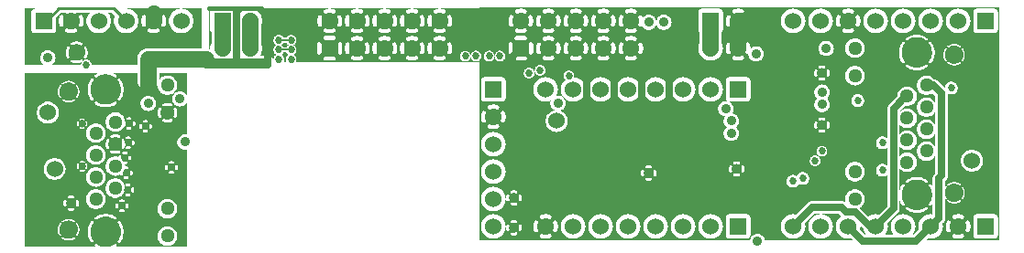
<source format=gbr>
G04 start of page 6 for group 4 idx 4 *
G04 Title: (unknown), power *
G04 Creator: pcb 4.2.0 *
G04 CreationDate: Sat Jun 20 18:17:33 2020 UTC *
G04 For: commonadmin *
G04 Format: Gerber/RS-274X *
G04 PCB-Dimensions (mil): 4000.00 3500.00 *
G04 PCB-Coordinate-Origin: lower left *
%MOIN*%
%FSLAX25Y25*%
%LNGROUP4*%
%ADD97C,0.0380*%
%ADD96C,0.0354*%
%ADD95C,0.0945*%
%ADD94C,0.0130*%
%ADD93C,0.0200*%
%ADD92C,0.0350*%
%ADD91C,0.0270*%
%ADD90C,0.0360*%
%ADD89C,0.0512*%
%ADD88C,0.1102*%
%ADD87C,0.0669*%
%ADD86C,0.0060*%
%ADD85C,0.0150*%
%ADD84C,0.0100*%
%ADD83C,0.0250*%
%ADD82C,0.1500*%
%ADD81C,0.0600*%
%ADD80C,0.0001*%
G54D80*G36*
X196001Y79500D02*X198500D01*
Y36575D01*
X198441Y36622D01*
X198372Y36661D01*
X198298Y36688D01*
X198221Y36704D01*
X198142Y36707D01*
X198063Y36698D01*
X197987Y36677D01*
X197915Y36644D01*
X197850Y36600D01*
X197791Y36547D01*
X197742Y36485D01*
X197704Y36416D01*
X197676Y36342D01*
X197660Y36265D01*
X197657Y36186D01*
X197666Y36107D01*
X197689Y36032D01*
X197738Y35882D01*
X197772Y35728D01*
X197793Y35572D01*
X197800Y35414D01*
X197793Y35257D01*
X197772Y35100D01*
X197738Y34946D01*
X197690Y34796D01*
X197668Y34721D01*
X197659Y34642D01*
X197662Y34564D01*
X197678Y34487D01*
X197705Y34413D01*
X197744Y34344D01*
X197793Y34283D01*
X197851Y34229D01*
X197916Y34186D01*
X197988Y34153D01*
X198064Y34132D01*
X198142Y34123D01*
X198220Y34126D01*
X198298Y34142D01*
X198371Y34169D01*
X198440Y34208D01*
X198500Y34256D01*
Y25661D01*
X198441Y25708D01*
X198372Y25746D01*
X198298Y25774D01*
X198221Y25790D01*
X198142Y25793D01*
X198063Y25784D01*
X197987Y25763D01*
X197915Y25730D01*
X197850Y25686D01*
X197791Y25633D01*
X197742Y25571D01*
X197704Y25502D01*
X197676Y25428D01*
X197660Y25351D01*
X197657Y25272D01*
X197666Y25193D01*
X197689Y25118D01*
X197738Y24968D01*
X197772Y24814D01*
X197793Y24658D01*
X197800Y24500D01*
X197793Y24342D01*
X197772Y24186D01*
X197738Y24032D01*
X197690Y23882D01*
X197668Y23806D01*
X197659Y23728D01*
X197662Y23650D01*
X197678Y23573D01*
X197705Y23499D01*
X197744Y23430D01*
X197793Y23369D01*
X197851Y23315D01*
X197916Y23272D01*
X197988Y23239D01*
X198064Y23218D01*
X198142Y23209D01*
X198220Y23212D01*
X198298Y23228D01*
X198371Y23255D01*
X198440Y23294D01*
X198500Y23341D01*
Y20500D01*
X196001D01*
Y21697D01*
X196245Y21708D01*
X196489Y21740D01*
X196729Y21794D01*
X196963Y21868D01*
X197035Y21900D01*
X197100Y21944D01*
X197159Y21997D01*
X197208Y22059D01*
X197246Y22128D01*
X197274Y22202D01*
X197290Y22279D01*
X197293Y22358D01*
X197284Y22437D01*
X197263Y22513D01*
X197230Y22585D01*
X197186Y22650D01*
X197133Y22709D01*
X197071Y22758D01*
X197002Y22796D01*
X196928Y22824D01*
X196851Y22840D01*
X196772Y22843D01*
X196693Y22834D01*
X196618Y22811D01*
X196468Y22762D01*
X196314Y22728D01*
X196158Y22707D01*
X196001Y22700D01*
Y26300D01*
X196158Y26293D01*
X196314Y26272D01*
X196468Y26238D01*
X196618Y26190D01*
X196694Y26168D01*
X196772Y26159D01*
X196850Y26162D01*
X196927Y26178D01*
X197001Y26205D01*
X197070Y26244D01*
X197131Y26293D01*
X197185Y26351D01*
X197228Y26416D01*
X197261Y26488D01*
X197282Y26564D01*
X197291Y26642D01*
X197288Y26720D01*
X197272Y26798D01*
X197245Y26871D01*
X197206Y26940D01*
X197157Y27002D01*
X197099Y27055D01*
X197034Y27098D01*
X196962Y27130D01*
X196729Y27206D01*
X196489Y27260D01*
X196245Y27292D01*
X196001Y27303D01*
Y32612D01*
X196245Y32622D01*
X196489Y32654D01*
X196729Y32708D01*
X196963Y32782D01*
X197035Y32814D01*
X197100Y32858D01*
X197159Y32911D01*
X197208Y32973D01*
X197246Y33042D01*
X197274Y33116D01*
X197290Y33194D01*
X197293Y33272D01*
X197284Y33351D01*
X197263Y33427D01*
X197230Y33499D01*
X197186Y33565D01*
X197133Y33623D01*
X197071Y33672D01*
X197002Y33711D01*
X196928Y33738D01*
X196851Y33754D01*
X196772Y33757D01*
X196693Y33748D01*
X196618Y33725D01*
X196468Y33676D01*
X196314Y33642D01*
X196158Y33621D01*
X196001Y33614D01*
Y37214D01*
X196158Y37207D01*
X196314Y37187D01*
X196468Y37152D01*
X196618Y37105D01*
X196694Y37082D01*
X196772Y37073D01*
X196850Y37076D01*
X196927Y37092D01*
X197001Y37119D01*
X197070Y37158D01*
X197131Y37207D01*
X197185Y37265D01*
X197228Y37330D01*
X197261Y37402D01*
X197282Y37478D01*
X197291Y37556D01*
X197288Y37635D01*
X197272Y37712D01*
X197245Y37786D01*
X197206Y37854D01*
X197157Y37916D01*
X197099Y37969D01*
X197034Y38013D01*
X196962Y38044D01*
X196729Y38121D01*
X196489Y38174D01*
X196245Y38206D01*
X196001Y38217D01*
Y79500D01*
G37*
G36*
X193770D02*X196001D01*
Y38217D01*
X196000Y38217D01*
X195755Y38206D01*
X195511Y38174D01*
X195271Y38121D01*
X195037Y38046D01*
X194965Y38014D01*
X194900Y37970D01*
X194841Y37917D01*
X194792Y37855D01*
X194754Y37786D01*
X194726Y37712D01*
X194710Y37635D01*
X194707Y37556D01*
X194716Y37477D01*
X194737Y37401D01*
X194770Y37330D01*
X194814Y37264D01*
X194867Y37206D01*
X194929Y37157D01*
X194998Y37118D01*
X195072Y37090D01*
X195149Y37075D01*
X195228Y37071D01*
X195307Y37080D01*
X195382Y37103D01*
X195532Y37152D01*
X195686Y37187D01*
X195842Y37207D01*
X196000Y37214D01*
X196001Y37214D01*
Y33614D01*
X196000Y33614D01*
X195842Y33621D01*
X195686Y33642D01*
X195532Y33676D01*
X195382Y33724D01*
X195306Y33746D01*
X195228Y33755D01*
X195150Y33752D01*
X195073Y33736D01*
X194999Y33709D01*
X194930Y33670D01*
X194869Y33621D01*
X194815Y33563D01*
X194772Y33498D01*
X194739Y33426D01*
X194718Y33351D01*
X194709Y33272D01*
X194712Y33194D01*
X194728Y33117D01*
X194755Y33043D01*
X194794Y32974D01*
X194843Y32913D01*
X194901Y32859D01*
X194966Y32816D01*
X195038Y32785D01*
X195271Y32708D01*
X195511Y32654D01*
X195755Y32622D01*
X196000Y32611D01*
X196001Y32612D01*
Y27303D01*
X196000Y27303D01*
X195755Y27292D01*
X195511Y27260D01*
X195271Y27206D01*
X195037Y27132D01*
X194965Y27100D01*
X194900Y27056D01*
X194841Y27003D01*
X194792Y26941D01*
X194754Y26872D01*
X194726Y26798D01*
X194710Y26721D01*
X194707Y26642D01*
X194716Y26563D01*
X194737Y26487D01*
X194770Y26415D01*
X194814Y26350D01*
X194867Y26291D01*
X194929Y26242D01*
X194998Y26204D01*
X195072Y26176D01*
X195149Y26160D01*
X195228Y26157D01*
X195307Y26166D01*
X195382Y26189D01*
X195532Y26238D01*
X195686Y26272D01*
X195842Y26293D01*
X196000Y26300D01*
X196001Y26300D01*
Y22700D01*
X196000Y22700D01*
X195842Y22707D01*
X195686Y22728D01*
X195532Y22762D01*
X195382Y22810D01*
X195306Y22832D01*
X195228Y22841D01*
X195150Y22838D01*
X195073Y22822D01*
X194999Y22795D01*
X194930Y22756D01*
X194869Y22707D01*
X194815Y22649D01*
X194772Y22584D01*
X194739Y22512D01*
X194718Y22436D01*
X194709Y22358D01*
X194712Y22280D01*
X194728Y22202D01*
X194755Y22129D01*
X194794Y22060D01*
X194843Y21998D01*
X194901Y21945D01*
X194966Y21902D01*
X195038Y21870D01*
X195271Y21794D01*
X195511Y21740D01*
X195755Y21708D01*
X196000Y21697D01*
X196001Y21697D01*
Y20500D01*
X193770D01*
Y23212D01*
X193779Y23210D01*
X193858Y23207D01*
X193937Y23216D01*
X194013Y23237D01*
X194085Y23270D01*
X194150Y23314D01*
X194209Y23367D01*
X194258Y23429D01*
X194296Y23498D01*
X194324Y23572D01*
X194340Y23649D01*
X194343Y23728D01*
X194334Y23807D01*
X194311Y23882D01*
X194262Y24032D01*
X194228Y24186D01*
X194207Y24342D01*
X194200Y24500D01*
X194207Y24658D01*
X194228Y24814D01*
X194262Y24968D01*
X194310Y25118D01*
X194332Y25194D01*
X194341Y25272D01*
X194338Y25350D01*
X194322Y25427D01*
X194295Y25501D01*
X194256Y25570D01*
X194207Y25631D01*
X194149Y25685D01*
X194084Y25728D01*
X194012Y25761D01*
X193936Y25782D01*
X193858Y25791D01*
X193780Y25788D01*
X193770Y25786D01*
Y34126D01*
X193779Y34125D01*
X193858Y34121D01*
X193937Y34130D01*
X194013Y34152D01*
X194085Y34184D01*
X194150Y34228D01*
X194209Y34282D01*
X194258Y34343D01*
X194296Y34412D01*
X194324Y34486D01*
X194340Y34564D01*
X194343Y34643D01*
X194334Y34721D01*
X194311Y34797D01*
X194262Y34946D01*
X194228Y35100D01*
X194207Y35257D01*
X194200Y35414D01*
X194207Y35572D01*
X194228Y35728D01*
X194262Y35882D01*
X194310Y36032D01*
X194332Y36108D01*
X194341Y36186D01*
X194338Y36265D01*
X194322Y36342D01*
X194295Y36415D01*
X194256Y36484D01*
X194207Y36546D01*
X194149Y36599D01*
X194084Y36642D01*
X194012Y36675D01*
X193936Y36696D01*
X193858Y36705D01*
X193780Y36702D01*
X193770Y36700D01*
Y79500D01*
G37*
G36*
X192113Y70630D02*X192183Y70659D01*
X192384Y70783D01*
X192564Y70936D01*
X192717Y71116D01*
X192841Y71317D01*
X192931Y71535D01*
X192986Y71765D01*
X193000Y72000D01*
X192986Y78235D01*
X192931Y78465D01*
X192841Y78683D01*
X192717Y78884D01*
X192564Y79064D01*
X192384Y79217D01*
X192183Y79341D01*
X192113Y79370D01*
Y79500D01*
X193770D01*
Y36700D01*
X193702Y36686D01*
X193629Y36659D01*
X193560Y36620D01*
X193498Y36572D01*
X193445Y36514D01*
X193402Y36448D01*
X193370Y36376D01*
X193294Y36143D01*
X193240Y35903D01*
X193208Y35660D01*
X193197Y35414D01*
X193208Y35169D01*
X193240Y34925D01*
X193294Y34686D01*
X193368Y34452D01*
X193400Y34380D01*
X193444Y34314D01*
X193497Y34256D01*
X193559Y34207D01*
X193628Y34168D01*
X193702Y34140D01*
X193770Y34126D01*
Y25786D01*
X193702Y25772D01*
X193629Y25745D01*
X193560Y25706D01*
X193498Y25657D01*
X193445Y25599D01*
X193402Y25534D01*
X193370Y25462D01*
X193294Y25229D01*
X193240Y24989D01*
X193208Y24745D01*
X193197Y24500D01*
X193208Y24255D01*
X193240Y24011D01*
X193294Y23771D01*
X193368Y23537D01*
X193400Y23465D01*
X193444Y23400D01*
X193497Y23341D01*
X193559Y23292D01*
X193628Y23254D01*
X193702Y23226D01*
X193770Y23212D01*
Y20500D01*
X192113D01*
Y22302D01*
X192152Y22347D01*
X192522Y22951D01*
X192793Y23605D01*
X192958Y24294D01*
X193000Y25000D01*
X192958Y25706D01*
X192793Y26395D01*
X192522Y27049D01*
X192152Y27653D01*
X192113Y27698D01*
Y32302D01*
X192152Y32347D01*
X192522Y32951D01*
X192793Y33605D01*
X192958Y34294D01*
X193000Y35000D01*
X192958Y35706D01*
X192793Y36395D01*
X192522Y37049D01*
X192152Y37653D01*
X192113Y37698D01*
Y42302D01*
X192152Y42347D01*
X192522Y42951D01*
X192793Y43605D01*
X192958Y44294D01*
X193000Y45000D01*
X192958Y45706D01*
X192793Y46395D01*
X192522Y47049D01*
X192152Y47653D01*
X192113Y47698D01*
Y52302D01*
X192152Y52347D01*
X192522Y52951D01*
X192793Y53605D01*
X192958Y54294D01*
X193000Y55000D01*
X192958Y55706D01*
X192793Y56395D01*
X192522Y57049D01*
X192152Y57653D01*
X192113Y57698D01*
Y62853D01*
X192156Y62860D01*
X192268Y62897D01*
X192373Y62952D01*
X192468Y63022D01*
X192551Y63106D01*
X192619Y63202D01*
X192670Y63308D01*
X192818Y63716D01*
X192922Y64137D01*
X192984Y64567D01*
X193005Y65000D01*
X192984Y65433D01*
X192922Y65863D01*
X192818Y66284D01*
X192675Y66694D01*
X192622Y66800D01*
X192553Y66896D01*
X192470Y66981D01*
X192375Y67051D01*
X192269Y67106D01*
X192157Y67143D01*
X192113Y67151D01*
Y70630D01*
G37*
G36*
Y47698D02*X191692Y48192D01*
X191153Y48652D01*
X190549Y49022D01*
X189895Y49293D01*
X189206Y49458D01*
X188502Y49514D01*
Y50486D01*
X189206Y50542D01*
X189895Y50707D01*
X190549Y50978D01*
X191153Y51348D01*
X191692Y51808D01*
X192113Y52302D01*
Y47698D01*
G37*
G36*
Y37698D02*X191692Y38192D01*
X191153Y38652D01*
X190549Y39022D01*
X189895Y39293D01*
X189206Y39458D01*
X188502Y39514D01*
Y40486D01*
X189206Y40542D01*
X189895Y40707D01*
X190549Y40978D01*
X191153Y41348D01*
X191692Y41808D01*
X192113Y42302D01*
Y37698D01*
G37*
G36*
Y27698D02*X191692Y28192D01*
X191153Y28652D01*
X190549Y29022D01*
X189895Y29293D01*
X189206Y29458D01*
X188502Y29514D01*
Y30486D01*
X189206Y30542D01*
X189895Y30707D01*
X190549Y30978D01*
X191153Y31348D01*
X191692Y31808D01*
X192113Y32302D01*
Y27698D01*
G37*
G36*
Y20500D02*X188676D01*
X189206Y20542D01*
X189895Y20707D01*
X190549Y20978D01*
X191153Y21348D01*
X191692Y21808D01*
X192113Y22302D01*
Y20500D01*
G37*
G36*
Y79370D02*X191965Y79431D01*
X191735Y79486D01*
X191500Y79500D01*
X192113D01*
Y79370D01*
G37*
G36*
X188502Y70507D02*X191735Y70514D01*
X191965Y70569D01*
X192113Y70630D01*
Y67151D01*
X192040Y67163D01*
X191921Y67164D01*
X191804Y67146D01*
X191691Y67110D01*
X191585Y67057D01*
X191488Y66988D01*
X191404Y66905D01*
X191333Y66809D01*
X191279Y66704D01*
X191241Y66592D01*
X191222Y66475D01*
X191221Y66356D01*
X191239Y66239D01*
X191277Y66126D01*
X191376Y65855D01*
X191444Y65575D01*
X191486Y65289D01*
X191500Y65000D01*
X191486Y64711D01*
X191444Y64425D01*
X191376Y64145D01*
X191280Y63872D01*
X191242Y63761D01*
X191225Y63644D01*
X191225Y63526D01*
X191245Y63409D01*
X191282Y63297D01*
X191336Y63193D01*
X191406Y63098D01*
X191491Y63015D01*
X191587Y62946D01*
X191692Y62893D01*
X191805Y62857D01*
X191921Y62840D01*
X192039Y62841D01*
X192113Y62853D01*
Y57698D01*
X191692Y58192D01*
X191153Y58652D01*
X190549Y59022D01*
X189895Y59293D01*
X189206Y59458D01*
X188502Y59514D01*
Y60495D01*
X188933Y60516D01*
X189363Y60578D01*
X189784Y60682D01*
X190194Y60825D01*
X190300Y60878D01*
X190396Y60947D01*
X190481Y61030D01*
X190551Y61125D01*
X190606Y61231D01*
X190643Y61343D01*
X190663Y61460D01*
X190664Y61579D01*
X190646Y61696D01*
X190610Y61809D01*
X190557Y61915D01*
X190488Y62012D01*
X190405Y62096D01*
X190309Y62167D01*
X190204Y62221D01*
X190092Y62259D01*
X189975Y62278D01*
X189856Y62279D01*
X189739Y62261D01*
X189626Y62223D01*
X189355Y62124D01*
X189075Y62056D01*
X188789Y62014D01*
X188502Y62000D01*
Y68000D01*
X188789Y67986D01*
X189075Y67944D01*
X189355Y67876D01*
X189628Y67780D01*
X189739Y67742D01*
X189856Y67725D01*
X189974Y67725D01*
X190091Y67745D01*
X190203Y67782D01*
X190307Y67836D01*
X190402Y67906D01*
X190485Y67991D01*
X190554Y68087D01*
X190607Y68192D01*
X190643Y68305D01*
X190660Y68421D01*
X190659Y68539D01*
X190640Y68656D01*
X190603Y68768D01*
X190548Y68873D01*
X190478Y68968D01*
X190394Y69051D01*
X190298Y69119D01*
X190192Y69170D01*
X189784Y69318D01*
X189363Y69422D01*
X188933Y69484D01*
X188502Y69505D01*
Y70507D01*
G37*
G36*
Y79500D02*X191500D01*
X188502Y79493D01*
Y79500D01*
G37*
G36*
X184887Y22302D02*X185308Y21808D01*
X185847Y21348D01*
X186451Y20978D01*
X187105Y20707D01*
X187794Y20542D01*
X188324Y20500D01*
X184887D01*
Y22302D01*
G37*
G36*
Y32302D02*X185308Y31808D01*
X185847Y31348D01*
X186451Y30978D01*
X187105Y30707D01*
X187794Y30542D01*
X188500Y30486D01*
X188502Y30486D01*
Y29514D01*
X188500Y29514D01*
X187794Y29458D01*
X187105Y29293D01*
X186451Y29022D01*
X185847Y28652D01*
X185308Y28192D01*
X184887Y27698D01*
Y32302D01*
G37*
G36*
Y42302D02*X185308Y41808D01*
X185847Y41348D01*
X186451Y40978D01*
X187105Y40707D01*
X187794Y40542D01*
X188500Y40486D01*
X188502Y40486D01*
Y39514D01*
X188500Y39514D01*
X187794Y39458D01*
X187105Y39293D01*
X186451Y39022D01*
X185847Y38652D01*
X185308Y38192D01*
X184887Y37698D01*
Y42302D01*
G37*
G36*
Y52302D02*X185308Y51808D01*
X185847Y51348D01*
X186451Y50978D01*
X187105Y50707D01*
X187794Y50542D01*
X188500Y50486D01*
X188502Y50486D01*
Y49514D01*
X188500Y49514D01*
X187794Y49458D01*
X187105Y49293D01*
X186451Y49022D01*
X185847Y48652D01*
X185308Y48192D01*
X184887Y47698D01*
Y52302D01*
G37*
G36*
Y70630D02*X185035Y70569D01*
X185265Y70514D01*
X185500Y70500D01*
X188502Y70507D01*
Y69505D01*
X188500Y69505D01*
X188067Y69484D01*
X187637Y69422D01*
X187216Y69318D01*
X186806Y69175D01*
X186700Y69122D01*
X186604Y69053D01*
X186519Y68970D01*
X186449Y68875D01*
X186394Y68769D01*
X186357Y68657D01*
X186337Y68540D01*
X186336Y68421D01*
X186354Y68304D01*
X186390Y68191D01*
X186443Y68085D01*
X186512Y67988D01*
X186595Y67904D01*
X186691Y67833D01*
X186796Y67779D01*
X186908Y67741D01*
X187025Y67722D01*
X187144Y67721D01*
X187261Y67739D01*
X187374Y67777D01*
X187645Y67876D01*
X187925Y67944D01*
X188211Y67986D01*
X188500Y68000D01*
X188502Y68000D01*
Y62000D01*
X188500Y62000D01*
X188211Y62014D01*
X187925Y62056D01*
X187645Y62124D01*
X187372Y62220D01*
X187261Y62258D01*
X187144Y62275D01*
X187026Y62275D01*
X186909Y62255D01*
X186797Y62218D01*
X186693Y62164D01*
X186598Y62094D01*
X186515Y62009D01*
X186446Y61913D01*
X186393Y61808D01*
X186357Y61695D01*
X186340Y61579D01*
X186341Y61461D01*
X186360Y61344D01*
X186397Y61232D01*
X186452Y61127D01*
X186522Y61032D01*
X186606Y60949D01*
X186702Y60881D01*
X186808Y60830D01*
X187216Y60682D01*
X187637Y60578D01*
X188067Y60516D01*
X188500Y60495D01*
X188502Y60495D01*
Y59514D01*
X188500Y59514D01*
X187794Y59458D01*
X187105Y59293D01*
X186451Y59022D01*
X185847Y58652D01*
X185308Y58192D01*
X184887Y57698D01*
Y62849D01*
X184960Y62837D01*
X185079Y62836D01*
X185196Y62854D01*
X185309Y62890D01*
X185415Y62943D01*
X185512Y63012D01*
X185596Y63095D01*
X185667Y63191D01*
X185721Y63296D01*
X185759Y63408D01*
X185778Y63525D01*
X185779Y63644D01*
X185761Y63761D01*
X185723Y63874D01*
X185624Y64145D01*
X185556Y64425D01*
X185514Y64711D01*
X185500Y65000D01*
X185514Y65289D01*
X185556Y65575D01*
X185624Y65855D01*
X185720Y66128D01*
X185758Y66239D01*
X185775Y66356D01*
X185775Y66474D01*
X185755Y66591D01*
X185718Y66703D01*
X185664Y66807D01*
X185594Y66902D01*
X185509Y66985D01*
X185413Y67054D01*
X185308Y67107D01*
X185195Y67143D01*
X185079Y67160D01*
X184961Y67159D01*
X184887Y67147D01*
Y70630D01*
G37*
G36*
Y79500D02*X188502D01*
Y79493D01*
X185265Y79486D01*
X185035Y79431D01*
X184887Y79370D01*
Y79500D01*
G37*
G36*
X183500Y20500D02*Y79500D01*
X184887D01*
Y79370D01*
X184817Y79341D01*
X184616Y79217D01*
X184436Y79064D01*
X184283Y78884D01*
X184159Y78683D01*
X184069Y78465D01*
X184014Y78235D01*
X184000Y78000D01*
X184014Y71765D01*
X184069Y71535D01*
X184159Y71317D01*
X184283Y71116D01*
X184436Y70936D01*
X184616Y70783D01*
X184817Y70659D01*
X184887Y70630D01*
Y67147D01*
X184844Y67140D01*
X184732Y67103D01*
X184627Y67048D01*
X184532Y66978D01*
X184449Y66894D01*
X184381Y66798D01*
X184330Y66692D01*
X184182Y66284D01*
X184078Y65863D01*
X184016Y65433D01*
X183995Y65000D01*
X184016Y64567D01*
X184078Y64137D01*
X184182Y63716D01*
X184325Y63306D01*
X184378Y63200D01*
X184447Y63104D01*
X184530Y63019D01*
X184625Y62949D01*
X184731Y62894D01*
X184843Y62857D01*
X184887Y62849D01*
Y57698D01*
X184848Y57653D01*
X184478Y57049D01*
X184207Y56395D01*
X184042Y55706D01*
X183986Y55000D01*
X184042Y54294D01*
X184207Y53605D01*
X184478Y52951D01*
X184848Y52347D01*
X184887Y52302D01*
Y47698D01*
X184848Y47653D01*
X184478Y47049D01*
X184207Y46395D01*
X184042Y45706D01*
X183986Y45000D01*
X184042Y44294D01*
X184207Y43605D01*
X184478Y42951D01*
X184848Y42347D01*
X184887Y42302D01*
Y37698D01*
X184848Y37653D01*
X184478Y37049D01*
X184207Y36395D01*
X184042Y35706D01*
X183986Y35000D01*
X184042Y34294D01*
X184207Y33605D01*
X184478Y32951D01*
X184848Y32347D01*
X184887Y32302D01*
Y27698D01*
X184848Y27653D01*
X184478Y27049D01*
X184207Y26395D01*
X184042Y25706D01*
X183986Y25000D01*
X184042Y24294D01*
X184207Y23605D01*
X184478Y22951D01*
X184848Y22347D01*
X184887Y22302D01*
Y20500D01*
X183500D01*
G37*
G36*
X281113Y87853D02*X281156Y87860D01*
X281201Y87875D01*
X281226Y87561D01*
X281329Y87132D01*
X281497Y86725D01*
X281728Y86349D01*
X282014Y86014D01*
X282349Y85728D01*
X282500Y85635D01*
Y85000D01*
X281113D01*
Y87853D01*
G37*
G36*
Y104500D02*X282500D01*
Y90365D01*
X282349Y90272D01*
X282014Y89986D01*
X282004Y89974D01*
X282005Y90000D01*
X281984Y90433D01*
X281922Y90863D01*
X281818Y91284D01*
X281675Y91694D01*
X281622Y91800D01*
X281553Y91896D01*
X281470Y91981D01*
X281375Y92051D01*
X281269Y92106D01*
X281157Y92143D01*
X281113Y92151D01*
Y97853D01*
X281156Y97860D01*
X281268Y97897D01*
X281373Y97952D01*
X281468Y98022D01*
X281551Y98106D01*
X281619Y98202D01*
X281670Y98308D01*
X281818Y98716D01*
X281922Y99137D01*
X281984Y99567D01*
X282005Y100000D01*
X281984Y100433D01*
X281922Y100863D01*
X281818Y101284D01*
X281675Y101694D01*
X281622Y101800D01*
X281553Y101896D01*
X281470Y101981D01*
X281375Y102051D01*
X281269Y102106D01*
X281157Y102143D01*
X281113Y102151D01*
Y104500D01*
G37*
G36*
X277502Y103000D02*X277789Y102986D01*
X278075Y102944D01*
X278355Y102876D01*
X278628Y102780D01*
X278739Y102742D01*
X278856Y102725D01*
X278974Y102725D01*
X279091Y102745D01*
X279203Y102782D01*
X279307Y102836D01*
X279402Y102906D01*
X279485Y102991D01*
X279554Y103087D01*
X279607Y103192D01*
X279643Y103305D01*
X279660Y103421D01*
X279659Y103539D01*
X279640Y103656D01*
X279603Y103768D01*
X279548Y103873D01*
X279478Y103968D01*
X279394Y104051D01*
X279298Y104119D01*
X279192Y104170D01*
X278784Y104318D01*
X278363Y104422D01*
X277933Y104484D01*
X277608Y104500D01*
X281113D01*
Y102151D01*
X281040Y102163D01*
X280921Y102164D01*
X280804Y102146D01*
X280691Y102110D01*
X280585Y102057D01*
X280488Y101988D01*
X280404Y101905D01*
X280333Y101809D01*
X280279Y101704D01*
X280241Y101592D01*
X280222Y101475D01*
X280221Y101356D01*
X280239Y101239D01*
X280277Y101126D01*
X280376Y100855D01*
X280444Y100575D01*
X280486Y100289D01*
X280500Y100000D01*
X280486Y99711D01*
X280444Y99425D01*
X280376Y99145D01*
X280280Y98872D01*
X280242Y98761D01*
X280225Y98644D01*
X280225Y98526D01*
X280245Y98409D01*
X280282Y98297D01*
X280336Y98193D01*
X280406Y98098D01*
X280491Y98015D01*
X280587Y97946D01*
X280692Y97893D01*
X280805Y97857D01*
X280921Y97840D01*
X281039Y97841D01*
X281113Y97853D01*
Y92151D01*
X281040Y92163D01*
X280921Y92164D01*
X280804Y92146D01*
X280691Y92110D01*
X280585Y92057D01*
X280488Y91988D01*
X280404Y91905D01*
X280333Y91809D01*
X280279Y91704D01*
X280241Y91592D01*
X280222Y91475D01*
X280221Y91356D01*
X280239Y91239D01*
X280277Y91126D01*
X280376Y90855D01*
X280444Y90575D01*
X280486Y90289D01*
X280500Y90000D01*
X280486Y89711D01*
X280444Y89425D01*
X280376Y89145D01*
X280280Y88872D01*
X280242Y88761D01*
X280225Y88644D01*
X280225Y88526D01*
X280245Y88409D01*
X280282Y88297D01*
X280336Y88193D01*
X280406Y88098D01*
X280491Y88015D01*
X280587Y87946D01*
X280692Y87893D01*
X280805Y87857D01*
X280921Y87840D01*
X281039Y87841D01*
X281113Y87853D01*
Y85000D01*
X277502D01*
Y85495D01*
X277933Y85516D01*
X278363Y85578D01*
X278784Y85682D01*
X279194Y85825D01*
X279300Y85878D01*
X279396Y85947D01*
X279481Y86030D01*
X279551Y86125D01*
X279606Y86231D01*
X279643Y86343D01*
X279663Y86460D01*
X279664Y86579D01*
X279646Y86696D01*
X279610Y86809D01*
X279557Y86915D01*
X279488Y87012D01*
X279405Y87096D01*
X279309Y87167D01*
X279204Y87221D01*
X279092Y87259D01*
X278975Y87278D01*
X278856Y87279D01*
X278739Y87261D01*
X278626Y87223D01*
X278355Y87124D01*
X278075Y87056D01*
X277789Y87014D01*
X277502Y87000D01*
Y93000D01*
X277789Y92986D01*
X278075Y92944D01*
X278355Y92876D01*
X278628Y92780D01*
X278739Y92742D01*
X278856Y92725D01*
X278974Y92725D01*
X279091Y92745D01*
X279203Y92782D01*
X279307Y92836D01*
X279402Y92906D01*
X279485Y92991D01*
X279554Y93087D01*
X279607Y93192D01*
X279643Y93305D01*
X279660Y93421D01*
X279659Y93539D01*
X279640Y93656D01*
X279603Y93768D01*
X279548Y93873D01*
X279478Y93968D01*
X279394Y94051D01*
X279298Y94119D01*
X279192Y94170D01*
X278784Y94318D01*
X278363Y94422D01*
X277933Y94484D01*
X277502Y94505D01*
Y95495D01*
X277933Y95516D01*
X278363Y95578D01*
X278784Y95682D01*
X279194Y95825D01*
X279300Y95878D01*
X279396Y95947D01*
X279481Y96030D01*
X279551Y96125D01*
X279606Y96231D01*
X279643Y96343D01*
X279663Y96460D01*
X279664Y96579D01*
X279646Y96696D01*
X279610Y96809D01*
X279557Y96915D01*
X279488Y97012D01*
X279405Y97096D01*
X279309Y97167D01*
X279204Y97221D01*
X279092Y97259D01*
X278975Y97278D01*
X278856Y97279D01*
X278739Y97261D01*
X278626Y97223D01*
X278355Y97124D01*
X278075Y97056D01*
X277789Y97014D01*
X277502Y97000D01*
Y103000D01*
G37*
G36*
X273887Y104500D02*X277392D01*
X277067Y104484D01*
X276637Y104422D01*
X276216Y104318D01*
X275806Y104175D01*
X275700Y104122D01*
X275604Y104053D01*
X275519Y103970D01*
X275449Y103875D01*
X275394Y103769D01*
X275357Y103657D01*
X275337Y103540D01*
X275336Y103421D01*
X275354Y103304D01*
X275390Y103191D01*
X275443Y103085D01*
X275512Y102988D01*
X275595Y102904D01*
X275691Y102833D01*
X275796Y102779D01*
X275908Y102741D01*
X276025Y102722D01*
X276144Y102721D01*
X276261Y102739D01*
X276374Y102777D01*
X276645Y102876D01*
X276925Y102944D01*
X277211Y102986D01*
X277500Y103000D01*
X277502Y103000D01*
Y97000D01*
X277500Y97000D01*
X277211Y97014D01*
X276925Y97056D01*
X276645Y97124D01*
X276372Y97220D01*
X276261Y97258D01*
X276144Y97275D01*
X276026Y97275D01*
X275909Y97255D01*
X275797Y97218D01*
X275693Y97164D01*
X275598Y97094D01*
X275515Y97009D01*
X275446Y96913D01*
X275393Y96808D01*
X275357Y96695D01*
X275340Y96579D01*
X275341Y96461D01*
X275360Y96344D01*
X275397Y96232D01*
X275452Y96127D01*
X275522Y96032D01*
X275606Y95949D01*
X275702Y95881D01*
X275808Y95830D01*
X276216Y95682D01*
X276637Y95578D01*
X277067Y95516D01*
X277500Y95495D01*
X277502Y95495D01*
Y94505D01*
X277500Y94505D01*
X277067Y94484D01*
X276637Y94422D01*
X276216Y94318D01*
X275806Y94175D01*
X275700Y94122D01*
X275604Y94053D01*
X275519Y93970D01*
X275449Y93875D01*
X275394Y93769D01*
X275357Y93657D01*
X275337Y93540D01*
X275336Y93421D01*
X275354Y93304D01*
X275390Y93191D01*
X275443Y93085D01*
X275512Y92988D01*
X275595Y92904D01*
X275691Y92833D01*
X275796Y92779D01*
X275908Y92741D01*
X276025Y92722D01*
X276144Y92721D01*
X276261Y92739D01*
X276374Y92777D01*
X276645Y92876D01*
X276925Y92944D01*
X277211Y92986D01*
X277500Y93000D01*
X277502Y93000D01*
Y87000D01*
X277500Y87000D01*
X277211Y87014D01*
X276925Y87056D01*
X276645Y87124D01*
X276372Y87220D01*
X276261Y87258D01*
X276144Y87275D01*
X276026Y87275D01*
X275909Y87255D01*
X275797Y87218D01*
X275693Y87164D01*
X275598Y87094D01*
X275515Y87009D01*
X275446Y86913D01*
X275393Y86808D01*
X275357Y86695D01*
X275340Y86579D01*
X275341Y86461D01*
X275360Y86344D01*
X275397Y86232D01*
X275452Y86127D01*
X275522Y86032D01*
X275606Y85949D01*
X275702Y85881D01*
X275808Y85830D01*
X276216Y85682D01*
X276637Y85578D01*
X277067Y85516D01*
X277500Y85495D01*
X277502Y85495D01*
Y85000D01*
X273887D01*
Y87849D01*
X273960Y87837D01*
X274079Y87836D01*
X274196Y87854D01*
X274309Y87890D01*
X274415Y87943D01*
X274512Y88012D01*
X274596Y88095D01*
X274667Y88191D01*
X274721Y88296D01*
X274759Y88408D01*
X274778Y88525D01*
X274779Y88644D01*
X274761Y88761D01*
X274723Y88874D01*
X274624Y89145D01*
X274556Y89425D01*
X274514Y89711D01*
X274500Y90000D01*
X274514Y90289D01*
X274556Y90575D01*
X274624Y90855D01*
X274720Y91128D01*
X274758Y91239D01*
X274775Y91356D01*
X274775Y91474D01*
X274755Y91591D01*
X274718Y91703D01*
X274664Y91807D01*
X274594Y91902D01*
X274509Y91985D01*
X274413Y92054D01*
X274308Y92107D01*
X274195Y92143D01*
X274079Y92160D01*
X273961Y92159D01*
X273887Y92147D01*
Y97849D01*
X273960Y97837D01*
X274079Y97836D01*
X274196Y97854D01*
X274309Y97890D01*
X274415Y97943D01*
X274512Y98012D01*
X274596Y98095D01*
X274667Y98191D01*
X274721Y98296D01*
X274759Y98408D01*
X274778Y98525D01*
X274779Y98644D01*
X274761Y98761D01*
X274723Y98874D01*
X274624Y99145D01*
X274556Y99425D01*
X274514Y99711D01*
X274500Y100000D01*
X274514Y100289D01*
X274556Y100575D01*
X274624Y100855D01*
X274720Y101128D01*
X274758Y101239D01*
X274775Y101356D01*
X274775Y101474D01*
X274755Y101591D01*
X274718Y101703D01*
X274664Y101807D01*
X274594Y101902D01*
X274509Y101985D01*
X274413Y102054D01*
X274308Y102107D01*
X274195Y102143D01*
X274079Y102160D01*
X273961Y102159D01*
X273887Y102147D01*
Y104500D01*
G37*
G36*
X242113D02*X270500D01*
X264265Y104486D01*
X264035Y104431D01*
X263817Y104341D01*
X263616Y104217D01*
X263436Y104064D01*
X263283Y103884D01*
X263159Y103683D01*
X263069Y103465D01*
X263014Y103235D01*
X263000Y103000D01*
X263014Y96765D01*
X263069Y96535D01*
X263159Y96317D01*
X263283Y96116D01*
X263436Y95936D01*
X263500Y95881D01*
Y92085D01*
X263478Y92049D01*
X263207Y91395D01*
X263042Y90706D01*
X262986Y90000D01*
X263042Y89294D01*
X263207Y88605D01*
X263478Y87951D01*
X263848Y87347D01*
X264308Y86808D01*
X264847Y86348D01*
X265451Y85978D01*
X266105Y85707D01*
X266794Y85542D01*
X267500Y85486D01*
X268206Y85542D01*
X268895Y85707D01*
X269549Y85978D01*
X270153Y86348D01*
X270692Y86808D01*
X271152Y87347D01*
X271522Y87951D01*
X271793Y88605D01*
X271958Y89294D01*
X272000Y90000D01*
X271958Y90706D01*
X271793Y91395D01*
X271522Y92049D01*
X271500Y92085D01*
Y95881D01*
X271564Y95936D01*
X271717Y96116D01*
X271841Y96317D01*
X271931Y96535D01*
X271986Y96765D01*
X272000Y97000D01*
X271986Y103235D01*
X271931Y103465D01*
X271841Y103683D01*
X271717Y103884D01*
X271564Y104064D01*
X271384Y104217D01*
X271183Y104341D01*
X270965Y104431D01*
X270735Y104486D01*
X270500Y104500D01*
X273887D01*
Y102147D01*
X273844Y102140D01*
X273732Y102103D01*
X273627Y102048D01*
X273532Y101978D01*
X273449Y101894D01*
X273381Y101798D01*
X273330Y101692D01*
X273182Y101284D01*
X273078Y100863D01*
X273016Y100433D01*
X272995Y100000D01*
X273016Y99567D01*
X273078Y99137D01*
X273182Y98716D01*
X273325Y98306D01*
X273378Y98200D01*
X273447Y98104D01*
X273530Y98019D01*
X273625Y97949D01*
X273731Y97894D01*
X273843Y97857D01*
X273887Y97849D01*
Y92147D01*
X273844Y92140D01*
X273732Y92103D01*
X273627Y92048D01*
X273532Y91978D01*
X273449Y91894D01*
X273381Y91798D01*
X273330Y91692D01*
X273182Y91284D01*
X273078Y90863D01*
X273016Y90433D01*
X272995Y90000D01*
X273016Y89567D01*
X273078Y89137D01*
X273182Y88716D01*
X273325Y88306D01*
X273378Y88200D01*
X273447Y88104D01*
X273530Y88019D01*
X273625Y87949D01*
X273731Y87894D01*
X273843Y87857D01*
X273887Y87849D01*
Y85000D01*
X242113D01*
Y87853D01*
X242156Y87860D01*
X242268Y87897D01*
X242373Y87952D01*
X242468Y88022D01*
X242551Y88106D01*
X242619Y88202D01*
X242670Y88308D01*
X242818Y88716D01*
X242922Y89137D01*
X242984Y89567D01*
X243005Y90000D01*
X242984Y90433D01*
X242922Y90863D01*
X242818Y91284D01*
X242675Y91694D01*
X242622Y91800D01*
X242553Y91896D01*
X242470Y91981D01*
X242375Y92051D01*
X242269Y92106D01*
X242157Y92143D01*
X242113Y92151D01*
Y97853D01*
X242156Y97860D01*
X242268Y97897D01*
X242373Y97952D01*
X242468Y98022D01*
X242551Y98106D01*
X242561Y98121D01*
X242728Y97849D01*
X243014Y97514D01*
X243349Y97228D01*
X243725Y96997D01*
X244132Y96829D01*
X244561Y96726D01*
X245000Y96691D01*
X245439Y96726D01*
X245868Y96829D01*
X246275Y96997D01*
X246651Y97228D01*
X246986Y97514D01*
X247272Y97849D01*
X247503Y98225D01*
X247671Y98632D01*
X247750Y98960D01*
X247829Y98632D01*
X247997Y98225D01*
X248228Y97849D01*
X248514Y97514D01*
X248849Y97228D01*
X249225Y96997D01*
X249632Y96829D01*
X250061Y96726D01*
X250500Y96691D01*
X250939Y96726D01*
X251368Y96829D01*
X251775Y96997D01*
X252151Y97228D01*
X252486Y97514D01*
X252772Y97849D01*
X253003Y98225D01*
X253171Y98632D01*
X253274Y99061D01*
X253300Y99500D01*
X253274Y99939D01*
X253171Y100368D01*
X253003Y100775D01*
X252772Y101151D01*
X252486Y101486D01*
X252151Y101772D01*
X251775Y102003D01*
X251368Y102171D01*
X250939Y102274D01*
X250500Y102309D01*
X250061Y102274D01*
X249632Y102171D01*
X249225Y102003D01*
X248849Y101772D01*
X248514Y101486D01*
X248228Y101151D01*
X247997Y100775D01*
X247829Y100368D01*
X247750Y100040D01*
X247671Y100368D01*
X247503Y100775D01*
X247272Y101151D01*
X246986Y101486D01*
X246651Y101772D01*
X246275Y102003D01*
X245868Y102171D01*
X245439Y102274D01*
X245000Y102309D01*
X244561Y102274D01*
X244132Y102171D01*
X243725Y102003D01*
X243349Y101772D01*
X243014Y101486D01*
X242824Y101263D01*
X242818Y101284D01*
X242675Y101694D01*
X242622Y101800D01*
X242553Y101896D01*
X242470Y101981D01*
X242375Y102051D01*
X242269Y102106D01*
X242157Y102143D01*
X242113Y102151D01*
Y104500D01*
G37*
G36*
X238502Y103000D02*X238789Y102986D01*
X239075Y102944D01*
X239355Y102876D01*
X239628Y102780D01*
X239739Y102742D01*
X239856Y102725D01*
X239974Y102725D01*
X240091Y102745D01*
X240203Y102782D01*
X240307Y102836D01*
X240402Y102906D01*
X240485Y102991D01*
X240554Y103087D01*
X240607Y103192D01*
X240643Y103305D01*
X240660Y103421D01*
X240659Y103539D01*
X240640Y103656D01*
X240603Y103768D01*
X240548Y103873D01*
X240478Y103968D01*
X240394Y104051D01*
X240298Y104119D01*
X240192Y104170D01*
X239784Y104318D01*
X239363Y104422D01*
X238933Y104484D01*
X238608Y104500D01*
X242113D01*
Y102151D01*
X242040Y102163D01*
X241921Y102164D01*
X241804Y102146D01*
X241691Y102110D01*
X241585Y102057D01*
X241488Y101988D01*
X241404Y101905D01*
X241333Y101809D01*
X241279Y101704D01*
X241241Y101592D01*
X241222Y101475D01*
X241221Y101356D01*
X241239Y101239D01*
X241277Y101126D01*
X241376Y100855D01*
X241444Y100575D01*
X241486Y100289D01*
X241500Y100000D01*
X241486Y99711D01*
X241444Y99425D01*
X241376Y99145D01*
X241280Y98872D01*
X241242Y98761D01*
X241225Y98644D01*
X241225Y98526D01*
X241245Y98409D01*
X241282Y98297D01*
X241336Y98193D01*
X241406Y98098D01*
X241491Y98015D01*
X241587Y97946D01*
X241692Y97893D01*
X241805Y97857D01*
X241921Y97840D01*
X242039Y97841D01*
X242113Y97853D01*
Y92151D01*
X242040Y92163D01*
X241921Y92164D01*
X241804Y92146D01*
X241691Y92110D01*
X241585Y92057D01*
X241488Y91988D01*
X241404Y91905D01*
X241333Y91809D01*
X241279Y91704D01*
X241241Y91592D01*
X241222Y91475D01*
X241221Y91356D01*
X241239Y91239D01*
X241277Y91126D01*
X241376Y90855D01*
X241444Y90575D01*
X241486Y90289D01*
X241500Y90000D01*
X241486Y89711D01*
X241444Y89425D01*
X241376Y89145D01*
X241280Y88872D01*
X241242Y88761D01*
X241225Y88644D01*
X241225Y88526D01*
X241245Y88409D01*
X241282Y88297D01*
X241336Y88193D01*
X241406Y88098D01*
X241491Y88015D01*
X241587Y87946D01*
X241692Y87893D01*
X241805Y87857D01*
X241921Y87840D01*
X242039Y87841D01*
X242113Y87853D01*
Y85000D01*
X238502D01*
Y85495D01*
X238933Y85516D01*
X239363Y85578D01*
X239784Y85682D01*
X240194Y85825D01*
X240300Y85878D01*
X240396Y85947D01*
X240481Y86030D01*
X240551Y86125D01*
X240606Y86231D01*
X240643Y86343D01*
X240663Y86460D01*
X240664Y86579D01*
X240646Y86696D01*
X240610Y86809D01*
X240557Y86915D01*
X240488Y87012D01*
X240405Y87096D01*
X240309Y87167D01*
X240204Y87221D01*
X240092Y87259D01*
X239975Y87278D01*
X239856Y87279D01*
X239739Y87261D01*
X239626Y87223D01*
X239355Y87124D01*
X239075Y87056D01*
X238789Y87014D01*
X238502Y87000D01*
Y93000D01*
X238789Y92986D01*
X239075Y92944D01*
X239355Y92876D01*
X239628Y92780D01*
X239739Y92742D01*
X239856Y92725D01*
X239974Y92725D01*
X240091Y92745D01*
X240203Y92782D01*
X240307Y92836D01*
X240402Y92906D01*
X240485Y92991D01*
X240554Y93087D01*
X240607Y93192D01*
X240643Y93305D01*
X240660Y93421D01*
X240659Y93539D01*
X240640Y93656D01*
X240603Y93768D01*
X240548Y93873D01*
X240478Y93968D01*
X240394Y94051D01*
X240298Y94119D01*
X240192Y94170D01*
X239784Y94318D01*
X239363Y94422D01*
X238933Y94484D01*
X238502Y94505D01*
Y95495D01*
X238933Y95516D01*
X239363Y95578D01*
X239784Y95682D01*
X240194Y95825D01*
X240300Y95878D01*
X240396Y95947D01*
X240481Y96030D01*
X240551Y96125D01*
X240606Y96231D01*
X240643Y96343D01*
X240663Y96460D01*
X240664Y96579D01*
X240646Y96696D01*
X240610Y96809D01*
X240557Y96915D01*
X240488Y97012D01*
X240405Y97096D01*
X240309Y97167D01*
X240204Y97221D01*
X240092Y97259D01*
X239975Y97278D01*
X239856Y97279D01*
X239739Y97261D01*
X239626Y97223D01*
X239355Y97124D01*
X239075Y97056D01*
X238789Y97014D01*
X238502Y97000D01*
Y103000D01*
G37*
G36*
X234887Y104500D02*X238392D01*
X238067Y104484D01*
X237637Y104422D01*
X237216Y104318D01*
X236806Y104175D01*
X236700Y104122D01*
X236604Y104053D01*
X236519Y103970D01*
X236449Y103875D01*
X236394Y103769D01*
X236357Y103657D01*
X236337Y103540D01*
X236336Y103421D01*
X236354Y103304D01*
X236390Y103191D01*
X236443Y103085D01*
X236512Y102988D01*
X236595Y102904D01*
X236691Y102833D01*
X236796Y102779D01*
X236908Y102741D01*
X237025Y102722D01*
X237144Y102721D01*
X237261Y102739D01*
X237374Y102777D01*
X237645Y102876D01*
X237925Y102944D01*
X238211Y102986D01*
X238500Y103000D01*
X238502Y103000D01*
Y97000D01*
X238500Y97000D01*
X238211Y97014D01*
X237925Y97056D01*
X237645Y97124D01*
X237372Y97220D01*
X237261Y97258D01*
X237144Y97275D01*
X237026Y97275D01*
X236909Y97255D01*
X236797Y97218D01*
X236693Y97164D01*
X236598Y97094D01*
X236515Y97009D01*
X236446Y96913D01*
X236393Y96808D01*
X236357Y96695D01*
X236340Y96579D01*
X236341Y96461D01*
X236360Y96344D01*
X236397Y96232D01*
X236452Y96127D01*
X236522Y96032D01*
X236606Y95949D01*
X236702Y95881D01*
X236808Y95830D01*
X237216Y95682D01*
X237637Y95578D01*
X238067Y95516D01*
X238500Y95495D01*
X238502Y95495D01*
Y94505D01*
X238500Y94505D01*
X238067Y94484D01*
X237637Y94422D01*
X237216Y94318D01*
X236806Y94175D01*
X236700Y94122D01*
X236604Y94053D01*
X236519Y93970D01*
X236449Y93875D01*
X236394Y93769D01*
X236357Y93657D01*
X236337Y93540D01*
X236336Y93421D01*
X236354Y93304D01*
X236390Y93191D01*
X236443Y93085D01*
X236512Y92988D01*
X236595Y92904D01*
X236691Y92833D01*
X236796Y92779D01*
X236908Y92741D01*
X237025Y92722D01*
X237144Y92721D01*
X237261Y92739D01*
X237374Y92777D01*
X237645Y92876D01*
X237925Y92944D01*
X238211Y92986D01*
X238500Y93000D01*
X238502Y93000D01*
Y87000D01*
X238500Y87000D01*
X238211Y87014D01*
X237925Y87056D01*
X237645Y87124D01*
X237372Y87220D01*
X237261Y87258D01*
X237144Y87275D01*
X237026Y87275D01*
X236909Y87255D01*
X236797Y87218D01*
X236693Y87164D01*
X236598Y87094D01*
X236515Y87009D01*
X236446Y86913D01*
X236393Y86808D01*
X236357Y86695D01*
X236340Y86579D01*
X236341Y86461D01*
X236360Y86344D01*
X236397Y86232D01*
X236452Y86127D01*
X236522Y86032D01*
X236606Y85949D01*
X236702Y85881D01*
X236808Y85830D01*
X237216Y85682D01*
X237637Y85578D01*
X238067Y85516D01*
X238500Y85495D01*
X238502Y85495D01*
Y85000D01*
X234887D01*
Y87849D01*
X234960Y87837D01*
X235079Y87836D01*
X235196Y87854D01*
X235309Y87890D01*
X235415Y87943D01*
X235512Y88012D01*
X235596Y88095D01*
X235667Y88191D01*
X235721Y88296D01*
X235759Y88408D01*
X235778Y88525D01*
X235779Y88644D01*
X235761Y88761D01*
X235723Y88874D01*
X235624Y89145D01*
X235556Y89425D01*
X235514Y89711D01*
X235500Y90000D01*
X235514Y90289D01*
X235556Y90575D01*
X235624Y90855D01*
X235720Y91128D01*
X235758Y91239D01*
X235775Y91356D01*
X235775Y91474D01*
X235755Y91591D01*
X235718Y91703D01*
X235664Y91807D01*
X235594Y91902D01*
X235509Y91985D01*
X235413Y92054D01*
X235308Y92107D01*
X235195Y92143D01*
X235079Y92160D01*
X234961Y92159D01*
X234887Y92147D01*
Y97849D01*
X234960Y97837D01*
X235079Y97836D01*
X235196Y97854D01*
X235309Y97890D01*
X235415Y97943D01*
X235512Y98012D01*
X235596Y98095D01*
X235667Y98191D01*
X235721Y98296D01*
X235759Y98408D01*
X235778Y98525D01*
X235779Y98644D01*
X235761Y98761D01*
X235723Y98874D01*
X235624Y99145D01*
X235556Y99425D01*
X235514Y99711D01*
X235500Y100000D01*
X235514Y100289D01*
X235556Y100575D01*
X235624Y100855D01*
X235720Y101128D01*
X235758Y101239D01*
X235775Y101356D01*
X235775Y101474D01*
X235755Y101591D01*
X235718Y101703D01*
X235664Y101807D01*
X235594Y101902D01*
X235509Y101985D01*
X235413Y102054D01*
X235308Y102107D01*
X235195Y102143D01*
X235079Y102160D01*
X234961Y102159D01*
X234887Y102147D01*
Y104500D01*
G37*
G36*
X232113D02*X234887D01*
Y102147D01*
X234844Y102140D01*
X234732Y102103D01*
X234627Y102048D01*
X234532Y101978D01*
X234449Y101894D01*
X234381Y101798D01*
X234330Y101692D01*
X234182Y101284D01*
X234078Y100863D01*
X234016Y100433D01*
X233995Y100000D01*
X234016Y99567D01*
X234078Y99137D01*
X234182Y98716D01*
X234325Y98306D01*
X234378Y98200D01*
X234447Y98104D01*
X234530Y98019D01*
X234625Y97949D01*
X234731Y97894D01*
X234843Y97857D01*
X234887Y97849D01*
Y92147D01*
X234844Y92140D01*
X234732Y92103D01*
X234627Y92048D01*
X234532Y91978D01*
X234449Y91894D01*
X234381Y91798D01*
X234330Y91692D01*
X234182Y91284D01*
X234078Y90863D01*
X234016Y90433D01*
X233995Y90000D01*
X234016Y89567D01*
X234078Y89137D01*
X234182Y88716D01*
X234325Y88306D01*
X234378Y88200D01*
X234447Y88104D01*
X234530Y88019D01*
X234625Y87949D01*
X234731Y87894D01*
X234843Y87857D01*
X234887Y87849D01*
Y85000D01*
X232113D01*
Y87853D01*
X232156Y87860D01*
X232268Y87897D01*
X232373Y87952D01*
X232468Y88022D01*
X232551Y88106D01*
X232619Y88202D01*
X232670Y88308D01*
X232818Y88716D01*
X232922Y89137D01*
X232984Y89567D01*
X233005Y90000D01*
X232984Y90433D01*
X232922Y90863D01*
X232818Y91284D01*
X232675Y91694D01*
X232622Y91800D01*
X232553Y91896D01*
X232470Y91981D01*
X232375Y92051D01*
X232269Y92106D01*
X232157Y92143D01*
X232113Y92151D01*
Y97853D01*
X232156Y97860D01*
X232268Y97897D01*
X232373Y97952D01*
X232468Y98022D01*
X232551Y98106D01*
X232619Y98202D01*
X232670Y98308D01*
X232818Y98716D01*
X232922Y99137D01*
X232984Y99567D01*
X233005Y100000D01*
X232984Y100433D01*
X232922Y100863D01*
X232818Y101284D01*
X232675Y101694D01*
X232622Y101800D01*
X232553Y101896D01*
X232470Y101981D01*
X232375Y102051D01*
X232269Y102106D01*
X232157Y102143D01*
X232113Y102151D01*
Y104500D01*
G37*
G36*
X228502Y103000D02*X228789Y102986D01*
X229075Y102944D01*
X229355Y102876D01*
X229628Y102780D01*
X229739Y102742D01*
X229856Y102725D01*
X229974Y102725D01*
X230091Y102745D01*
X230203Y102782D01*
X230307Y102836D01*
X230402Y102906D01*
X230485Y102991D01*
X230554Y103087D01*
X230607Y103192D01*
X230643Y103305D01*
X230660Y103421D01*
X230659Y103539D01*
X230640Y103656D01*
X230603Y103768D01*
X230548Y103873D01*
X230478Y103968D01*
X230394Y104051D01*
X230298Y104119D01*
X230192Y104170D01*
X229784Y104318D01*
X229363Y104422D01*
X228933Y104484D01*
X228608Y104500D01*
X232113D01*
Y102151D01*
X232040Y102163D01*
X231921Y102164D01*
X231804Y102146D01*
X231691Y102110D01*
X231585Y102057D01*
X231488Y101988D01*
X231404Y101905D01*
X231333Y101809D01*
X231279Y101704D01*
X231241Y101592D01*
X231222Y101475D01*
X231221Y101356D01*
X231239Y101239D01*
X231277Y101126D01*
X231376Y100855D01*
X231444Y100575D01*
X231486Y100289D01*
X231500Y100000D01*
X231486Y99711D01*
X231444Y99425D01*
X231376Y99145D01*
X231280Y98872D01*
X231242Y98761D01*
X231225Y98644D01*
X231225Y98526D01*
X231245Y98409D01*
X231282Y98297D01*
X231336Y98193D01*
X231406Y98098D01*
X231491Y98015D01*
X231587Y97946D01*
X231692Y97893D01*
X231805Y97857D01*
X231921Y97840D01*
X232039Y97841D01*
X232113Y97853D01*
Y92151D01*
X232040Y92163D01*
X231921Y92164D01*
X231804Y92146D01*
X231691Y92110D01*
X231585Y92057D01*
X231488Y91988D01*
X231404Y91905D01*
X231333Y91809D01*
X231279Y91704D01*
X231241Y91592D01*
X231222Y91475D01*
X231221Y91356D01*
X231239Y91239D01*
X231277Y91126D01*
X231376Y90855D01*
X231444Y90575D01*
X231486Y90289D01*
X231500Y90000D01*
X231486Y89711D01*
X231444Y89425D01*
X231376Y89145D01*
X231280Y88872D01*
X231242Y88761D01*
X231225Y88644D01*
X231225Y88526D01*
X231245Y88409D01*
X231282Y88297D01*
X231336Y88193D01*
X231406Y88098D01*
X231491Y88015D01*
X231587Y87946D01*
X231692Y87893D01*
X231805Y87857D01*
X231921Y87840D01*
X232039Y87841D01*
X232113Y87853D01*
Y85000D01*
X228502D01*
Y85495D01*
X228933Y85516D01*
X229363Y85578D01*
X229784Y85682D01*
X230194Y85825D01*
X230300Y85878D01*
X230396Y85947D01*
X230481Y86030D01*
X230551Y86125D01*
X230606Y86231D01*
X230643Y86343D01*
X230663Y86460D01*
X230664Y86579D01*
X230646Y86696D01*
X230610Y86809D01*
X230557Y86915D01*
X230488Y87012D01*
X230405Y87096D01*
X230309Y87167D01*
X230204Y87221D01*
X230092Y87259D01*
X229975Y87278D01*
X229856Y87279D01*
X229739Y87261D01*
X229626Y87223D01*
X229355Y87124D01*
X229075Y87056D01*
X228789Y87014D01*
X228502Y87000D01*
Y93000D01*
X228789Y92986D01*
X229075Y92944D01*
X229355Y92876D01*
X229628Y92780D01*
X229739Y92742D01*
X229856Y92725D01*
X229974Y92725D01*
X230091Y92745D01*
X230203Y92782D01*
X230307Y92836D01*
X230402Y92906D01*
X230485Y92991D01*
X230554Y93087D01*
X230607Y93192D01*
X230643Y93305D01*
X230660Y93421D01*
X230659Y93539D01*
X230640Y93656D01*
X230603Y93768D01*
X230548Y93873D01*
X230478Y93968D01*
X230394Y94051D01*
X230298Y94119D01*
X230192Y94170D01*
X229784Y94318D01*
X229363Y94422D01*
X228933Y94484D01*
X228502Y94505D01*
Y95495D01*
X228933Y95516D01*
X229363Y95578D01*
X229784Y95682D01*
X230194Y95825D01*
X230300Y95878D01*
X230396Y95947D01*
X230481Y96030D01*
X230551Y96125D01*
X230606Y96231D01*
X230643Y96343D01*
X230663Y96460D01*
X230664Y96579D01*
X230646Y96696D01*
X230610Y96809D01*
X230557Y96915D01*
X230488Y97012D01*
X230405Y97096D01*
X230309Y97167D01*
X230204Y97221D01*
X230092Y97259D01*
X229975Y97278D01*
X229856Y97279D01*
X229739Y97261D01*
X229626Y97223D01*
X229355Y97124D01*
X229075Y97056D01*
X228789Y97014D01*
X228502Y97000D01*
Y103000D01*
G37*
G36*
X224887Y104500D02*X228392D01*
X228067Y104484D01*
X227637Y104422D01*
X227216Y104318D01*
X226806Y104175D01*
X226700Y104122D01*
X226604Y104053D01*
X226519Y103970D01*
X226449Y103875D01*
X226394Y103769D01*
X226357Y103657D01*
X226337Y103540D01*
X226336Y103421D01*
X226354Y103304D01*
X226390Y103191D01*
X226443Y103085D01*
X226512Y102988D01*
X226595Y102904D01*
X226691Y102833D01*
X226796Y102779D01*
X226908Y102741D01*
X227025Y102722D01*
X227144Y102721D01*
X227261Y102739D01*
X227374Y102777D01*
X227645Y102876D01*
X227925Y102944D01*
X228211Y102986D01*
X228500Y103000D01*
X228502Y103000D01*
Y97000D01*
X228500Y97000D01*
X228211Y97014D01*
X227925Y97056D01*
X227645Y97124D01*
X227372Y97220D01*
X227261Y97258D01*
X227144Y97275D01*
X227026Y97275D01*
X226909Y97255D01*
X226797Y97218D01*
X226693Y97164D01*
X226598Y97094D01*
X226515Y97009D01*
X226446Y96913D01*
X226393Y96808D01*
X226357Y96695D01*
X226340Y96579D01*
X226341Y96461D01*
X226360Y96344D01*
X226397Y96232D01*
X226452Y96127D01*
X226522Y96032D01*
X226606Y95949D01*
X226702Y95881D01*
X226808Y95830D01*
X227216Y95682D01*
X227637Y95578D01*
X228067Y95516D01*
X228500Y95495D01*
X228502Y95495D01*
Y94505D01*
X228500Y94505D01*
X228067Y94484D01*
X227637Y94422D01*
X227216Y94318D01*
X226806Y94175D01*
X226700Y94122D01*
X226604Y94053D01*
X226519Y93970D01*
X226449Y93875D01*
X226394Y93769D01*
X226357Y93657D01*
X226337Y93540D01*
X226336Y93421D01*
X226354Y93304D01*
X226390Y93191D01*
X226443Y93085D01*
X226512Y92988D01*
X226595Y92904D01*
X226691Y92833D01*
X226796Y92779D01*
X226908Y92741D01*
X227025Y92722D01*
X227144Y92721D01*
X227261Y92739D01*
X227374Y92777D01*
X227645Y92876D01*
X227925Y92944D01*
X228211Y92986D01*
X228500Y93000D01*
X228502Y93000D01*
Y87000D01*
X228500Y87000D01*
X228211Y87014D01*
X227925Y87056D01*
X227645Y87124D01*
X227372Y87220D01*
X227261Y87258D01*
X227144Y87275D01*
X227026Y87275D01*
X226909Y87255D01*
X226797Y87218D01*
X226693Y87164D01*
X226598Y87094D01*
X226515Y87009D01*
X226446Y86913D01*
X226393Y86808D01*
X226357Y86695D01*
X226340Y86579D01*
X226341Y86461D01*
X226360Y86344D01*
X226397Y86232D01*
X226452Y86127D01*
X226522Y86032D01*
X226606Y85949D01*
X226702Y85881D01*
X226808Y85830D01*
X227216Y85682D01*
X227637Y85578D01*
X228067Y85516D01*
X228500Y85495D01*
X228502Y85495D01*
Y85000D01*
X224887D01*
Y87849D01*
X224960Y87837D01*
X225079Y87836D01*
X225196Y87854D01*
X225309Y87890D01*
X225415Y87943D01*
X225512Y88012D01*
X225596Y88095D01*
X225667Y88191D01*
X225721Y88296D01*
X225759Y88408D01*
X225778Y88525D01*
X225779Y88644D01*
X225761Y88761D01*
X225723Y88874D01*
X225624Y89145D01*
X225556Y89425D01*
X225514Y89711D01*
X225500Y90000D01*
X225514Y90289D01*
X225556Y90575D01*
X225624Y90855D01*
X225720Y91128D01*
X225758Y91239D01*
X225775Y91356D01*
X225775Y91474D01*
X225755Y91591D01*
X225718Y91703D01*
X225664Y91807D01*
X225594Y91902D01*
X225509Y91985D01*
X225413Y92054D01*
X225308Y92107D01*
X225195Y92143D01*
X225079Y92160D01*
X224961Y92159D01*
X224887Y92147D01*
Y97849D01*
X224960Y97837D01*
X225079Y97836D01*
X225196Y97854D01*
X225309Y97890D01*
X225415Y97943D01*
X225512Y98012D01*
X225596Y98095D01*
X225667Y98191D01*
X225721Y98296D01*
X225759Y98408D01*
X225778Y98525D01*
X225779Y98644D01*
X225761Y98761D01*
X225723Y98874D01*
X225624Y99145D01*
X225556Y99425D01*
X225514Y99711D01*
X225500Y100000D01*
X225514Y100289D01*
X225556Y100575D01*
X225624Y100855D01*
X225720Y101128D01*
X225758Y101239D01*
X225775Y101356D01*
X225775Y101474D01*
X225755Y101591D01*
X225718Y101703D01*
X225664Y101807D01*
X225594Y101902D01*
X225509Y101985D01*
X225413Y102054D01*
X225308Y102107D01*
X225195Y102143D01*
X225079Y102160D01*
X224961Y102159D01*
X224887Y102147D01*
Y104500D01*
G37*
G36*
X222113D02*X224887D01*
Y102147D01*
X224844Y102140D01*
X224732Y102103D01*
X224627Y102048D01*
X224532Y101978D01*
X224449Y101894D01*
X224381Y101798D01*
X224330Y101692D01*
X224182Y101284D01*
X224078Y100863D01*
X224016Y100433D01*
X223995Y100000D01*
X224016Y99567D01*
X224078Y99137D01*
X224182Y98716D01*
X224325Y98306D01*
X224378Y98200D01*
X224447Y98104D01*
X224530Y98019D01*
X224625Y97949D01*
X224731Y97894D01*
X224843Y97857D01*
X224887Y97849D01*
Y92147D01*
X224844Y92140D01*
X224732Y92103D01*
X224627Y92048D01*
X224532Y91978D01*
X224449Y91894D01*
X224381Y91798D01*
X224330Y91692D01*
X224182Y91284D01*
X224078Y90863D01*
X224016Y90433D01*
X223995Y90000D01*
X224016Y89567D01*
X224078Y89137D01*
X224182Y88716D01*
X224325Y88306D01*
X224378Y88200D01*
X224447Y88104D01*
X224530Y88019D01*
X224625Y87949D01*
X224731Y87894D01*
X224843Y87857D01*
X224887Y87849D01*
Y85000D01*
X222113D01*
Y87853D01*
X222156Y87860D01*
X222268Y87897D01*
X222373Y87952D01*
X222468Y88022D01*
X222551Y88106D01*
X222619Y88202D01*
X222670Y88308D01*
X222818Y88716D01*
X222922Y89137D01*
X222984Y89567D01*
X223005Y90000D01*
X222984Y90433D01*
X222922Y90863D01*
X222818Y91284D01*
X222675Y91694D01*
X222622Y91800D01*
X222553Y91896D01*
X222470Y91981D01*
X222375Y92051D01*
X222269Y92106D01*
X222157Y92143D01*
X222113Y92151D01*
Y97853D01*
X222156Y97860D01*
X222268Y97897D01*
X222373Y97952D01*
X222468Y98022D01*
X222551Y98106D01*
X222619Y98202D01*
X222670Y98308D01*
X222818Y98716D01*
X222922Y99137D01*
X222984Y99567D01*
X223005Y100000D01*
X222984Y100433D01*
X222922Y100863D01*
X222818Y101284D01*
X222675Y101694D01*
X222622Y101800D01*
X222553Y101896D01*
X222470Y101981D01*
X222375Y102051D01*
X222269Y102106D01*
X222157Y102143D01*
X222113Y102151D01*
Y104500D01*
G37*
G36*
X218502Y103000D02*X218789Y102986D01*
X219075Y102944D01*
X219355Y102876D01*
X219628Y102780D01*
X219739Y102742D01*
X219856Y102725D01*
X219974Y102725D01*
X220091Y102745D01*
X220203Y102782D01*
X220307Y102836D01*
X220402Y102906D01*
X220485Y102991D01*
X220554Y103087D01*
X220607Y103192D01*
X220643Y103305D01*
X220660Y103421D01*
X220659Y103539D01*
X220640Y103656D01*
X220603Y103768D01*
X220548Y103873D01*
X220478Y103968D01*
X220394Y104051D01*
X220298Y104119D01*
X220192Y104170D01*
X219784Y104318D01*
X219363Y104422D01*
X218933Y104484D01*
X218608Y104500D01*
X222113D01*
Y102151D01*
X222040Y102163D01*
X221921Y102164D01*
X221804Y102146D01*
X221691Y102110D01*
X221585Y102057D01*
X221488Y101988D01*
X221404Y101905D01*
X221333Y101809D01*
X221279Y101704D01*
X221241Y101592D01*
X221222Y101475D01*
X221221Y101356D01*
X221239Y101239D01*
X221277Y101126D01*
X221376Y100855D01*
X221444Y100575D01*
X221486Y100289D01*
X221500Y100000D01*
X221486Y99711D01*
X221444Y99425D01*
X221376Y99145D01*
X221280Y98872D01*
X221242Y98761D01*
X221225Y98644D01*
X221225Y98526D01*
X221245Y98409D01*
X221282Y98297D01*
X221336Y98193D01*
X221406Y98098D01*
X221491Y98015D01*
X221587Y97946D01*
X221692Y97893D01*
X221805Y97857D01*
X221921Y97840D01*
X222039Y97841D01*
X222113Y97853D01*
Y92151D01*
X222040Y92163D01*
X221921Y92164D01*
X221804Y92146D01*
X221691Y92110D01*
X221585Y92057D01*
X221488Y91988D01*
X221404Y91905D01*
X221333Y91809D01*
X221279Y91704D01*
X221241Y91592D01*
X221222Y91475D01*
X221221Y91356D01*
X221239Y91239D01*
X221277Y91126D01*
X221376Y90855D01*
X221444Y90575D01*
X221486Y90289D01*
X221500Y90000D01*
X221486Y89711D01*
X221444Y89425D01*
X221376Y89145D01*
X221280Y88872D01*
X221242Y88761D01*
X221225Y88644D01*
X221225Y88526D01*
X221245Y88409D01*
X221282Y88297D01*
X221336Y88193D01*
X221406Y88098D01*
X221491Y88015D01*
X221587Y87946D01*
X221692Y87893D01*
X221805Y87857D01*
X221921Y87840D01*
X222039Y87841D01*
X222113Y87853D01*
Y85000D01*
X218502D01*
Y85495D01*
X218933Y85516D01*
X219363Y85578D01*
X219784Y85682D01*
X220194Y85825D01*
X220300Y85878D01*
X220396Y85947D01*
X220481Y86030D01*
X220551Y86125D01*
X220606Y86231D01*
X220643Y86343D01*
X220663Y86460D01*
X220664Y86579D01*
X220646Y86696D01*
X220610Y86809D01*
X220557Y86915D01*
X220488Y87012D01*
X220405Y87096D01*
X220309Y87167D01*
X220204Y87221D01*
X220092Y87259D01*
X219975Y87278D01*
X219856Y87279D01*
X219739Y87261D01*
X219626Y87223D01*
X219355Y87124D01*
X219075Y87056D01*
X218789Y87014D01*
X218502Y87000D01*
Y93000D01*
X218789Y92986D01*
X219075Y92944D01*
X219355Y92876D01*
X219628Y92780D01*
X219739Y92742D01*
X219856Y92725D01*
X219974Y92725D01*
X220091Y92745D01*
X220203Y92782D01*
X220307Y92836D01*
X220402Y92906D01*
X220485Y92991D01*
X220554Y93087D01*
X220607Y93192D01*
X220643Y93305D01*
X220660Y93421D01*
X220659Y93539D01*
X220640Y93656D01*
X220603Y93768D01*
X220548Y93873D01*
X220478Y93968D01*
X220394Y94051D01*
X220298Y94119D01*
X220192Y94170D01*
X219784Y94318D01*
X219363Y94422D01*
X218933Y94484D01*
X218502Y94505D01*
Y95495D01*
X218933Y95516D01*
X219363Y95578D01*
X219784Y95682D01*
X220194Y95825D01*
X220300Y95878D01*
X220396Y95947D01*
X220481Y96030D01*
X220551Y96125D01*
X220606Y96231D01*
X220643Y96343D01*
X220663Y96460D01*
X220664Y96579D01*
X220646Y96696D01*
X220610Y96809D01*
X220557Y96915D01*
X220488Y97012D01*
X220405Y97096D01*
X220309Y97167D01*
X220204Y97221D01*
X220092Y97259D01*
X219975Y97278D01*
X219856Y97279D01*
X219739Y97261D01*
X219626Y97223D01*
X219355Y97124D01*
X219075Y97056D01*
X218789Y97014D01*
X218502Y97000D01*
Y103000D01*
G37*
G36*
X214887Y104500D02*X218392D01*
X218067Y104484D01*
X217637Y104422D01*
X217216Y104318D01*
X216806Y104175D01*
X216700Y104122D01*
X216604Y104053D01*
X216519Y103970D01*
X216449Y103875D01*
X216394Y103769D01*
X216357Y103657D01*
X216337Y103540D01*
X216336Y103421D01*
X216354Y103304D01*
X216390Y103191D01*
X216443Y103085D01*
X216512Y102988D01*
X216595Y102904D01*
X216691Y102833D01*
X216796Y102779D01*
X216908Y102741D01*
X217025Y102722D01*
X217144Y102721D01*
X217261Y102739D01*
X217374Y102777D01*
X217645Y102876D01*
X217925Y102944D01*
X218211Y102986D01*
X218500Y103000D01*
X218502Y103000D01*
Y97000D01*
X218500Y97000D01*
X218211Y97014D01*
X217925Y97056D01*
X217645Y97124D01*
X217372Y97220D01*
X217261Y97258D01*
X217144Y97275D01*
X217026Y97275D01*
X216909Y97255D01*
X216797Y97218D01*
X216693Y97164D01*
X216598Y97094D01*
X216515Y97009D01*
X216446Y96913D01*
X216393Y96808D01*
X216357Y96695D01*
X216340Y96579D01*
X216341Y96461D01*
X216360Y96344D01*
X216397Y96232D01*
X216452Y96127D01*
X216522Y96032D01*
X216606Y95949D01*
X216702Y95881D01*
X216808Y95830D01*
X217216Y95682D01*
X217637Y95578D01*
X218067Y95516D01*
X218500Y95495D01*
X218502Y95495D01*
Y94505D01*
X218500Y94505D01*
X218067Y94484D01*
X217637Y94422D01*
X217216Y94318D01*
X216806Y94175D01*
X216700Y94122D01*
X216604Y94053D01*
X216519Y93970D01*
X216449Y93875D01*
X216394Y93769D01*
X216357Y93657D01*
X216337Y93540D01*
X216336Y93421D01*
X216354Y93304D01*
X216390Y93191D01*
X216443Y93085D01*
X216512Y92988D01*
X216595Y92904D01*
X216691Y92833D01*
X216796Y92779D01*
X216908Y92741D01*
X217025Y92722D01*
X217144Y92721D01*
X217261Y92739D01*
X217374Y92777D01*
X217645Y92876D01*
X217925Y92944D01*
X218211Y92986D01*
X218500Y93000D01*
X218502Y93000D01*
Y87000D01*
X218500Y87000D01*
X218211Y87014D01*
X217925Y87056D01*
X217645Y87124D01*
X217372Y87220D01*
X217261Y87258D01*
X217144Y87275D01*
X217026Y87275D01*
X216909Y87255D01*
X216797Y87218D01*
X216693Y87164D01*
X216598Y87094D01*
X216515Y87009D01*
X216446Y86913D01*
X216393Y86808D01*
X216357Y86695D01*
X216340Y86579D01*
X216341Y86461D01*
X216360Y86344D01*
X216397Y86232D01*
X216452Y86127D01*
X216522Y86032D01*
X216606Y85949D01*
X216702Y85881D01*
X216808Y85830D01*
X217216Y85682D01*
X217637Y85578D01*
X218067Y85516D01*
X218500Y85495D01*
X218502Y85495D01*
Y85000D01*
X214887D01*
Y87849D01*
X214960Y87837D01*
X215079Y87836D01*
X215196Y87854D01*
X215309Y87890D01*
X215415Y87943D01*
X215512Y88012D01*
X215596Y88095D01*
X215667Y88191D01*
X215721Y88296D01*
X215759Y88408D01*
X215778Y88525D01*
X215779Y88644D01*
X215761Y88761D01*
X215723Y88874D01*
X215624Y89145D01*
X215556Y89425D01*
X215514Y89711D01*
X215500Y90000D01*
X215514Y90289D01*
X215556Y90575D01*
X215624Y90855D01*
X215720Y91128D01*
X215758Y91239D01*
X215775Y91356D01*
X215775Y91474D01*
X215755Y91591D01*
X215718Y91703D01*
X215664Y91807D01*
X215594Y91902D01*
X215509Y91985D01*
X215413Y92054D01*
X215308Y92107D01*
X215195Y92143D01*
X215079Y92160D01*
X214961Y92159D01*
X214887Y92147D01*
Y97849D01*
X214960Y97837D01*
X215079Y97836D01*
X215196Y97854D01*
X215309Y97890D01*
X215415Y97943D01*
X215512Y98012D01*
X215596Y98095D01*
X215667Y98191D01*
X215721Y98296D01*
X215759Y98408D01*
X215778Y98525D01*
X215779Y98644D01*
X215761Y98761D01*
X215723Y98874D01*
X215624Y99145D01*
X215556Y99425D01*
X215514Y99711D01*
X215500Y100000D01*
X215514Y100289D01*
X215556Y100575D01*
X215624Y100855D01*
X215720Y101128D01*
X215758Y101239D01*
X215775Y101356D01*
X215775Y101474D01*
X215755Y101591D01*
X215718Y101703D01*
X215664Y101807D01*
X215594Y101902D01*
X215509Y101985D01*
X215413Y102054D01*
X215308Y102107D01*
X215195Y102143D01*
X215079Y102160D01*
X214961Y102159D01*
X214887Y102147D01*
Y104500D01*
G37*
G36*
X212113D02*X214887D01*
Y102147D01*
X214844Y102140D01*
X214732Y102103D01*
X214627Y102048D01*
X214532Y101978D01*
X214449Y101894D01*
X214381Y101798D01*
X214330Y101692D01*
X214182Y101284D01*
X214078Y100863D01*
X214016Y100433D01*
X213995Y100000D01*
X214016Y99567D01*
X214078Y99137D01*
X214182Y98716D01*
X214325Y98306D01*
X214378Y98200D01*
X214447Y98104D01*
X214530Y98019D01*
X214625Y97949D01*
X214731Y97894D01*
X214843Y97857D01*
X214887Y97849D01*
Y92147D01*
X214844Y92140D01*
X214732Y92103D01*
X214627Y92048D01*
X214532Y91978D01*
X214449Y91894D01*
X214381Y91798D01*
X214330Y91692D01*
X214182Y91284D01*
X214078Y90863D01*
X214016Y90433D01*
X213995Y90000D01*
X214016Y89567D01*
X214078Y89137D01*
X214182Y88716D01*
X214325Y88306D01*
X214378Y88200D01*
X214447Y88104D01*
X214530Y88019D01*
X214625Y87949D01*
X214731Y87894D01*
X214843Y87857D01*
X214887Y87849D01*
Y85000D01*
X212113D01*
Y87853D01*
X212156Y87860D01*
X212268Y87897D01*
X212373Y87952D01*
X212468Y88022D01*
X212551Y88106D01*
X212619Y88202D01*
X212670Y88308D01*
X212818Y88716D01*
X212922Y89137D01*
X212984Y89567D01*
X213005Y90000D01*
X212984Y90433D01*
X212922Y90863D01*
X212818Y91284D01*
X212675Y91694D01*
X212622Y91800D01*
X212553Y91896D01*
X212470Y91981D01*
X212375Y92051D01*
X212269Y92106D01*
X212157Y92143D01*
X212113Y92151D01*
Y97853D01*
X212156Y97860D01*
X212268Y97897D01*
X212373Y97952D01*
X212468Y98022D01*
X212551Y98106D01*
X212619Y98202D01*
X212670Y98308D01*
X212818Y98716D01*
X212922Y99137D01*
X212984Y99567D01*
X213005Y100000D01*
X212984Y100433D01*
X212922Y100863D01*
X212818Y101284D01*
X212675Y101694D01*
X212622Y101800D01*
X212553Y101896D01*
X212470Y101981D01*
X212375Y102051D01*
X212269Y102106D01*
X212157Y102143D01*
X212113Y102151D01*
Y104500D01*
G37*
G36*
X208502Y103000D02*X208789Y102986D01*
X209075Y102944D01*
X209355Y102876D01*
X209628Y102780D01*
X209739Y102742D01*
X209856Y102725D01*
X209974Y102725D01*
X210091Y102745D01*
X210203Y102782D01*
X210307Y102836D01*
X210402Y102906D01*
X210485Y102991D01*
X210554Y103087D01*
X210607Y103192D01*
X210643Y103305D01*
X210660Y103421D01*
X210659Y103539D01*
X210640Y103656D01*
X210603Y103768D01*
X210548Y103873D01*
X210478Y103968D01*
X210394Y104051D01*
X210298Y104119D01*
X210192Y104170D01*
X209784Y104318D01*
X209363Y104422D01*
X208933Y104484D01*
X208608Y104500D01*
X212113D01*
Y102151D01*
X212040Y102163D01*
X211921Y102164D01*
X211804Y102146D01*
X211691Y102110D01*
X211585Y102057D01*
X211488Y101988D01*
X211404Y101905D01*
X211333Y101809D01*
X211279Y101704D01*
X211241Y101592D01*
X211222Y101475D01*
X211221Y101356D01*
X211239Y101239D01*
X211277Y101126D01*
X211376Y100855D01*
X211444Y100575D01*
X211486Y100289D01*
X211500Y100000D01*
X211486Y99711D01*
X211444Y99425D01*
X211376Y99145D01*
X211280Y98872D01*
X211242Y98761D01*
X211225Y98644D01*
X211225Y98526D01*
X211245Y98409D01*
X211282Y98297D01*
X211336Y98193D01*
X211406Y98098D01*
X211491Y98015D01*
X211587Y97946D01*
X211692Y97893D01*
X211805Y97857D01*
X211921Y97840D01*
X212039Y97841D01*
X212113Y97853D01*
Y92151D01*
X212040Y92163D01*
X211921Y92164D01*
X211804Y92146D01*
X211691Y92110D01*
X211585Y92057D01*
X211488Y91988D01*
X211404Y91905D01*
X211333Y91809D01*
X211279Y91704D01*
X211241Y91592D01*
X211222Y91475D01*
X211221Y91356D01*
X211239Y91239D01*
X211277Y91126D01*
X211376Y90855D01*
X211444Y90575D01*
X211486Y90289D01*
X211500Y90000D01*
X211486Y89711D01*
X211444Y89425D01*
X211376Y89145D01*
X211280Y88872D01*
X211242Y88761D01*
X211225Y88644D01*
X211225Y88526D01*
X211245Y88409D01*
X211282Y88297D01*
X211336Y88193D01*
X211406Y88098D01*
X211491Y88015D01*
X211587Y87946D01*
X211692Y87893D01*
X211805Y87857D01*
X211921Y87840D01*
X212039Y87841D01*
X212113Y87853D01*
Y85000D01*
X208502D01*
Y85495D01*
X208933Y85516D01*
X209363Y85578D01*
X209784Y85682D01*
X210194Y85825D01*
X210300Y85878D01*
X210396Y85947D01*
X210481Y86030D01*
X210551Y86125D01*
X210606Y86231D01*
X210643Y86343D01*
X210663Y86460D01*
X210664Y86579D01*
X210646Y86696D01*
X210610Y86809D01*
X210557Y86915D01*
X210488Y87012D01*
X210405Y87096D01*
X210309Y87167D01*
X210204Y87221D01*
X210092Y87259D01*
X209975Y87278D01*
X209856Y87279D01*
X209739Y87261D01*
X209626Y87223D01*
X209355Y87124D01*
X209075Y87056D01*
X208789Y87014D01*
X208502Y87000D01*
Y93000D01*
X208789Y92986D01*
X209075Y92944D01*
X209355Y92876D01*
X209628Y92780D01*
X209739Y92742D01*
X209856Y92725D01*
X209974Y92725D01*
X210091Y92745D01*
X210203Y92782D01*
X210307Y92836D01*
X210402Y92906D01*
X210485Y92991D01*
X210554Y93087D01*
X210607Y93192D01*
X210643Y93305D01*
X210660Y93421D01*
X210659Y93539D01*
X210640Y93656D01*
X210603Y93768D01*
X210548Y93873D01*
X210478Y93968D01*
X210394Y94051D01*
X210298Y94119D01*
X210192Y94170D01*
X209784Y94318D01*
X209363Y94422D01*
X208933Y94484D01*
X208502Y94505D01*
Y95495D01*
X208933Y95516D01*
X209363Y95578D01*
X209784Y95682D01*
X210194Y95825D01*
X210300Y95878D01*
X210396Y95947D01*
X210481Y96030D01*
X210551Y96125D01*
X210606Y96231D01*
X210643Y96343D01*
X210663Y96460D01*
X210664Y96579D01*
X210646Y96696D01*
X210610Y96809D01*
X210557Y96915D01*
X210488Y97012D01*
X210405Y97096D01*
X210309Y97167D01*
X210204Y97221D01*
X210092Y97259D01*
X209975Y97278D01*
X209856Y97279D01*
X209739Y97261D01*
X209626Y97223D01*
X209355Y97124D01*
X209075Y97056D01*
X208789Y97014D01*
X208502Y97000D01*
Y103000D01*
G37*
G36*
X204887Y104500D02*X208392D01*
X208067Y104484D01*
X207637Y104422D01*
X207216Y104318D01*
X206806Y104175D01*
X206700Y104122D01*
X206604Y104053D01*
X206519Y103970D01*
X206449Y103875D01*
X206394Y103769D01*
X206357Y103657D01*
X206337Y103540D01*
X206336Y103421D01*
X206354Y103304D01*
X206390Y103191D01*
X206443Y103085D01*
X206512Y102988D01*
X206595Y102904D01*
X206691Y102833D01*
X206796Y102779D01*
X206908Y102741D01*
X207025Y102722D01*
X207144Y102721D01*
X207261Y102739D01*
X207374Y102777D01*
X207645Y102876D01*
X207925Y102944D01*
X208211Y102986D01*
X208500Y103000D01*
X208502Y103000D01*
Y97000D01*
X208500Y97000D01*
X208211Y97014D01*
X207925Y97056D01*
X207645Y97124D01*
X207372Y97220D01*
X207261Y97258D01*
X207144Y97275D01*
X207026Y97275D01*
X206909Y97255D01*
X206797Y97218D01*
X206693Y97164D01*
X206598Y97094D01*
X206515Y97009D01*
X206446Y96913D01*
X206393Y96808D01*
X206357Y96695D01*
X206340Y96579D01*
X206341Y96461D01*
X206360Y96344D01*
X206397Y96232D01*
X206452Y96127D01*
X206522Y96032D01*
X206606Y95949D01*
X206702Y95881D01*
X206808Y95830D01*
X207216Y95682D01*
X207637Y95578D01*
X208067Y95516D01*
X208500Y95495D01*
X208502Y95495D01*
Y94505D01*
X208500Y94505D01*
X208067Y94484D01*
X207637Y94422D01*
X207216Y94318D01*
X206806Y94175D01*
X206700Y94122D01*
X206604Y94053D01*
X206519Y93970D01*
X206449Y93875D01*
X206394Y93769D01*
X206357Y93657D01*
X206337Y93540D01*
X206336Y93421D01*
X206354Y93304D01*
X206390Y93191D01*
X206443Y93085D01*
X206512Y92988D01*
X206595Y92904D01*
X206691Y92833D01*
X206796Y92779D01*
X206908Y92741D01*
X207025Y92722D01*
X207144Y92721D01*
X207261Y92739D01*
X207374Y92777D01*
X207645Y92876D01*
X207925Y92944D01*
X208211Y92986D01*
X208500Y93000D01*
X208502Y93000D01*
Y87000D01*
X208500Y87000D01*
X208211Y87014D01*
X207925Y87056D01*
X207645Y87124D01*
X207372Y87220D01*
X207261Y87258D01*
X207144Y87275D01*
X207026Y87275D01*
X206909Y87255D01*
X206797Y87218D01*
X206693Y87164D01*
X206598Y87094D01*
X206515Y87009D01*
X206446Y86913D01*
X206393Y86808D01*
X206357Y86695D01*
X206340Y86579D01*
X206341Y86461D01*
X206360Y86344D01*
X206397Y86232D01*
X206452Y86127D01*
X206522Y86032D01*
X206606Y85949D01*
X206702Y85881D01*
X206808Y85830D01*
X207216Y85682D01*
X207637Y85578D01*
X208067Y85516D01*
X208500Y85495D01*
X208502Y85495D01*
Y85000D01*
X204887D01*
Y87849D01*
X204960Y87837D01*
X205079Y87836D01*
X205196Y87854D01*
X205309Y87890D01*
X205415Y87943D01*
X205512Y88012D01*
X205596Y88095D01*
X205667Y88191D01*
X205721Y88296D01*
X205759Y88408D01*
X205778Y88525D01*
X205779Y88644D01*
X205761Y88761D01*
X205723Y88874D01*
X205624Y89145D01*
X205556Y89425D01*
X205514Y89711D01*
X205500Y90000D01*
X205514Y90289D01*
X205556Y90575D01*
X205624Y90855D01*
X205720Y91128D01*
X205758Y91239D01*
X205775Y91356D01*
X205775Y91474D01*
X205755Y91591D01*
X205718Y91703D01*
X205664Y91807D01*
X205594Y91902D01*
X205509Y91985D01*
X205413Y92054D01*
X205308Y92107D01*
X205195Y92143D01*
X205079Y92160D01*
X204961Y92159D01*
X204887Y92147D01*
Y97849D01*
X204960Y97837D01*
X205079Y97836D01*
X205196Y97854D01*
X205309Y97890D01*
X205415Y97943D01*
X205512Y98012D01*
X205596Y98095D01*
X205667Y98191D01*
X205721Y98296D01*
X205759Y98408D01*
X205778Y98525D01*
X205779Y98644D01*
X205761Y98761D01*
X205723Y98874D01*
X205624Y99145D01*
X205556Y99425D01*
X205514Y99711D01*
X205500Y100000D01*
X205514Y100289D01*
X205556Y100575D01*
X205624Y100855D01*
X205720Y101128D01*
X205758Y101239D01*
X205775Y101356D01*
X205775Y101474D01*
X205755Y101591D01*
X205718Y101703D01*
X205664Y101807D01*
X205594Y101902D01*
X205509Y101985D01*
X205413Y102054D01*
X205308Y102107D01*
X205195Y102143D01*
X205079Y102160D01*
X204961Y102159D01*
X204887Y102147D01*
Y104500D01*
G37*
G36*
X202113D02*X204887D01*
Y102147D01*
X204844Y102140D01*
X204732Y102103D01*
X204627Y102048D01*
X204532Y101978D01*
X204449Y101894D01*
X204381Y101798D01*
X204330Y101692D01*
X204182Y101284D01*
X204078Y100863D01*
X204016Y100433D01*
X203995Y100000D01*
X204016Y99567D01*
X204078Y99137D01*
X204182Y98716D01*
X204325Y98306D01*
X204378Y98200D01*
X204447Y98104D01*
X204530Y98019D01*
X204625Y97949D01*
X204731Y97894D01*
X204843Y97857D01*
X204887Y97849D01*
Y92147D01*
X204844Y92140D01*
X204732Y92103D01*
X204627Y92048D01*
X204532Y91978D01*
X204449Y91894D01*
X204381Y91798D01*
X204330Y91692D01*
X204182Y91284D01*
X204078Y90863D01*
X204016Y90433D01*
X203995Y90000D01*
X204016Y89567D01*
X204078Y89137D01*
X204182Y88716D01*
X204325Y88306D01*
X204378Y88200D01*
X204447Y88104D01*
X204530Y88019D01*
X204625Y87949D01*
X204731Y87894D01*
X204843Y87857D01*
X204887Y87849D01*
Y85000D01*
X202113D01*
Y87762D01*
X202132Y87757D01*
X202250Y87748D01*
X202368Y87757D01*
X202482Y87785D01*
X202592Y87830D01*
X202692Y87891D01*
X202782Y87968D01*
X202859Y88058D01*
X202920Y88158D01*
X202965Y88268D01*
X202993Y88382D01*
X203000Y88500D01*
Y91500D01*
X202993Y91618D01*
X202965Y91732D01*
X202920Y91842D01*
X202859Y91942D01*
X202782Y92032D01*
X202692Y92109D01*
X202592Y92170D01*
X202482Y92215D01*
X202368Y92243D01*
X202250Y92252D01*
X202132Y92243D01*
X202113Y92238D01*
Y97853D01*
X202156Y97860D01*
X202268Y97897D01*
X202373Y97952D01*
X202468Y98022D01*
X202551Y98106D01*
X202619Y98202D01*
X202670Y98308D01*
X202818Y98716D01*
X202922Y99137D01*
X202984Y99567D01*
X203005Y100000D01*
X202984Y100433D01*
X202922Y100863D01*
X202818Y101284D01*
X202675Y101694D01*
X202622Y101800D01*
X202553Y101896D01*
X202470Y101981D01*
X202375Y102051D01*
X202269Y102106D01*
X202157Y102143D01*
X202113Y102151D01*
Y104500D01*
G37*
G36*
X198502Y103000D02*X198789Y102986D01*
X199075Y102944D01*
X199355Y102876D01*
X199628Y102780D01*
X199739Y102742D01*
X199856Y102725D01*
X199974Y102725D01*
X200091Y102745D01*
X200203Y102782D01*
X200307Y102836D01*
X200402Y102906D01*
X200485Y102991D01*
X200554Y103087D01*
X200607Y103192D01*
X200643Y103305D01*
X200660Y103421D01*
X200659Y103539D01*
X200640Y103656D01*
X200603Y103768D01*
X200548Y103873D01*
X200478Y103968D01*
X200394Y104051D01*
X200298Y104119D01*
X200192Y104170D01*
X199784Y104318D01*
X199363Y104422D01*
X198933Y104484D01*
X198608Y104500D01*
X202113D01*
Y102151D01*
X202040Y102163D01*
X201921Y102164D01*
X201804Y102146D01*
X201691Y102110D01*
X201585Y102057D01*
X201488Y101988D01*
X201404Y101905D01*
X201333Y101809D01*
X201279Y101704D01*
X201241Y101592D01*
X201222Y101475D01*
X201221Y101356D01*
X201239Y101239D01*
X201277Y101126D01*
X201376Y100855D01*
X201444Y100575D01*
X201486Y100289D01*
X201500Y100000D01*
X201486Y99711D01*
X201444Y99425D01*
X201376Y99145D01*
X201280Y98872D01*
X201242Y98761D01*
X201225Y98644D01*
X201225Y98526D01*
X201245Y98409D01*
X201282Y98297D01*
X201336Y98193D01*
X201406Y98098D01*
X201491Y98015D01*
X201587Y97946D01*
X201692Y97893D01*
X201805Y97857D01*
X201921Y97840D01*
X202039Y97841D01*
X202113Y97853D01*
Y92238D01*
X202018Y92215D01*
X201908Y92170D01*
X201808Y92109D01*
X201718Y92032D01*
X201641Y91942D01*
X201580Y91842D01*
X201535Y91732D01*
X201507Y91618D01*
X201500Y91500D01*
Y88500D01*
X201507Y88382D01*
X201535Y88268D01*
X201580Y88158D01*
X201641Y88058D01*
X201718Y87968D01*
X201808Y87891D01*
X201908Y87830D01*
X202018Y87785D01*
X202113Y87762D01*
Y85000D01*
X198502D01*
Y85500D01*
X200000D01*
X200118Y85507D01*
X200232Y85535D01*
X200342Y85580D01*
X200442Y85641D01*
X200532Y85718D01*
X200609Y85808D01*
X200670Y85908D01*
X200715Y86018D01*
X200743Y86132D01*
X200752Y86250D01*
X200743Y86368D01*
X200715Y86482D01*
X200670Y86592D01*
X200609Y86692D01*
X200532Y86782D01*
X200442Y86859D01*
X200342Y86920D01*
X200232Y86965D01*
X200118Y86993D01*
X200000Y87000D01*
X198502D01*
Y93000D01*
X200000D01*
X200118Y93007D01*
X200232Y93035D01*
X200342Y93080D01*
X200442Y93141D01*
X200532Y93218D01*
X200609Y93308D01*
X200670Y93408D01*
X200715Y93518D01*
X200743Y93632D01*
X200752Y93750D01*
X200743Y93868D01*
X200715Y93982D01*
X200670Y94092D01*
X200609Y94192D01*
X200532Y94282D01*
X200442Y94359D01*
X200342Y94420D01*
X200232Y94465D01*
X200118Y94493D01*
X200000Y94500D01*
X198502D01*
Y95495D01*
X198933Y95516D01*
X199363Y95578D01*
X199784Y95682D01*
X200194Y95825D01*
X200300Y95878D01*
X200396Y95947D01*
X200481Y96030D01*
X200551Y96125D01*
X200606Y96231D01*
X200643Y96343D01*
X200663Y96460D01*
X200664Y96579D01*
X200646Y96696D01*
X200610Y96809D01*
X200557Y96915D01*
X200488Y97012D01*
X200405Y97096D01*
X200309Y97167D01*
X200204Y97221D01*
X200092Y97259D01*
X199975Y97278D01*
X199856Y97279D01*
X199739Y97261D01*
X199626Y97223D01*
X199355Y97124D01*
X199075Y97056D01*
X198789Y97014D01*
X198502Y97000D01*
Y103000D01*
G37*
G36*
X194887Y104500D02*X198392D01*
X198067Y104484D01*
X197637Y104422D01*
X197216Y104318D01*
X196806Y104175D01*
X196700Y104122D01*
X196604Y104053D01*
X196519Y103970D01*
X196449Y103875D01*
X196394Y103769D01*
X196357Y103657D01*
X196337Y103540D01*
X196336Y103421D01*
X196354Y103304D01*
X196390Y103191D01*
X196443Y103085D01*
X196512Y102988D01*
X196595Y102904D01*
X196691Y102833D01*
X196796Y102779D01*
X196908Y102741D01*
X197025Y102722D01*
X197144Y102721D01*
X197261Y102739D01*
X197374Y102777D01*
X197645Y102876D01*
X197925Y102944D01*
X198211Y102986D01*
X198500Y103000D01*
X198502Y103000D01*
Y97000D01*
X198500Y97000D01*
X198211Y97014D01*
X197925Y97056D01*
X197645Y97124D01*
X197372Y97220D01*
X197261Y97258D01*
X197144Y97275D01*
X197026Y97275D01*
X196909Y97255D01*
X196797Y97218D01*
X196693Y97164D01*
X196598Y97094D01*
X196515Y97009D01*
X196446Y96913D01*
X196393Y96808D01*
X196357Y96695D01*
X196340Y96579D01*
X196341Y96461D01*
X196360Y96344D01*
X196397Y96232D01*
X196452Y96127D01*
X196522Y96032D01*
X196606Y95949D01*
X196702Y95881D01*
X196808Y95830D01*
X197216Y95682D01*
X197637Y95578D01*
X198067Y95516D01*
X198500Y95495D01*
X198502Y95495D01*
Y94500D01*
X197000D01*
X196882Y94493D01*
X196768Y94465D01*
X196658Y94420D01*
X196558Y94359D01*
X196468Y94282D01*
X196391Y94192D01*
X196330Y94092D01*
X196285Y93982D01*
X196257Y93868D01*
X196248Y93750D01*
X196257Y93632D01*
X196285Y93518D01*
X196330Y93408D01*
X196391Y93308D01*
X196468Y93218D01*
X196558Y93141D01*
X196658Y93080D01*
X196768Y93035D01*
X196882Y93007D01*
X197000Y93000D01*
X198502D01*
Y87000D01*
X197000D01*
X196882Y86993D01*
X196768Y86965D01*
X196658Y86920D01*
X196558Y86859D01*
X196468Y86782D01*
X196391Y86692D01*
X196330Y86592D01*
X196285Y86482D01*
X196257Y86368D01*
X196248Y86250D01*
X196257Y86132D01*
X196285Y86018D01*
X196330Y85908D01*
X196391Y85808D01*
X196468Y85718D01*
X196558Y85641D01*
X196658Y85580D01*
X196768Y85535D01*
X196882Y85507D01*
X197000Y85500D01*
X198502D01*
Y85000D01*
X194887D01*
Y87762D01*
X194982Y87785D01*
X195092Y87830D01*
X195192Y87891D01*
X195282Y87968D01*
X195359Y88058D01*
X195420Y88158D01*
X195465Y88268D01*
X195493Y88382D01*
X195500Y88500D01*
Y91500D01*
X195493Y91618D01*
X195465Y91732D01*
X195420Y91842D01*
X195359Y91942D01*
X195282Y92032D01*
X195192Y92109D01*
X195092Y92170D01*
X194982Y92215D01*
X194887Y92238D01*
Y97849D01*
X194960Y97837D01*
X195079Y97836D01*
X195196Y97854D01*
X195309Y97890D01*
X195415Y97943D01*
X195512Y98012D01*
X195596Y98095D01*
X195667Y98191D01*
X195721Y98296D01*
X195759Y98408D01*
X195778Y98525D01*
X195779Y98644D01*
X195761Y98761D01*
X195723Y98874D01*
X195624Y99145D01*
X195556Y99425D01*
X195514Y99711D01*
X195500Y100000D01*
X195514Y100289D01*
X195556Y100575D01*
X195624Y100855D01*
X195720Y101128D01*
X195758Y101239D01*
X195775Y101356D01*
X195775Y101474D01*
X195755Y101591D01*
X195718Y101703D01*
X195664Y101807D01*
X195594Y101902D01*
X195509Y101985D01*
X195413Y102054D01*
X195308Y102107D01*
X195195Y102143D01*
X195079Y102160D01*
X194961Y102159D01*
X194887Y102147D01*
Y104500D01*
G37*
G36*
X188947D02*X194887D01*
Y102147D01*
X194844Y102140D01*
X194732Y102103D01*
X194627Y102048D01*
X194532Y101978D01*
X194449Y101894D01*
X194381Y101798D01*
X194330Y101692D01*
X194182Y101284D01*
X194078Y100863D01*
X194016Y100433D01*
X193995Y100000D01*
X194016Y99567D01*
X194078Y99137D01*
X194182Y98716D01*
X194325Y98306D01*
X194378Y98200D01*
X194447Y98104D01*
X194530Y98019D01*
X194625Y97949D01*
X194731Y97894D01*
X194843Y97857D01*
X194887Y97849D01*
Y92238D01*
X194868Y92243D01*
X194750Y92252D01*
X194632Y92243D01*
X194518Y92215D01*
X194408Y92170D01*
X194308Y92109D01*
X194218Y92032D01*
X194141Y91942D01*
X194080Y91842D01*
X194035Y91732D01*
X194007Y91618D01*
X194000Y91500D01*
Y88500D01*
X194007Y88382D01*
X194035Y88268D01*
X194080Y88158D01*
X194141Y88058D01*
X194218Y87968D01*
X194308Y87891D01*
X194408Y87830D01*
X194518Y87785D01*
X194632Y87757D01*
X194750Y87748D01*
X194868Y87757D01*
X194887Y87762D01*
Y85000D01*
X188947D01*
Y87149D01*
X188947Y87156D01*
X188968Y86894D01*
X189040Y86596D01*
X189157Y86312D01*
X189318Y86050D01*
X189517Y85817D01*
X189750Y85618D01*
X190012Y85457D01*
X190296Y85340D01*
X190594Y85268D01*
X190900Y85244D01*
X191206Y85268D01*
X191504Y85340D01*
X191788Y85457D01*
X192050Y85618D01*
X192283Y85817D01*
X192482Y86050D01*
X192643Y86312D01*
X192760Y86596D01*
X192832Y86894D01*
X192850Y87200D01*
X192832Y87506D01*
X192760Y87804D01*
X192643Y88088D01*
X192482Y88350D01*
X192283Y88583D01*
X192050Y88782D01*
X191788Y88943D01*
X191504Y89060D01*
X191206Y89132D01*
X190900Y89156D01*
X190594Y89132D01*
X190296Y89060D01*
X190012Y88943D01*
X189750Y88782D01*
X189517Y88583D01*
X189318Y88350D01*
X189157Y88088D01*
X189040Y87804D01*
X188968Y87506D01*
X188947Y87244D01*
X188947Y87251D01*
Y104500D01*
G37*
G36*
X180247D02*X188947D01*
Y87251D01*
X188932Y87506D01*
X188860Y87804D01*
X188743Y88088D01*
X188582Y88350D01*
X188383Y88583D01*
X188150Y88782D01*
X187888Y88943D01*
X187604Y89060D01*
X187306Y89132D01*
X187000Y89156D01*
X186694Y89132D01*
X186396Y89060D01*
X186112Y88943D01*
X185850Y88782D01*
X185617Y88583D01*
X185418Y88350D01*
X185257Y88088D01*
X185140Y87804D01*
X185068Y87506D01*
X185044Y87200D01*
X185068Y86894D01*
X185140Y86596D01*
X185257Y86312D01*
X185418Y86050D01*
X185617Y85817D01*
X185850Y85618D01*
X186112Y85457D01*
X186396Y85340D01*
X186694Y85268D01*
X187000Y85244D01*
X187306Y85268D01*
X187604Y85340D01*
X187888Y85457D01*
X188150Y85618D01*
X188383Y85817D01*
X188582Y86050D01*
X188743Y86312D01*
X188860Y86596D01*
X188932Y86894D01*
X188947Y87149D01*
Y85000D01*
X180247D01*
Y87149D01*
X180247Y87156D01*
X180268Y86894D01*
X180340Y86596D01*
X180457Y86312D01*
X180618Y86050D01*
X180817Y85817D01*
X181050Y85618D01*
X181312Y85457D01*
X181596Y85340D01*
X181894Y85268D01*
X182200Y85244D01*
X182506Y85268D01*
X182804Y85340D01*
X183088Y85457D01*
X183350Y85618D01*
X183583Y85817D01*
X183782Y86050D01*
X183943Y86312D01*
X184060Y86596D01*
X184132Y86894D01*
X184150Y87200D01*
X184132Y87506D01*
X184060Y87804D01*
X183943Y88088D01*
X183782Y88350D01*
X183583Y88583D01*
X183350Y88782D01*
X183088Y88943D01*
X182804Y89060D01*
X182506Y89132D01*
X182200Y89156D01*
X181894Y89132D01*
X181596Y89060D01*
X181312Y88943D01*
X181050Y88782D01*
X180817Y88583D01*
X180618Y88350D01*
X180457Y88088D01*
X180340Y87804D01*
X180268Y87506D01*
X180247Y87244D01*
X180247Y87251D01*
Y104500D01*
G37*
G36*
X172613D02*X180247D01*
Y87251D01*
X180232Y87506D01*
X180160Y87804D01*
X180043Y88088D01*
X179882Y88350D01*
X179683Y88583D01*
X179450Y88782D01*
X179188Y88943D01*
X178904Y89060D01*
X178606Y89132D01*
X178300Y89156D01*
X177994Y89132D01*
X177696Y89060D01*
X177412Y88943D01*
X177150Y88782D01*
X176917Y88583D01*
X176718Y88350D01*
X176557Y88088D01*
X176440Y87804D01*
X176368Y87506D01*
X176344Y87200D01*
X176368Y86894D01*
X176440Y86596D01*
X176557Y86312D01*
X176718Y86050D01*
X176917Y85817D01*
X177150Y85618D01*
X177412Y85457D01*
X177696Y85340D01*
X177994Y85268D01*
X178300Y85244D01*
X178606Y85268D01*
X178904Y85340D01*
X179188Y85457D01*
X179450Y85618D01*
X179683Y85817D01*
X179882Y86050D01*
X180043Y86312D01*
X180160Y86596D01*
X180232Y86894D01*
X180247Y87149D01*
Y85000D01*
X172613D01*
Y87853D01*
X172656Y87860D01*
X172768Y87897D01*
X172873Y87952D01*
X172968Y88022D01*
X173051Y88106D01*
X173119Y88202D01*
X173170Y88308D01*
X173318Y88716D01*
X173422Y89137D01*
X173484Y89567D01*
X173505Y90000D01*
X173484Y90433D01*
X173422Y90863D01*
X173318Y91284D01*
X173175Y91694D01*
X173122Y91800D01*
X173053Y91896D01*
X172970Y91981D01*
X172875Y92051D01*
X172769Y92106D01*
X172657Y92143D01*
X172613Y92151D01*
Y97853D01*
X172656Y97860D01*
X172768Y97897D01*
X172873Y97952D01*
X172968Y98022D01*
X173051Y98106D01*
X173119Y98202D01*
X173170Y98308D01*
X173318Y98716D01*
X173422Y99137D01*
X173484Y99567D01*
X173505Y100000D01*
X173484Y100433D01*
X173422Y100863D01*
X173318Y101284D01*
X173175Y101694D01*
X173122Y101800D01*
X173053Y101896D01*
X172970Y101981D01*
X172875Y102051D01*
X172769Y102106D01*
X172657Y102143D01*
X172613Y102151D01*
Y104500D01*
G37*
G36*
X169002Y103000D02*X169289Y102986D01*
X169575Y102944D01*
X169855Y102876D01*
X170128Y102780D01*
X170239Y102742D01*
X170356Y102725D01*
X170474Y102725D01*
X170591Y102745D01*
X170703Y102782D01*
X170807Y102836D01*
X170902Y102906D01*
X170985Y102991D01*
X171054Y103087D01*
X171107Y103192D01*
X171143Y103305D01*
X171160Y103421D01*
X171159Y103539D01*
X171140Y103656D01*
X171103Y103768D01*
X171048Y103873D01*
X170978Y103968D01*
X170894Y104051D01*
X170798Y104119D01*
X170692Y104170D01*
X170284Y104318D01*
X169863Y104422D01*
X169433Y104484D01*
X169108Y104500D01*
X172613D01*
Y102151D01*
X172540Y102163D01*
X172421Y102164D01*
X172304Y102146D01*
X172191Y102110D01*
X172085Y102057D01*
X171988Y101988D01*
X171904Y101905D01*
X171833Y101809D01*
X171779Y101704D01*
X171741Y101592D01*
X171722Y101475D01*
X171721Y101356D01*
X171739Y101239D01*
X171777Y101126D01*
X171876Y100855D01*
X171944Y100575D01*
X171986Y100289D01*
X172000Y100000D01*
X171986Y99711D01*
X171944Y99425D01*
X171876Y99145D01*
X171780Y98872D01*
X171742Y98761D01*
X171725Y98644D01*
X171725Y98526D01*
X171745Y98409D01*
X171782Y98297D01*
X171836Y98193D01*
X171906Y98098D01*
X171991Y98015D01*
X172087Y97946D01*
X172192Y97893D01*
X172305Y97857D01*
X172421Y97840D01*
X172539Y97841D01*
X172613Y97853D01*
Y92151D01*
X172540Y92163D01*
X172421Y92164D01*
X172304Y92146D01*
X172191Y92110D01*
X172085Y92057D01*
X171988Y91988D01*
X171904Y91905D01*
X171833Y91809D01*
X171779Y91704D01*
X171741Y91592D01*
X171722Y91475D01*
X171721Y91356D01*
X171739Y91239D01*
X171777Y91126D01*
X171876Y90855D01*
X171944Y90575D01*
X171986Y90289D01*
X172000Y90000D01*
X171986Y89711D01*
X171944Y89425D01*
X171876Y89145D01*
X171780Y88872D01*
X171742Y88761D01*
X171725Y88644D01*
X171725Y88526D01*
X171745Y88409D01*
X171782Y88297D01*
X171836Y88193D01*
X171906Y88098D01*
X171991Y88015D01*
X172087Y87946D01*
X172192Y87893D01*
X172305Y87857D01*
X172421Y87840D01*
X172539Y87841D01*
X172613Y87853D01*
Y85000D01*
X169002D01*
Y85495D01*
X169433Y85516D01*
X169863Y85578D01*
X170284Y85682D01*
X170694Y85825D01*
X170800Y85878D01*
X170896Y85947D01*
X170981Y86030D01*
X171051Y86125D01*
X171106Y86231D01*
X171143Y86343D01*
X171163Y86460D01*
X171164Y86579D01*
X171146Y86696D01*
X171110Y86809D01*
X171057Y86915D01*
X170988Y87012D01*
X170905Y87096D01*
X170809Y87167D01*
X170704Y87221D01*
X170592Y87259D01*
X170475Y87278D01*
X170356Y87279D01*
X170239Y87261D01*
X170126Y87223D01*
X169855Y87124D01*
X169575Y87056D01*
X169289Y87014D01*
X169002Y87000D01*
Y93000D01*
X169289Y92986D01*
X169575Y92944D01*
X169855Y92876D01*
X170128Y92780D01*
X170239Y92742D01*
X170356Y92725D01*
X170474Y92725D01*
X170591Y92745D01*
X170703Y92782D01*
X170807Y92836D01*
X170902Y92906D01*
X170985Y92991D01*
X171054Y93087D01*
X171107Y93192D01*
X171143Y93305D01*
X171160Y93421D01*
X171159Y93539D01*
X171140Y93656D01*
X171103Y93768D01*
X171048Y93873D01*
X170978Y93968D01*
X170894Y94051D01*
X170798Y94119D01*
X170692Y94170D01*
X170284Y94318D01*
X169863Y94422D01*
X169433Y94484D01*
X169002Y94505D01*
Y95495D01*
X169433Y95516D01*
X169863Y95578D01*
X170284Y95682D01*
X170694Y95825D01*
X170800Y95878D01*
X170896Y95947D01*
X170981Y96030D01*
X171051Y96125D01*
X171106Y96231D01*
X171143Y96343D01*
X171163Y96460D01*
X171164Y96579D01*
X171146Y96696D01*
X171110Y96809D01*
X171057Y96915D01*
X170988Y97012D01*
X170905Y97096D01*
X170809Y97167D01*
X170704Y97221D01*
X170592Y97259D01*
X170475Y97278D01*
X170356Y97279D01*
X170239Y97261D01*
X170126Y97223D01*
X169855Y97124D01*
X169575Y97056D01*
X169289Y97014D01*
X169002Y97000D01*
Y103000D01*
G37*
G36*
X165387Y104500D02*X168892D01*
X168567Y104484D01*
X168137Y104422D01*
X167716Y104318D01*
X167306Y104175D01*
X167200Y104122D01*
X167104Y104053D01*
X167019Y103970D01*
X166949Y103875D01*
X166894Y103769D01*
X166857Y103657D01*
X166837Y103540D01*
X166836Y103421D01*
X166854Y103304D01*
X166890Y103191D01*
X166943Y103085D01*
X167012Y102988D01*
X167095Y102904D01*
X167191Y102833D01*
X167296Y102779D01*
X167408Y102741D01*
X167525Y102722D01*
X167644Y102721D01*
X167761Y102739D01*
X167874Y102777D01*
X168145Y102876D01*
X168425Y102944D01*
X168711Y102986D01*
X169000Y103000D01*
X169002Y103000D01*
Y97000D01*
X169000Y97000D01*
X168711Y97014D01*
X168425Y97056D01*
X168145Y97124D01*
X167872Y97220D01*
X167761Y97258D01*
X167644Y97275D01*
X167526Y97275D01*
X167409Y97255D01*
X167297Y97218D01*
X167193Y97164D01*
X167098Y97094D01*
X167015Y97009D01*
X166946Y96913D01*
X166893Y96808D01*
X166857Y96695D01*
X166840Y96579D01*
X166841Y96461D01*
X166860Y96344D01*
X166897Y96232D01*
X166952Y96127D01*
X167022Y96032D01*
X167106Y95949D01*
X167202Y95881D01*
X167308Y95830D01*
X167716Y95682D01*
X168137Y95578D01*
X168567Y95516D01*
X169000Y95495D01*
X169002Y95495D01*
Y94505D01*
X169000Y94505D01*
X168567Y94484D01*
X168137Y94422D01*
X167716Y94318D01*
X167306Y94175D01*
X167200Y94122D01*
X167104Y94053D01*
X167019Y93970D01*
X166949Y93875D01*
X166894Y93769D01*
X166857Y93657D01*
X166837Y93540D01*
X166836Y93421D01*
X166854Y93304D01*
X166890Y93191D01*
X166943Y93085D01*
X167012Y92988D01*
X167095Y92904D01*
X167191Y92833D01*
X167296Y92779D01*
X167408Y92741D01*
X167525Y92722D01*
X167644Y92721D01*
X167761Y92739D01*
X167874Y92777D01*
X168145Y92876D01*
X168425Y92944D01*
X168711Y92986D01*
X169000Y93000D01*
X169002Y93000D01*
Y87000D01*
X169000Y87000D01*
X168711Y87014D01*
X168425Y87056D01*
X168145Y87124D01*
X167872Y87220D01*
X167761Y87258D01*
X167644Y87275D01*
X167526Y87275D01*
X167409Y87255D01*
X167297Y87218D01*
X167193Y87164D01*
X167098Y87094D01*
X167015Y87009D01*
X166946Y86913D01*
X166893Y86808D01*
X166857Y86695D01*
X166840Y86579D01*
X166841Y86461D01*
X166860Y86344D01*
X166897Y86232D01*
X166952Y86127D01*
X167022Y86032D01*
X167106Y85949D01*
X167202Y85881D01*
X167308Y85830D01*
X167716Y85682D01*
X168137Y85578D01*
X168567Y85516D01*
X169000Y85495D01*
X169002Y85495D01*
Y85000D01*
X165387D01*
Y87849D01*
X165460Y87837D01*
X165579Y87836D01*
X165696Y87854D01*
X165809Y87890D01*
X165915Y87943D01*
X166012Y88012D01*
X166096Y88095D01*
X166167Y88191D01*
X166221Y88296D01*
X166259Y88408D01*
X166278Y88525D01*
X166279Y88644D01*
X166261Y88761D01*
X166223Y88874D01*
X166124Y89145D01*
X166056Y89425D01*
X166014Y89711D01*
X166000Y90000D01*
X166014Y90289D01*
X166056Y90575D01*
X166124Y90855D01*
X166220Y91128D01*
X166258Y91239D01*
X166275Y91356D01*
X166275Y91474D01*
X166255Y91591D01*
X166218Y91703D01*
X166164Y91807D01*
X166094Y91902D01*
X166009Y91985D01*
X165913Y92054D01*
X165808Y92107D01*
X165695Y92143D01*
X165579Y92160D01*
X165461Y92159D01*
X165387Y92147D01*
Y97849D01*
X165460Y97837D01*
X165579Y97836D01*
X165696Y97854D01*
X165809Y97890D01*
X165915Y97943D01*
X166012Y98012D01*
X166096Y98095D01*
X166167Y98191D01*
X166221Y98296D01*
X166259Y98408D01*
X166278Y98525D01*
X166279Y98644D01*
X166261Y98761D01*
X166223Y98874D01*
X166124Y99145D01*
X166056Y99425D01*
X166014Y99711D01*
X166000Y100000D01*
X166014Y100289D01*
X166056Y100575D01*
X166124Y100855D01*
X166220Y101128D01*
X166258Y101239D01*
X166275Y101356D01*
X166275Y101474D01*
X166255Y101591D01*
X166218Y101703D01*
X166164Y101807D01*
X166094Y101902D01*
X166009Y101985D01*
X165913Y102054D01*
X165808Y102107D01*
X165695Y102143D01*
X165579Y102160D01*
X165461Y102159D01*
X165387Y102147D01*
Y104500D01*
G37*
G36*
X162613D02*X165387D01*
Y102147D01*
X165344Y102140D01*
X165232Y102103D01*
X165127Y102048D01*
X165032Y101978D01*
X164949Y101894D01*
X164881Y101798D01*
X164830Y101692D01*
X164682Y101284D01*
X164578Y100863D01*
X164516Y100433D01*
X164495Y100000D01*
X164516Y99567D01*
X164578Y99137D01*
X164682Y98716D01*
X164825Y98306D01*
X164878Y98200D01*
X164947Y98104D01*
X165030Y98019D01*
X165125Y97949D01*
X165231Y97894D01*
X165343Y97857D01*
X165387Y97849D01*
Y92147D01*
X165344Y92140D01*
X165232Y92103D01*
X165127Y92048D01*
X165032Y91978D01*
X164949Y91894D01*
X164881Y91798D01*
X164830Y91692D01*
X164682Y91284D01*
X164578Y90863D01*
X164516Y90433D01*
X164495Y90000D01*
X164516Y89567D01*
X164578Y89137D01*
X164682Y88716D01*
X164825Y88306D01*
X164878Y88200D01*
X164947Y88104D01*
X165030Y88019D01*
X165125Y87949D01*
X165231Y87894D01*
X165343Y87857D01*
X165387Y87849D01*
Y85000D01*
X162613D01*
Y87853D01*
X162656Y87860D01*
X162768Y87897D01*
X162873Y87952D01*
X162968Y88022D01*
X163051Y88106D01*
X163119Y88202D01*
X163170Y88308D01*
X163318Y88716D01*
X163422Y89137D01*
X163484Y89567D01*
X163505Y90000D01*
X163484Y90433D01*
X163422Y90863D01*
X163318Y91284D01*
X163175Y91694D01*
X163122Y91800D01*
X163053Y91896D01*
X162970Y91981D01*
X162875Y92051D01*
X162769Y92106D01*
X162657Y92143D01*
X162613Y92151D01*
Y97853D01*
X162656Y97860D01*
X162768Y97897D01*
X162873Y97952D01*
X162968Y98022D01*
X163051Y98106D01*
X163119Y98202D01*
X163170Y98308D01*
X163318Y98716D01*
X163422Y99137D01*
X163484Y99567D01*
X163505Y100000D01*
X163484Y100433D01*
X163422Y100863D01*
X163318Y101284D01*
X163175Y101694D01*
X163122Y101800D01*
X163053Y101896D01*
X162970Y101981D01*
X162875Y102051D01*
X162769Y102106D01*
X162657Y102143D01*
X162613Y102151D01*
Y104500D01*
G37*
G36*
X159002Y103000D02*X159289Y102986D01*
X159575Y102944D01*
X159855Y102876D01*
X160128Y102780D01*
X160239Y102742D01*
X160356Y102725D01*
X160474Y102725D01*
X160591Y102745D01*
X160703Y102782D01*
X160807Y102836D01*
X160902Y102906D01*
X160985Y102991D01*
X161054Y103087D01*
X161107Y103192D01*
X161143Y103305D01*
X161160Y103421D01*
X161159Y103539D01*
X161140Y103656D01*
X161103Y103768D01*
X161048Y103873D01*
X160978Y103968D01*
X160894Y104051D01*
X160798Y104119D01*
X160692Y104170D01*
X160284Y104318D01*
X159863Y104422D01*
X159433Y104484D01*
X159108Y104500D01*
X162613D01*
Y102151D01*
X162540Y102163D01*
X162421Y102164D01*
X162304Y102146D01*
X162191Y102110D01*
X162085Y102057D01*
X161988Y101988D01*
X161904Y101905D01*
X161833Y101809D01*
X161779Y101704D01*
X161741Y101592D01*
X161722Y101475D01*
X161721Y101356D01*
X161739Y101239D01*
X161777Y101126D01*
X161876Y100855D01*
X161944Y100575D01*
X161986Y100289D01*
X162000Y100000D01*
X161986Y99711D01*
X161944Y99425D01*
X161876Y99145D01*
X161780Y98872D01*
X161742Y98761D01*
X161725Y98644D01*
X161725Y98526D01*
X161745Y98409D01*
X161782Y98297D01*
X161836Y98193D01*
X161906Y98098D01*
X161991Y98015D01*
X162087Y97946D01*
X162192Y97893D01*
X162305Y97857D01*
X162421Y97840D01*
X162539Y97841D01*
X162613Y97853D01*
Y92151D01*
X162540Y92163D01*
X162421Y92164D01*
X162304Y92146D01*
X162191Y92110D01*
X162085Y92057D01*
X161988Y91988D01*
X161904Y91905D01*
X161833Y91809D01*
X161779Y91704D01*
X161741Y91592D01*
X161722Y91475D01*
X161721Y91356D01*
X161739Y91239D01*
X161777Y91126D01*
X161876Y90855D01*
X161944Y90575D01*
X161986Y90289D01*
X162000Y90000D01*
X161986Y89711D01*
X161944Y89425D01*
X161876Y89145D01*
X161780Y88872D01*
X161742Y88761D01*
X161725Y88644D01*
X161725Y88526D01*
X161745Y88409D01*
X161782Y88297D01*
X161836Y88193D01*
X161906Y88098D01*
X161991Y88015D01*
X162087Y87946D01*
X162192Y87893D01*
X162305Y87857D01*
X162421Y87840D01*
X162539Y87841D01*
X162613Y87853D01*
Y85000D01*
X159002D01*
Y85495D01*
X159433Y85516D01*
X159863Y85578D01*
X160284Y85682D01*
X160694Y85825D01*
X160800Y85878D01*
X160896Y85947D01*
X160981Y86030D01*
X161051Y86125D01*
X161106Y86231D01*
X161143Y86343D01*
X161163Y86460D01*
X161164Y86579D01*
X161146Y86696D01*
X161110Y86809D01*
X161057Y86915D01*
X160988Y87012D01*
X160905Y87096D01*
X160809Y87167D01*
X160704Y87221D01*
X160592Y87259D01*
X160475Y87278D01*
X160356Y87279D01*
X160239Y87261D01*
X160126Y87223D01*
X159855Y87124D01*
X159575Y87056D01*
X159289Y87014D01*
X159002Y87000D01*
Y93000D01*
X159289Y92986D01*
X159575Y92944D01*
X159855Y92876D01*
X160128Y92780D01*
X160239Y92742D01*
X160356Y92725D01*
X160474Y92725D01*
X160591Y92745D01*
X160703Y92782D01*
X160807Y92836D01*
X160902Y92906D01*
X160985Y92991D01*
X161054Y93087D01*
X161107Y93192D01*
X161143Y93305D01*
X161160Y93421D01*
X161159Y93539D01*
X161140Y93656D01*
X161103Y93768D01*
X161048Y93873D01*
X160978Y93968D01*
X160894Y94051D01*
X160798Y94119D01*
X160692Y94170D01*
X160284Y94318D01*
X159863Y94422D01*
X159433Y94484D01*
X159002Y94505D01*
Y95495D01*
X159433Y95516D01*
X159863Y95578D01*
X160284Y95682D01*
X160694Y95825D01*
X160800Y95878D01*
X160896Y95947D01*
X160981Y96030D01*
X161051Y96125D01*
X161106Y96231D01*
X161143Y96343D01*
X161163Y96460D01*
X161164Y96579D01*
X161146Y96696D01*
X161110Y96809D01*
X161057Y96915D01*
X160988Y97012D01*
X160905Y97096D01*
X160809Y97167D01*
X160704Y97221D01*
X160592Y97259D01*
X160475Y97278D01*
X160356Y97279D01*
X160239Y97261D01*
X160126Y97223D01*
X159855Y97124D01*
X159575Y97056D01*
X159289Y97014D01*
X159002Y97000D01*
Y103000D01*
G37*
G36*
X155387Y104500D02*X158892D01*
X158567Y104484D01*
X158137Y104422D01*
X157716Y104318D01*
X157306Y104175D01*
X157200Y104122D01*
X157104Y104053D01*
X157019Y103970D01*
X156949Y103875D01*
X156894Y103769D01*
X156857Y103657D01*
X156837Y103540D01*
X156836Y103421D01*
X156854Y103304D01*
X156890Y103191D01*
X156943Y103085D01*
X157012Y102988D01*
X157095Y102904D01*
X157191Y102833D01*
X157296Y102779D01*
X157408Y102741D01*
X157525Y102722D01*
X157644Y102721D01*
X157761Y102739D01*
X157874Y102777D01*
X158145Y102876D01*
X158425Y102944D01*
X158711Y102986D01*
X159000Y103000D01*
X159002Y103000D01*
Y97000D01*
X159000Y97000D01*
X158711Y97014D01*
X158425Y97056D01*
X158145Y97124D01*
X157872Y97220D01*
X157761Y97258D01*
X157644Y97275D01*
X157526Y97275D01*
X157409Y97255D01*
X157297Y97218D01*
X157193Y97164D01*
X157098Y97094D01*
X157015Y97009D01*
X156946Y96913D01*
X156893Y96808D01*
X156857Y96695D01*
X156840Y96579D01*
X156841Y96461D01*
X156860Y96344D01*
X156897Y96232D01*
X156952Y96127D01*
X157022Y96032D01*
X157106Y95949D01*
X157202Y95881D01*
X157308Y95830D01*
X157716Y95682D01*
X158137Y95578D01*
X158567Y95516D01*
X159000Y95495D01*
X159002Y95495D01*
Y94505D01*
X159000Y94505D01*
X158567Y94484D01*
X158137Y94422D01*
X157716Y94318D01*
X157306Y94175D01*
X157200Y94122D01*
X157104Y94053D01*
X157019Y93970D01*
X156949Y93875D01*
X156894Y93769D01*
X156857Y93657D01*
X156837Y93540D01*
X156836Y93421D01*
X156854Y93304D01*
X156890Y93191D01*
X156943Y93085D01*
X157012Y92988D01*
X157095Y92904D01*
X157191Y92833D01*
X157296Y92779D01*
X157408Y92741D01*
X157525Y92722D01*
X157644Y92721D01*
X157761Y92739D01*
X157874Y92777D01*
X158145Y92876D01*
X158425Y92944D01*
X158711Y92986D01*
X159000Y93000D01*
X159002Y93000D01*
Y87000D01*
X159000Y87000D01*
X158711Y87014D01*
X158425Y87056D01*
X158145Y87124D01*
X157872Y87220D01*
X157761Y87258D01*
X157644Y87275D01*
X157526Y87275D01*
X157409Y87255D01*
X157297Y87218D01*
X157193Y87164D01*
X157098Y87094D01*
X157015Y87009D01*
X156946Y86913D01*
X156893Y86808D01*
X156857Y86695D01*
X156840Y86579D01*
X156841Y86461D01*
X156860Y86344D01*
X156897Y86232D01*
X156952Y86127D01*
X157022Y86032D01*
X157106Y85949D01*
X157202Y85881D01*
X157308Y85830D01*
X157716Y85682D01*
X158137Y85578D01*
X158567Y85516D01*
X159000Y85495D01*
X159002Y85495D01*
Y85000D01*
X155387D01*
Y87849D01*
X155460Y87837D01*
X155579Y87836D01*
X155696Y87854D01*
X155809Y87890D01*
X155915Y87943D01*
X156012Y88012D01*
X156096Y88095D01*
X156167Y88191D01*
X156221Y88296D01*
X156259Y88408D01*
X156278Y88525D01*
X156279Y88644D01*
X156261Y88761D01*
X156223Y88874D01*
X156124Y89145D01*
X156056Y89425D01*
X156014Y89711D01*
X156000Y90000D01*
X156014Y90289D01*
X156056Y90575D01*
X156124Y90855D01*
X156220Y91128D01*
X156258Y91239D01*
X156275Y91356D01*
X156275Y91474D01*
X156255Y91591D01*
X156218Y91703D01*
X156164Y91807D01*
X156094Y91902D01*
X156009Y91985D01*
X155913Y92054D01*
X155808Y92107D01*
X155695Y92143D01*
X155579Y92160D01*
X155461Y92159D01*
X155387Y92147D01*
Y97849D01*
X155460Y97837D01*
X155579Y97836D01*
X155696Y97854D01*
X155809Y97890D01*
X155915Y97943D01*
X156012Y98012D01*
X156096Y98095D01*
X156167Y98191D01*
X156221Y98296D01*
X156259Y98408D01*
X156278Y98525D01*
X156279Y98644D01*
X156261Y98761D01*
X156223Y98874D01*
X156124Y99145D01*
X156056Y99425D01*
X156014Y99711D01*
X156000Y100000D01*
X156014Y100289D01*
X156056Y100575D01*
X156124Y100855D01*
X156220Y101128D01*
X156258Y101239D01*
X156275Y101356D01*
X156275Y101474D01*
X156255Y101591D01*
X156218Y101703D01*
X156164Y101807D01*
X156094Y101902D01*
X156009Y101985D01*
X155913Y102054D01*
X155808Y102107D01*
X155695Y102143D01*
X155579Y102160D01*
X155461Y102159D01*
X155387Y102147D01*
Y104500D01*
G37*
G36*
X152613D02*X155387D01*
Y102147D01*
X155344Y102140D01*
X155232Y102103D01*
X155127Y102048D01*
X155032Y101978D01*
X154949Y101894D01*
X154881Y101798D01*
X154830Y101692D01*
X154682Y101284D01*
X154578Y100863D01*
X154516Y100433D01*
X154495Y100000D01*
X154516Y99567D01*
X154578Y99137D01*
X154682Y98716D01*
X154825Y98306D01*
X154878Y98200D01*
X154947Y98104D01*
X155030Y98019D01*
X155125Y97949D01*
X155231Y97894D01*
X155343Y97857D01*
X155387Y97849D01*
Y92147D01*
X155344Y92140D01*
X155232Y92103D01*
X155127Y92048D01*
X155032Y91978D01*
X154949Y91894D01*
X154881Y91798D01*
X154830Y91692D01*
X154682Y91284D01*
X154578Y90863D01*
X154516Y90433D01*
X154495Y90000D01*
X154516Y89567D01*
X154578Y89137D01*
X154682Y88716D01*
X154825Y88306D01*
X154878Y88200D01*
X154947Y88104D01*
X155030Y88019D01*
X155125Y87949D01*
X155231Y87894D01*
X155343Y87857D01*
X155387Y87849D01*
Y85000D01*
X152613D01*
Y87853D01*
X152656Y87860D01*
X152768Y87897D01*
X152873Y87952D01*
X152968Y88022D01*
X153051Y88106D01*
X153119Y88202D01*
X153170Y88308D01*
X153318Y88716D01*
X153422Y89137D01*
X153484Y89567D01*
X153505Y90000D01*
X153484Y90433D01*
X153422Y90863D01*
X153318Y91284D01*
X153175Y91694D01*
X153122Y91800D01*
X153053Y91896D01*
X152970Y91981D01*
X152875Y92051D01*
X152769Y92106D01*
X152657Y92143D01*
X152613Y92151D01*
Y97853D01*
X152656Y97860D01*
X152768Y97897D01*
X152873Y97952D01*
X152968Y98022D01*
X153051Y98106D01*
X153119Y98202D01*
X153170Y98308D01*
X153318Y98716D01*
X153422Y99137D01*
X153484Y99567D01*
X153505Y100000D01*
X153484Y100433D01*
X153422Y100863D01*
X153318Y101284D01*
X153175Y101694D01*
X153122Y101800D01*
X153053Y101896D01*
X152970Y101981D01*
X152875Y102051D01*
X152769Y102106D01*
X152657Y102143D01*
X152613Y102151D01*
Y104500D01*
G37*
G36*
X149002Y103000D02*X149289Y102986D01*
X149575Y102944D01*
X149855Y102876D01*
X150128Y102780D01*
X150239Y102742D01*
X150356Y102725D01*
X150474Y102725D01*
X150591Y102745D01*
X150703Y102782D01*
X150807Y102836D01*
X150902Y102906D01*
X150985Y102991D01*
X151054Y103087D01*
X151107Y103192D01*
X151143Y103305D01*
X151160Y103421D01*
X151159Y103539D01*
X151140Y103656D01*
X151103Y103768D01*
X151048Y103873D01*
X150978Y103968D01*
X150894Y104051D01*
X150798Y104119D01*
X150692Y104170D01*
X150284Y104318D01*
X149863Y104422D01*
X149433Y104484D01*
X149108Y104500D01*
X152613D01*
Y102151D01*
X152540Y102163D01*
X152421Y102164D01*
X152304Y102146D01*
X152191Y102110D01*
X152085Y102057D01*
X151988Y101988D01*
X151904Y101905D01*
X151833Y101809D01*
X151779Y101704D01*
X151741Y101592D01*
X151722Y101475D01*
X151721Y101356D01*
X151739Y101239D01*
X151777Y101126D01*
X151876Y100855D01*
X151944Y100575D01*
X151986Y100289D01*
X152000Y100000D01*
X151986Y99711D01*
X151944Y99425D01*
X151876Y99145D01*
X151780Y98872D01*
X151742Y98761D01*
X151725Y98644D01*
X151725Y98526D01*
X151745Y98409D01*
X151782Y98297D01*
X151836Y98193D01*
X151906Y98098D01*
X151991Y98015D01*
X152087Y97946D01*
X152192Y97893D01*
X152305Y97857D01*
X152421Y97840D01*
X152539Y97841D01*
X152613Y97853D01*
Y92151D01*
X152540Y92163D01*
X152421Y92164D01*
X152304Y92146D01*
X152191Y92110D01*
X152085Y92057D01*
X151988Y91988D01*
X151904Y91905D01*
X151833Y91809D01*
X151779Y91704D01*
X151741Y91592D01*
X151722Y91475D01*
X151721Y91356D01*
X151739Y91239D01*
X151777Y91126D01*
X151876Y90855D01*
X151944Y90575D01*
X151986Y90289D01*
X152000Y90000D01*
X151986Y89711D01*
X151944Y89425D01*
X151876Y89145D01*
X151780Y88872D01*
X151742Y88761D01*
X151725Y88644D01*
X151725Y88526D01*
X151745Y88409D01*
X151782Y88297D01*
X151836Y88193D01*
X151906Y88098D01*
X151991Y88015D01*
X152087Y87946D01*
X152192Y87893D01*
X152305Y87857D01*
X152421Y87840D01*
X152539Y87841D01*
X152613Y87853D01*
Y85000D01*
X149002D01*
Y85495D01*
X149433Y85516D01*
X149863Y85578D01*
X150284Y85682D01*
X150694Y85825D01*
X150800Y85878D01*
X150896Y85947D01*
X150981Y86030D01*
X151051Y86125D01*
X151106Y86231D01*
X151143Y86343D01*
X151163Y86460D01*
X151164Y86579D01*
X151146Y86696D01*
X151110Y86809D01*
X151057Y86915D01*
X150988Y87012D01*
X150905Y87096D01*
X150809Y87167D01*
X150704Y87221D01*
X150592Y87259D01*
X150475Y87278D01*
X150356Y87279D01*
X150239Y87261D01*
X150126Y87223D01*
X149855Y87124D01*
X149575Y87056D01*
X149289Y87014D01*
X149002Y87000D01*
Y93000D01*
X149289Y92986D01*
X149575Y92944D01*
X149855Y92876D01*
X150128Y92780D01*
X150239Y92742D01*
X150356Y92725D01*
X150474Y92725D01*
X150591Y92745D01*
X150703Y92782D01*
X150807Y92836D01*
X150902Y92906D01*
X150985Y92991D01*
X151054Y93087D01*
X151107Y93192D01*
X151143Y93305D01*
X151160Y93421D01*
X151159Y93539D01*
X151140Y93656D01*
X151103Y93768D01*
X151048Y93873D01*
X150978Y93968D01*
X150894Y94051D01*
X150798Y94119D01*
X150692Y94170D01*
X150284Y94318D01*
X149863Y94422D01*
X149433Y94484D01*
X149002Y94505D01*
Y95495D01*
X149433Y95516D01*
X149863Y95578D01*
X150284Y95682D01*
X150694Y95825D01*
X150800Y95878D01*
X150896Y95947D01*
X150981Y96030D01*
X151051Y96125D01*
X151106Y96231D01*
X151143Y96343D01*
X151163Y96460D01*
X151164Y96579D01*
X151146Y96696D01*
X151110Y96809D01*
X151057Y96915D01*
X150988Y97012D01*
X150905Y97096D01*
X150809Y97167D01*
X150704Y97221D01*
X150592Y97259D01*
X150475Y97278D01*
X150356Y97279D01*
X150239Y97261D01*
X150126Y97223D01*
X149855Y97124D01*
X149575Y97056D01*
X149289Y97014D01*
X149002Y97000D01*
Y103000D01*
G37*
G36*
X145387Y104500D02*X148892D01*
X148567Y104484D01*
X148137Y104422D01*
X147716Y104318D01*
X147306Y104175D01*
X147200Y104122D01*
X147104Y104053D01*
X147019Y103970D01*
X146949Y103875D01*
X146894Y103769D01*
X146857Y103657D01*
X146837Y103540D01*
X146836Y103421D01*
X146854Y103304D01*
X146890Y103191D01*
X146943Y103085D01*
X147012Y102988D01*
X147095Y102904D01*
X147191Y102833D01*
X147296Y102779D01*
X147408Y102741D01*
X147525Y102722D01*
X147644Y102721D01*
X147761Y102739D01*
X147874Y102777D01*
X148145Y102876D01*
X148425Y102944D01*
X148711Y102986D01*
X149000Y103000D01*
X149002Y103000D01*
Y97000D01*
X149000Y97000D01*
X148711Y97014D01*
X148425Y97056D01*
X148145Y97124D01*
X147872Y97220D01*
X147761Y97258D01*
X147644Y97275D01*
X147526Y97275D01*
X147409Y97255D01*
X147297Y97218D01*
X147193Y97164D01*
X147098Y97094D01*
X147015Y97009D01*
X146946Y96913D01*
X146893Y96808D01*
X146857Y96695D01*
X146840Y96579D01*
X146841Y96461D01*
X146860Y96344D01*
X146897Y96232D01*
X146952Y96127D01*
X147022Y96032D01*
X147106Y95949D01*
X147202Y95881D01*
X147308Y95830D01*
X147716Y95682D01*
X148137Y95578D01*
X148567Y95516D01*
X149000Y95495D01*
X149002Y95495D01*
Y94505D01*
X149000Y94505D01*
X148567Y94484D01*
X148137Y94422D01*
X147716Y94318D01*
X147306Y94175D01*
X147200Y94122D01*
X147104Y94053D01*
X147019Y93970D01*
X146949Y93875D01*
X146894Y93769D01*
X146857Y93657D01*
X146837Y93540D01*
X146836Y93421D01*
X146854Y93304D01*
X146890Y93191D01*
X146943Y93085D01*
X147012Y92988D01*
X147095Y92904D01*
X147191Y92833D01*
X147296Y92779D01*
X147408Y92741D01*
X147525Y92722D01*
X147644Y92721D01*
X147761Y92739D01*
X147874Y92777D01*
X148145Y92876D01*
X148425Y92944D01*
X148711Y92986D01*
X149000Y93000D01*
X149002Y93000D01*
Y87000D01*
X149000Y87000D01*
X148711Y87014D01*
X148425Y87056D01*
X148145Y87124D01*
X147872Y87220D01*
X147761Y87258D01*
X147644Y87275D01*
X147526Y87275D01*
X147409Y87255D01*
X147297Y87218D01*
X147193Y87164D01*
X147098Y87094D01*
X147015Y87009D01*
X146946Y86913D01*
X146893Y86808D01*
X146857Y86695D01*
X146840Y86579D01*
X146841Y86461D01*
X146860Y86344D01*
X146897Y86232D01*
X146952Y86127D01*
X147022Y86032D01*
X147106Y85949D01*
X147202Y85881D01*
X147308Y85830D01*
X147716Y85682D01*
X148137Y85578D01*
X148567Y85516D01*
X149000Y85495D01*
X149002Y85495D01*
Y85000D01*
X145387D01*
Y87849D01*
X145460Y87837D01*
X145579Y87836D01*
X145696Y87854D01*
X145809Y87890D01*
X145915Y87943D01*
X146012Y88012D01*
X146096Y88095D01*
X146167Y88191D01*
X146221Y88296D01*
X146259Y88408D01*
X146278Y88525D01*
X146279Y88644D01*
X146261Y88761D01*
X146223Y88874D01*
X146124Y89145D01*
X146056Y89425D01*
X146014Y89711D01*
X146000Y90000D01*
X146014Y90289D01*
X146056Y90575D01*
X146124Y90855D01*
X146220Y91128D01*
X146258Y91239D01*
X146275Y91356D01*
X146275Y91474D01*
X146255Y91591D01*
X146218Y91703D01*
X146164Y91807D01*
X146094Y91902D01*
X146009Y91985D01*
X145913Y92054D01*
X145808Y92107D01*
X145695Y92143D01*
X145579Y92160D01*
X145461Y92159D01*
X145387Y92147D01*
Y97849D01*
X145460Y97837D01*
X145579Y97836D01*
X145696Y97854D01*
X145809Y97890D01*
X145915Y97943D01*
X146012Y98012D01*
X146096Y98095D01*
X146167Y98191D01*
X146221Y98296D01*
X146259Y98408D01*
X146278Y98525D01*
X146279Y98644D01*
X146261Y98761D01*
X146223Y98874D01*
X146124Y99145D01*
X146056Y99425D01*
X146014Y99711D01*
X146000Y100000D01*
X146014Y100289D01*
X146056Y100575D01*
X146124Y100855D01*
X146220Y101128D01*
X146258Y101239D01*
X146275Y101356D01*
X146275Y101474D01*
X146255Y101591D01*
X146218Y101703D01*
X146164Y101807D01*
X146094Y101902D01*
X146009Y101985D01*
X145913Y102054D01*
X145808Y102107D01*
X145695Y102143D01*
X145579Y102160D01*
X145461Y102159D01*
X145387Y102147D01*
Y104500D01*
G37*
G36*
X142613D02*X145387D01*
Y102147D01*
X145344Y102140D01*
X145232Y102103D01*
X145127Y102048D01*
X145032Y101978D01*
X144949Y101894D01*
X144881Y101798D01*
X144830Y101692D01*
X144682Y101284D01*
X144578Y100863D01*
X144516Y100433D01*
X144495Y100000D01*
X144516Y99567D01*
X144578Y99137D01*
X144682Y98716D01*
X144825Y98306D01*
X144878Y98200D01*
X144947Y98104D01*
X145030Y98019D01*
X145125Y97949D01*
X145231Y97894D01*
X145343Y97857D01*
X145387Y97849D01*
Y92147D01*
X145344Y92140D01*
X145232Y92103D01*
X145127Y92048D01*
X145032Y91978D01*
X144949Y91894D01*
X144881Y91798D01*
X144830Y91692D01*
X144682Y91284D01*
X144578Y90863D01*
X144516Y90433D01*
X144495Y90000D01*
X144516Y89567D01*
X144578Y89137D01*
X144682Y88716D01*
X144825Y88306D01*
X144878Y88200D01*
X144947Y88104D01*
X145030Y88019D01*
X145125Y87949D01*
X145231Y87894D01*
X145343Y87857D01*
X145387Y87849D01*
Y85000D01*
X142613D01*
Y87853D01*
X142656Y87860D01*
X142768Y87897D01*
X142873Y87952D01*
X142968Y88022D01*
X143051Y88106D01*
X143119Y88202D01*
X143170Y88308D01*
X143318Y88716D01*
X143422Y89137D01*
X143484Y89567D01*
X143505Y90000D01*
X143484Y90433D01*
X143422Y90863D01*
X143318Y91284D01*
X143175Y91694D01*
X143122Y91800D01*
X143053Y91896D01*
X142970Y91981D01*
X142875Y92051D01*
X142769Y92106D01*
X142657Y92143D01*
X142613Y92151D01*
Y97853D01*
X142656Y97860D01*
X142768Y97897D01*
X142873Y97952D01*
X142968Y98022D01*
X143051Y98106D01*
X143119Y98202D01*
X143170Y98308D01*
X143318Y98716D01*
X143422Y99137D01*
X143484Y99567D01*
X143505Y100000D01*
X143484Y100433D01*
X143422Y100863D01*
X143318Y101284D01*
X143175Y101694D01*
X143122Y101800D01*
X143053Y101896D01*
X142970Y101981D01*
X142875Y102051D01*
X142769Y102106D01*
X142657Y102143D01*
X142613Y102151D01*
Y104500D01*
G37*
G36*
X139002Y103000D02*X139289Y102986D01*
X139575Y102944D01*
X139855Y102876D01*
X140128Y102780D01*
X140239Y102742D01*
X140356Y102725D01*
X140474Y102725D01*
X140591Y102745D01*
X140703Y102782D01*
X140807Y102836D01*
X140902Y102906D01*
X140985Y102991D01*
X141054Y103087D01*
X141107Y103192D01*
X141143Y103305D01*
X141160Y103421D01*
X141159Y103539D01*
X141140Y103656D01*
X141103Y103768D01*
X141048Y103873D01*
X140978Y103968D01*
X140894Y104051D01*
X140798Y104119D01*
X140692Y104170D01*
X140284Y104318D01*
X139863Y104422D01*
X139433Y104484D01*
X139108Y104500D01*
X142613D01*
Y102151D01*
X142540Y102163D01*
X142421Y102164D01*
X142304Y102146D01*
X142191Y102110D01*
X142085Y102057D01*
X141988Y101988D01*
X141904Y101905D01*
X141833Y101809D01*
X141779Y101704D01*
X141741Y101592D01*
X141722Y101475D01*
X141721Y101356D01*
X141739Y101239D01*
X141777Y101126D01*
X141876Y100855D01*
X141944Y100575D01*
X141986Y100289D01*
X142000Y100000D01*
X141986Y99711D01*
X141944Y99425D01*
X141876Y99145D01*
X141780Y98872D01*
X141742Y98761D01*
X141725Y98644D01*
X141725Y98526D01*
X141745Y98409D01*
X141782Y98297D01*
X141836Y98193D01*
X141906Y98098D01*
X141991Y98015D01*
X142087Y97946D01*
X142192Y97893D01*
X142305Y97857D01*
X142421Y97840D01*
X142539Y97841D01*
X142613Y97853D01*
Y92151D01*
X142540Y92163D01*
X142421Y92164D01*
X142304Y92146D01*
X142191Y92110D01*
X142085Y92057D01*
X141988Y91988D01*
X141904Y91905D01*
X141833Y91809D01*
X141779Y91704D01*
X141741Y91592D01*
X141722Y91475D01*
X141721Y91356D01*
X141739Y91239D01*
X141777Y91126D01*
X141876Y90855D01*
X141944Y90575D01*
X141986Y90289D01*
X142000Y90000D01*
X141986Y89711D01*
X141944Y89425D01*
X141876Y89145D01*
X141780Y88872D01*
X141742Y88761D01*
X141725Y88644D01*
X141725Y88526D01*
X141745Y88409D01*
X141782Y88297D01*
X141836Y88193D01*
X141906Y88098D01*
X141991Y88015D01*
X142087Y87946D01*
X142192Y87893D01*
X142305Y87857D01*
X142421Y87840D01*
X142539Y87841D01*
X142613Y87853D01*
Y85000D01*
X139002D01*
Y85495D01*
X139433Y85516D01*
X139863Y85578D01*
X140284Y85682D01*
X140694Y85825D01*
X140800Y85878D01*
X140896Y85947D01*
X140981Y86030D01*
X141051Y86125D01*
X141106Y86231D01*
X141143Y86343D01*
X141163Y86460D01*
X141164Y86579D01*
X141146Y86696D01*
X141110Y86809D01*
X141057Y86915D01*
X140988Y87012D01*
X140905Y87096D01*
X140809Y87167D01*
X140704Y87221D01*
X140592Y87259D01*
X140475Y87278D01*
X140356Y87279D01*
X140239Y87261D01*
X140126Y87223D01*
X139855Y87124D01*
X139575Y87056D01*
X139289Y87014D01*
X139002Y87000D01*
Y93000D01*
X139289Y92986D01*
X139575Y92944D01*
X139855Y92876D01*
X140128Y92780D01*
X140239Y92742D01*
X140356Y92725D01*
X140474Y92725D01*
X140591Y92745D01*
X140703Y92782D01*
X140807Y92836D01*
X140902Y92906D01*
X140985Y92991D01*
X141054Y93087D01*
X141107Y93192D01*
X141143Y93305D01*
X141160Y93421D01*
X141159Y93539D01*
X141140Y93656D01*
X141103Y93768D01*
X141048Y93873D01*
X140978Y93968D01*
X140894Y94051D01*
X140798Y94119D01*
X140692Y94170D01*
X140284Y94318D01*
X139863Y94422D01*
X139433Y94484D01*
X139002Y94505D01*
Y95495D01*
X139433Y95516D01*
X139863Y95578D01*
X140284Y95682D01*
X140694Y95825D01*
X140800Y95878D01*
X140896Y95947D01*
X140981Y96030D01*
X141051Y96125D01*
X141106Y96231D01*
X141143Y96343D01*
X141163Y96460D01*
X141164Y96579D01*
X141146Y96696D01*
X141110Y96809D01*
X141057Y96915D01*
X140988Y97012D01*
X140905Y97096D01*
X140809Y97167D01*
X140704Y97221D01*
X140592Y97259D01*
X140475Y97278D01*
X140356Y97279D01*
X140239Y97261D01*
X140126Y97223D01*
X139855Y97124D01*
X139575Y97056D01*
X139289Y97014D01*
X139002Y97000D01*
Y103000D01*
G37*
G36*
X135387Y104500D02*X138892D01*
X138567Y104484D01*
X138137Y104422D01*
X137716Y104318D01*
X137306Y104175D01*
X137200Y104122D01*
X137104Y104053D01*
X137019Y103970D01*
X136949Y103875D01*
X136894Y103769D01*
X136857Y103657D01*
X136837Y103540D01*
X136836Y103421D01*
X136854Y103304D01*
X136890Y103191D01*
X136943Y103085D01*
X137012Y102988D01*
X137095Y102904D01*
X137191Y102833D01*
X137296Y102779D01*
X137408Y102741D01*
X137525Y102722D01*
X137644Y102721D01*
X137761Y102739D01*
X137874Y102777D01*
X138145Y102876D01*
X138425Y102944D01*
X138711Y102986D01*
X139000Y103000D01*
X139002Y103000D01*
Y97000D01*
X139000Y97000D01*
X138711Y97014D01*
X138425Y97056D01*
X138145Y97124D01*
X137872Y97220D01*
X137761Y97258D01*
X137644Y97275D01*
X137526Y97275D01*
X137409Y97255D01*
X137297Y97218D01*
X137193Y97164D01*
X137098Y97094D01*
X137015Y97009D01*
X136946Y96913D01*
X136893Y96808D01*
X136857Y96695D01*
X136840Y96579D01*
X136841Y96461D01*
X136860Y96344D01*
X136897Y96232D01*
X136952Y96127D01*
X137022Y96032D01*
X137106Y95949D01*
X137202Y95881D01*
X137308Y95830D01*
X137716Y95682D01*
X138137Y95578D01*
X138567Y95516D01*
X139000Y95495D01*
X139002Y95495D01*
Y94505D01*
X139000Y94505D01*
X138567Y94484D01*
X138137Y94422D01*
X137716Y94318D01*
X137306Y94175D01*
X137200Y94122D01*
X137104Y94053D01*
X137019Y93970D01*
X136949Y93875D01*
X136894Y93769D01*
X136857Y93657D01*
X136837Y93540D01*
X136836Y93421D01*
X136854Y93304D01*
X136890Y93191D01*
X136943Y93085D01*
X137012Y92988D01*
X137095Y92904D01*
X137191Y92833D01*
X137296Y92779D01*
X137408Y92741D01*
X137525Y92722D01*
X137644Y92721D01*
X137761Y92739D01*
X137874Y92777D01*
X138145Y92876D01*
X138425Y92944D01*
X138711Y92986D01*
X139000Y93000D01*
X139002Y93000D01*
Y87000D01*
X139000Y87000D01*
X138711Y87014D01*
X138425Y87056D01*
X138145Y87124D01*
X137872Y87220D01*
X137761Y87258D01*
X137644Y87275D01*
X137526Y87275D01*
X137409Y87255D01*
X137297Y87218D01*
X137193Y87164D01*
X137098Y87094D01*
X137015Y87009D01*
X136946Y86913D01*
X136893Y86808D01*
X136857Y86695D01*
X136840Y86579D01*
X136841Y86461D01*
X136860Y86344D01*
X136897Y86232D01*
X136952Y86127D01*
X137022Y86032D01*
X137106Y85949D01*
X137202Y85881D01*
X137308Y85830D01*
X137716Y85682D01*
X138137Y85578D01*
X138567Y85516D01*
X139000Y85495D01*
X139002Y85495D01*
Y85000D01*
X135387D01*
Y87849D01*
X135460Y87837D01*
X135579Y87836D01*
X135696Y87854D01*
X135809Y87890D01*
X135915Y87943D01*
X136012Y88012D01*
X136096Y88095D01*
X136167Y88191D01*
X136221Y88296D01*
X136259Y88408D01*
X136278Y88525D01*
X136279Y88644D01*
X136261Y88761D01*
X136223Y88874D01*
X136124Y89145D01*
X136056Y89425D01*
X136014Y89711D01*
X136000Y90000D01*
X136014Y90289D01*
X136056Y90575D01*
X136124Y90855D01*
X136220Y91128D01*
X136258Y91239D01*
X136275Y91356D01*
X136275Y91474D01*
X136255Y91591D01*
X136218Y91703D01*
X136164Y91807D01*
X136094Y91902D01*
X136009Y91985D01*
X135913Y92054D01*
X135808Y92107D01*
X135695Y92143D01*
X135579Y92160D01*
X135461Y92159D01*
X135387Y92147D01*
Y97849D01*
X135460Y97837D01*
X135579Y97836D01*
X135696Y97854D01*
X135809Y97890D01*
X135915Y97943D01*
X136012Y98012D01*
X136096Y98095D01*
X136167Y98191D01*
X136221Y98296D01*
X136259Y98408D01*
X136278Y98525D01*
X136279Y98644D01*
X136261Y98761D01*
X136223Y98874D01*
X136124Y99145D01*
X136056Y99425D01*
X136014Y99711D01*
X136000Y100000D01*
X136014Y100289D01*
X136056Y100575D01*
X136124Y100855D01*
X136220Y101128D01*
X136258Y101239D01*
X136275Y101356D01*
X136275Y101474D01*
X136255Y101591D01*
X136218Y101703D01*
X136164Y101807D01*
X136094Y101902D01*
X136009Y101985D01*
X135913Y102054D01*
X135808Y102107D01*
X135695Y102143D01*
X135579Y102160D01*
X135461Y102159D01*
X135387Y102147D01*
Y104500D01*
G37*
G36*
X132750D02*X135387D01*
Y102147D01*
X135344Y102140D01*
X135232Y102103D01*
X135127Y102048D01*
X135032Y101978D01*
X134949Y101894D01*
X134881Y101798D01*
X134830Y101692D01*
X134682Y101284D01*
X134578Y100863D01*
X134516Y100433D01*
X134495Y100000D01*
X134516Y99567D01*
X134578Y99137D01*
X134682Y98716D01*
X134825Y98306D01*
X134878Y98200D01*
X134947Y98104D01*
X135030Y98019D01*
X135125Y97949D01*
X135231Y97894D01*
X135343Y97857D01*
X135387Y97849D01*
Y92147D01*
X135344Y92140D01*
X135232Y92103D01*
X135127Y92048D01*
X135032Y91978D01*
X134949Y91894D01*
X134881Y91798D01*
X134830Y91692D01*
X134682Y91284D01*
X134578Y90863D01*
X134516Y90433D01*
X134495Y90000D01*
X134516Y89567D01*
X134578Y89137D01*
X134682Y88716D01*
X134825Y88306D01*
X134878Y88200D01*
X134947Y88104D01*
X135030Y88019D01*
X135125Y87949D01*
X135231Y87894D01*
X135343Y87857D01*
X135387Y87849D01*
Y85000D01*
X132750D01*
Y87748D01*
X132868Y87757D01*
X132982Y87785D01*
X133092Y87830D01*
X133192Y87891D01*
X133282Y87968D01*
X133359Y88058D01*
X133420Y88158D01*
X133465Y88268D01*
X133493Y88382D01*
X133500Y88500D01*
Y91500D01*
X133493Y91618D01*
X133465Y91732D01*
X133420Y91842D01*
X133359Y91942D01*
X133282Y92032D01*
X133192Y92109D01*
X133092Y92170D01*
X132982Y92215D01*
X132868Y92243D01*
X132750Y92252D01*
Y97891D01*
X132768Y97897D01*
X132873Y97952D01*
X132968Y98022D01*
X133051Y98106D01*
X133119Y98202D01*
X133170Y98308D01*
X133318Y98716D01*
X133422Y99137D01*
X133484Y99567D01*
X133505Y100000D01*
X133484Y100433D01*
X133422Y100863D01*
X133318Y101284D01*
X133175Y101694D01*
X133122Y101800D01*
X133053Y101896D01*
X132970Y101981D01*
X132875Y102051D01*
X132769Y102106D01*
X132750Y102112D01*
Y104500D01*
G37*
G36*
X129000Y103000D02*X129289Y102986D01*
X129575Y102944D01*
X129855Y102876D01*
X130128Y102780D01*
X130239Y102742D01*
X130356Y102725D01*
X130474Y102725D01*
X130591Y102745D01*
X130703Y102782D01*
X130807Y102836D01*
X130902Y102906D01*
X130985Y102991D01*
X131054Y103087D01*
X131107Y103192D01*
X131143Y103305D01*
X131160Y103421D01*
X131159Y103539D01*
X131140Y103656D01*
X131103Y103768D01*
X131048Y103873D01*
X130978Y103968D01*
X130894Y104051D01*
X130798Y104119D01*
X130692Y104170D01*
X130284Y104318D01*
X129863Y104422D01*
X129433Y104484D01*
X129108Y104500D01*
X132750D01*
Y102112D01*
X132657Y102143D01*
X132540Y102163D01*
X132421Y102164D01*
X132304Y102146D01*
X132191Y102110D01*
X132085Y102057D01*
X131988Y101988D01*
X131904Y101905D01*
X131833Y101809D01*
X131779Y101704D01*
X131741Y101592D01*
X131722Y101475D01*
X131721Y101356D01*
X131739Y101239D01*
X131777Y101126D01*
X131876Y100855D01*
X131944Y100575D01*
X131986Y100289D01*
X132000Y100000D01*
X131986Y99711D01*
X131944Y99425D01*
X131876Y99145D01*
X131780Y98872D01*
X131742Y98761D01*
X131725Y98644D01*
X131725Y98526D01*
X131745Y98409D01*
X131782Y98297D01*
X131836Y98193D01*
X131906Y98098D01*
X131991Y98015D01*
X132087Y97946D01*
X132192Y97893D01*
X132305Y97857D01*
X132421Y97840D01*
X132539Y97841D01*
X132656Y97860D01*
X132750Y97891D01*
Y92252D01*
X132632Y92243D01*
X132518Y92215D01*
X132408Y92170D01*
X132308Y92109D01*
X132218Y92032D01*
X132141Y91942D01*
X132080Y91842D01*
X132035Y91732D01*
X132007Y91618D01*
X132000Y91500D01*
Y88500D01*
X132007Y88382D01*
X132035Y88268D01*
X132080Y88158D01*
X132141Y88058D01*
X132218Y87968D01*
X132308Y87891D01*
X132408Y87830D01*
X132518Y87785D01*
X132632Y87757D01*
X132750Y87748D01*
Y85000D01*
X129000D01*
Y85500D01*
X130500D01*
X130618Y85507D01*
X130732Y85535D01*
X130842Y85580D01*
X130942Y85641D01*
X131032Y85718D01*
X131109Y85808D01*
X131170Y85908D01*
X131215Y86018D01*
X131243Y86132D01*
X131252Y86250D01*
X131243Y86368D01*
X131215Y86482D01*
X131170Y86592D01*
X131109Y86692D01*
X131032Y86782D01*
X130942Y86859D01*
X130842Y86920D01*
X130732Y86965D01*
X130618Y86993D01*
X130500Y87000D01*
X129000D01*
Y93000D01*
X130500D01*
X130618Y93007D01*
X130732Y93035D01*
X130842Y93080D01*
X130942Y93141D01*
X131032Y93218D01*
X131109Y93308D01*
X131170Y93408D01*
X131215Y93518D01*
X131243Y93632D01*
X131252Y93750D01*
X131243Y93868D01*
X131215Y93982D01*
X131170Y94092D01*
X131109Y94192D01*
X131032Y94282D01*
X130942Y94359D01*
X130842Y94420D01*
X130732Y94465D01*
X130618Y94493D01*
X130500Y94500D01*
X129000D01*
Y95495D01*
X129433Y95516D01*
X129863Y95578D01*
X130284Y95682D01*
X130694Y95825D01*
X130800Y95878D01*
X130896Y95947D01*
X130981Y96030D01*
X131051Y96125D01*
X131106Y96231D01*
X131143Y96343D01*
X131163Y96460D01*
X131164Y96579D01*
X131146Y96696D01*
X131110Y96809D01*
X131057Y96915D01*
X130988Y97012D01*
X130905Y97096D01*
X130809Y97167D01*
X130704Y97221D01*
X130592Y97259D01*
X130475Y97278D01*
X130356Y97279D01*
X130239Y97261D01*
X130126Y97223D01*
X129855Y97124D01*
X129575Y97056D01*
X129289Y97014D01*
X129000Y97000D01*
Y103000D01*
G37*
G36*
X125250Y104500D02*X128892D01*
X128567Y104484D01*
X128137Y104422D01*
X127716Y104318D01*
X127306Y104175D01*
X127200Y104122D01*
X127104Y104053D01*
X127019Y103970D01*
X126949Y103875D01*
X126894Y103769D01*
X126857Y103657D01*
X126837Y103540D01*
X126836Y103421D01*
X126854Y103304D01*
X126890Y103191D01*
X126943Y103085D01*
X127012Y102988D01*
X127095Y102904D01*
X127191Y102833D01*
X127296Y102779D01*
X127408Y102741D01*
X127525Y102722D01*
X127644Y102721D01*
X127761Y102739D01*
X127874Y102777D01*
X128145Y102876D01*
X128425Y102944D01*
X128711Y102986D01*
X129000Y103000D01*
Y97000D01*
X128711Y97014D01*
X128425Y97056D01*
X128145Y97124D01*
X127872Y97220D01*
X127761Y97258D01*
X127644Y97275D01*
X127526Y97275D01*
X127409Y97255D01*
X127297Y97218D01*
X127193Y97164D01*
X127098Y97094D01*
X127015Y97009D01*
X126946Y96913D01*
X126893Y96808D01*
X126857Y96695D01*
X126840Y96579D01*
X126841Y96461D01*
X126860Y96344D01*
X126897Y96232D01*
X126952Y96127D01*
X127022Y96032D01*
X127106Y95949D01*
X127202Y95881D01*
X127308Y95830D01*
X127716Y95682D01*
X128137Y95578D01*
X128567Y95516D01*
X129000Y95495D01*
Y94500D01*
X127500D01*
X127382Y94493D01*
X127268Y94465D01*
X127158Y94420D01*
X127058Y94359D01*
X126968Y94282D01*
X126891Y94192D01*
X126830Y94092D01*
X126785Y93982D01*
X126757Y93868D01*
X126748Y93750D01*
X126757Y93632D01*
X126785Y93518D01*
X126830Y93408D01*
X126891Y93308D01*
X126968Y93218D01*
X127058Y93141D01*
X127158Y93080D01*
X127268Y93035D01*
X127382Y93007D01*
X127500Y93000D01*
X129000D01*
Y87000D01*
X127500D01*
X127382Y86993D01*
X127268Y86965D01*
X127158Y86920D01*
X127058Y86859D01*
X126968Y86782D01*
X126891Y86692D01*
X126830Y86592D01*
X126785Y86482D01*
X126757Y86368D01*
X126748Y86250D01*
X126757Y86132D01*
X126785Y86018D01*
X126830Y85908D01*
X126891Y85808D01*
X126968Y85718D01*
X127058Y85641D01*
X127158Y85580D01*
X127268Y85535D01*
X127382Y85507D01*
X127500Y85500D01*
X129000D01*
Y85000D01*
X125250D01*
Y87748D01*
X125368Y87757D01*
X125482Y87785D01*
X125592Y87830D01*
X125692Y87891D01*
X125782Y87968D01*
X125859Y88058D01*
X125920Y88158D01*
X125965Y88268D01*
X125993Y88382D01*
X126000Y88500D01*
Y91500D01*
X125993Y91618D01*
X125965Y91732D01*
X125920Y91842D01*
X125859Y91942D01*
X125782Y92032D01*
X125692Y92109D01*
X125592Y92170D01*
X125482Y92215D01*
X125368Y92243D01*
X125250Y92252D01*
Y97888D01*
X125343Y97857D01*
X125460Y97837D01*
X125579Y97836D01*
X125696Y97854D01*
X125809Y97890D01*
X125915Y97943D01*
X126012Y98012D01*
X126096Y98095D01*
X126167Y98191D01*
X126221Y98296D01*
X126259Y98408D01*
X126278Y98525D01*
X126279Y98644D01*
X126261Y98761D01*
X126223Y98874D01*
X126124Y99145D01*
X126056Y99425D01*
X126014Y99711D01*
X126000Y100000D01*
X126014Y100289D01*
X126056Y100575D01*
X126124Y100855D01*
X126220Y101128D01*
X126258Y101239D01*
X126275Y101356D01*
X126275Y101474D01*
X126255Y101591D01*
X126218Y101703D01*
X126164Y101807D01*
X126094Y101902D01*
X126009Y101985D01*
X125913Y102054D01*
X125808Y102107D01*
X125695Y102143D01*
X125579Y102160D01*
X125461Y102159D01*
X125344Y102140D01*
X125250Y102109D01*
Y104500D01*
G37*
G36*
X113265Y93900D02*X112235D01*
X112082Y94150D01*
X111883Y94383D01*
X111650Y94582D01*
X111388Y94743D01*
X111104Y94860D01*
X110806Y94932D01*
X110500Y94956D01*
X110194Y94932D01*
X109896Y94860D01*
X109612Y94743D01*
X109350Y94582D01*
X109117Y94383D01*
X108918Y94150D01*
X108757Y93888D01*
X108640Y93604D01*
X108568Y93306D01*
X108544Y93000D01*
X108568Y92694D01*
X108640Y92396D01*
X108757Y92112D01*
X108918Y91850D01*
X109117Y91617D01*
X109350Y91418D01*
X109612Y91257D01*
X109629Y91250D01*
X109612Y91243D01*
X109350Y91082D01*
X109117Y90883D01*
X108918Y90650D01*
X108757Y90388D01*
X108640Y90104D01*
X108568Y89806D01*
X108544Y89500D01*
X108568Y89194D01*
X108640Y88896D01*
X108757Y88612D01*
X108918Y88350D01*
X109117Y88117D01*
X109350Y87918D01*
X109612Y87757D01*
X109629Y87750D01*
X109612Y87743D01*
X109350Y87582D01*
X109117Y87383D01*
X108918Y87150D01*
X108757Y86888D01*
X108640Y86604D01*
X108568Y86306D01*
X108544Y86000D01*
X108549Y85932D01*
X108511Y86025D01*
X108326Y86327D01*
X108096Y86596D01*
X107827Y86826D01*
X107525Y87011D01*
X107197Y87146D01*
X106853Y87229D01*
X106500Y87250D01*
X103569D01*
X103652Y87347D01*
X104022Y87951D01*
X104293Y88605D01*
X104458Y89294D01*
X104500Y90000D01*
X104458Y90706D01*
X104293Y91395D01*
X104022Y92049D01*
X104000Y92085D01*
Y97915D01*
X104022Y97951D01*
X104293Y98605D01*
X104458Y99294D01*
X104500Y100000D01*
X104458Y100706D01*
X104293Y101395D01*
X104022Y102049D01*
X103652Y102653D01*
X103192Y103192D01*
X102653Y103652D01*
X102049Y104022D01*
X101395Y104293D01*
X100706Y104458D01*
X100176Y104500D01*
X125250D01*
Y102109D01*
X125232Y102103D01*
X125127Y102048D01*
X125032Y101978D01*
X124949Y101894D01*
X124881Y101798D01*
X124830Y101692D01*
X124682Y101284D01*
X124578Y100863D01*
X124516Y100433D01*
X124495Y100000D01*
X124516Y99567D01*
X124578Y99137D01*
X124682Y98716D01*
X124825Y98306D01*
X124878Y98200D01*
X124947Y98104D01*
X125030Y98019D01*
X125125Y97949D01*
X125231Y97894D01*
X125250Y97888D01*
Y92252D01*
X125132Y92243D01*
X125018Y92215D01*
X124908Y92170D01*
X124808Y92109D01*
X124718Y92032D01*
X124641Y91942D01*
X124580Y91842D01*
X124535Y91732D01*
X124507Y91618D01*
X124500Y91500D01*
Y88500D01*
X124507Y88382D01*
X124535Y88268D01*
X124580Y88158D01*
X124641Y88058D01*
X124718Y87968D01*
X124808Y87891D01*
X124908Y87830D01*
X125018Y87785D01*
X125132Y87757D01*
X125250Y87748D01*
Y85000D01*
X116674D01*
X116743Y85112D01*
X116860Y85396D01*
X116932Y85694D01*
X116950Y86000D01*
X116932Y86306D01*
X116860Y86604D01*
X116743Y86888D01*
X116582Y87150D01*
X116383Y87383D01*
X116150Y87582D01*
X115888Y87743D01*
X115871Y87750D01*
X115888Y87757D01*
X116150Y87918D01*
X116383Y88117D01*
X116582Y88350D01*
X116743Y88612D01*
X116860Y88896D01*
X116932Y89194D01*
X116950Y89500D01*
X116932Y89806D01*
X116860Y90104D01*
X116743Y90388D01*
X116582Y90650D01*
X116383Y90883D01*
X116150Y91082D01*
X115888Y91243D01*
X115871Y91250D01*
X115888Y91257D01*
X116150Y91418D01*
X116383Y91617D01*
X116582Y91850D01*
X116743Y92112D01*
X116860Y92396D01*
X116932Y92694D01*
X116950Y93000D01*
X116932Y93306D01*
X116860Y93604D01*
X116743Y93888D01*
X116582Y94150D01*
X116383Y94383D01*
X116150Y94582D01*
X115888Y94743D01*
X115604Y94860D01*
X115306Y94932D01*
X115000Y94956D01*
X114694Y94932D01*
X114396Y94860D01*
X114112Y94743D01*
X113850Y94582D01*
X113617Y94383D01*
X113418Y94150D01*
X113265Y93900D01*
G37*
G36*
X112235Y92100D02*X113265D01*
X113418Y91850D01*
X113617Y91617D01*
X113850Y91418D01*
X114112Y91257D01*
X114129Y91250D01*
X114112Y91243D01*
X113850Y91082D01*
X113617Y90883D01*
X113418Y90650D01*
X113265Y90400D01*
X112235D01*
X112082Y90650D01*
X111883Y90883D01*
X111650Y91082D01*
X111388Y91243D01*
X111371Y91250D01*
X111388Y91257D01*
X111650Y91418D01*
X111883Y91617D01*
X112082Y91850D01*
X112235Y92100D01*
G37*
G36*
Y88600D02*X113265D01*
X113418Y88350D01*
X113617Y88117D01*
X113850Y87918D01*
X114112Y87757D01*
X114129Y87750D01*
X114112Y87743D01*
X113850Y87582D01*
X113617Y87383D01*
X113418Y87150D01*
X113257Y86888D01*
X113140Y86604D01*
X113068Y86306D01*
X113044Y86000D01*
X113068Y85694D01*
X113140Y85396D01*
X113257Y85112D01*
X113326Y85000D01*
X112174D01*
X112243Y85112D01*
X112360Y85396D01*
X112432Y85694D01*
X112450Y86000D01*
X112432Y86306D01*
X112360Y86604D01*
X112243Y86888D01*
X112082Y87150D01*
X111883Y87383D01*
X111650Y87582D01*
X111388Y87743D01*
X111371Y87750D01*
X111388Y87757D01*
X111650Y87918D01*
X111883Y88117D01*
X112082Y88350D01*
X112235Y88600D01*
G37*
G36*
X85000Y104500D02*X93000D01*
X86765Y104486D01*
X86535Y104431D01*
X86317Y104341D01*
X86116Y104217D01*
X85936Y104064D01*
X85783Y103884D01*
X85659Y103683D01*
X85569Y103465D01*
X85514Y103235D01*
X85500Y103000D01*
X85514Y96765D01*
X85569Y96535D01*
X85659Y96317D01*
X85783Y96116D01*
X85936Y95936D01*
X86000Y95881D01*
Y92085D01*
X85978Y92049D01*
X85707Y91395D01*
X85542Y90706D01*
X85486Y90000D01*
X85509Y89704D01*
X85240Y89816D01*
X85000Y89874D01*
Y104500D01*
G37*
G36*
X93000D02*X99824D01*
X99294Y104458D01*
X98605Y104293D01*
X97951Y104022D01*
X97347Y103652D01*
X96808Y103192D01*
X96348Y102653D01*
X95978Y102049D01*
X95707Y101395D01*
X95542Y100706D01*
X95486Y100000D01*
X95542Y99294D01*
X95707Y98605D01*
X95978Y97951D01*
X96000Y97915D01*
Y92085D01*
X95978Y92049D01*
X95707Y91395D01*
X95542Y90706D01*
X95486Y90000D01*
X95542Y89294D01*
X95707Y88605D01*
X95978Y87951D01*
X96348Y87347D01*
X96431Y87250D01*
X93569D01*
X93652Y87347D01*
X94022Y87951D01*
X94293Y88605D01*
X94458Y89294D01*
X94500Y90000D01*
X94458Y90706D01*
X94293Y91395D01*
X94022Y92049D01*
X94000Y92085D01*
Y95881D01*
X94064Y95936D01*
X94217Y96116D01*
X94341Y96317D01*
X94431Y96535D01*
X94486Y96765D01*
X94500Y97000D01*
X94486Y103235D01*
X94431Y103465D01*
X94341Y103683D01*
X94217Y103884D01*
X94064Y104064D01*
X93884Y104217D01*
X93683Y104341D01*
X93465Y104431D01*
X93235Y104486D01*
X93000Y104500D01*
G37*
G36*
X108826Y85000D02*X108757D01*
X108746Y85139D01*
X108757Y85112D01*
X108826Y85000D01*
G37*
G36*
X37230Y75219D02*X37268Y75100D01*
X37333Y74811D01*
X37373Y74517D01*
X37386Y74220D01*
X37373Y73924D01*
X37333Y73630D01*
X37268Y73341D01*
X37230Y73222D01*
Y75219D01*
G37*
G36*
Y24826D02*X37268Y24707D01*
X37333Y24417D01*
X37373Y24123D01*
X37386Y23827D01*
X37373Y23530D01*
X37333Y23236D01*
X37268Y22947D01*
X37230Y22828D01*
Y24826D01*
G37*
G36*
X53612Y54645D02*X53603Y54581D01*
X53549Y54352D01*
X53501Y54206D01*
Y54755D01*
X53526Y54721D01*
X53582Y54666D01*
X53612Y54645D01*
G37*
G36*
X73321Y69100D02*X73325Y69097D01*
X73732Y68929D01*
X74161Y68826D01*
X74600Y68791D01*
X75039Y68826D01*
X75468Y68929D01*
X75875Y69097D01*
X76251Y69328D01*
X76586Y69614D01*
X76872Y69949D01*
X77000Y70158D01*
Y58535D01*
X76839Y58574D01*
X76400Y58609D01*
X75961Y58574D01*
X75532Y58471D01*
X75125Y58303D01*
X74749Y58072D01*
X74414Y57786D01*
X74128Y57451D01*
X73897Y57075D01*
X73729Y56668D01*
X73626Y56239D01*
X73591Y55800D01*
X73626Y55361D01*
X73729Y54932D01*
X73897Y54525D01*
X74128Y54149D01*
X74414Y53814D01*
X74749Y53528D01*
X75125Y53297D01*
X75532Y53129D01*
X75961Y53026D01*
X76400Y52991D01*
X76839Y53026D01*
X77000Y53065D01*
Y17500D01*
X73321D01*
Y20126D01*
X73419Y20361D01*
X73550Y20906D01*
X73583Y21465D01*
X73550Y22023D01*
X73419Y22568D01*
X73321Y22803D01*
Y30165D01*
X73419Y30401D01*
X73550Y30945D01*
X73583Y31504D01*
X73550Y32062D01*
X73419Y32607D01*
X73321Y32843D01*
Y45551D01*
X73330Y45551D01*
X73407Y45563D01*
X73482Y45586D01*
X73553Y45621D01*
X73617Y45667D01*
X73673Y45722D01*
X73720Y45786D01*
X73756Y45855D01*
X73780Y45930D01*
X73827Y46156D01*
X73850Y46385D01*
Y46615D01*
X73827Y46844D01*
X73783Y47070D01*
X73758Y47145D01*
X73721Y47215D01*
X73674Y47279D01*
X73618Y47334D01*
X73554Y47380D01*
X73483Y47415D01*
X73408Y47439D01*
X73330Y47450D01*
X73321Y47450D01*
Y65204D01*
X73349Y65266D01*
X73452Y65576D01*
X73527Y65894D01*
X73571Y66217D01*
X73586Y66543D01*
X73571Y66870D01*
X73527Y67193D01*
X73452Y67511D01*
X73349Y67821D01*
X73321Y67885D01*
Y69100D01*
G37*
G36*
X77000Y81000D02*Y73042D01*
X76872Y73251D01*
X76586Y73586D01*
X76251Y73872D01*
X75875Y74103D01*
X75468Y74271D01*
X75039Y74374D01*
X74600Y74409D01*
X74161Y74374D01*
X73732Y74271D01*
X73325Y74103D01*
X73321Y74100D01*
Y75244D01*
X73419Y75479D01*
X73550Y76024D01*
X73583Y76583D01*
X73550Y77141D01*
X73419Y77686D01*
X73321Y77921D01*
Y81000D01*
X77000D01*
G37*
G36*
X73321Y77921D02*X73205Y78203D01*
X72912Y78681D01*
X72548Y79107D01*
X72122Y79471D01*
X71644Y79764D01*
X71501Y79823D01*
Y81000D01*
X73321D01*
Y77921D01*
G37*
G36*
Y22803D02*X73205Y23085D01*
X72912Y23563D01*
X72548Y23989D01*
X72122Y24353D01*
X71644Y24645D01*
X71501Y24705D01*
Y28264D01*
X71644Y28323D01*
X72122Y28616D01*
X72548Y28980D01*
X72912Y29406D01*
X73205Y29883D01*
X73321Y30165D01*
Y22803D01*
G37*
G36*
Y17500D02*X71501D01*
Y18224D01*
X71644Y18284D01*
X72122Y18576D01*
X72548Y18940D01*
X72912Y19366D01*
X73205Y19844D01*
X73321Y20126D01*
Y17500D01*
G37*
G36*
Y74100D02*X72949Y73872D01*
X72614Y73586D01*
X72328Y73251D01*
X72097Y72875D01*
X71929Y72468D01*
X71826Y72039D01*
X71791Y71600D01*
X71826Y71161D01*
X71929Y70732D01*
X72097Y70325D01*
X72328Y69949D01*
X72614Y69614D01*
X72949Y69328D01*
X73321Y69100D01*
Y67885D01*
X73218Y68120D01*
X73178Y68188D01*
X73128Y68249D01*
X73068Y68301D01*
X73001Y68344D01*
X72929Y68375D01*
X72852Y68394D01*
X72773Y68401D01*
X72694Y68396D01*
X72617Y68379D01*
X72544Y68349D01*
X72476Y68309D01*
X72415Y68258D01*
X72363Y68199D01*
X72320Y68132D01*
X72289Y68059D01*
X72270Y67982D01*
X72263Y67904D01*
X72268Y67825D01*
X72285Y67748D01*
X72316Y67675D01*
X72412Y67461D01*
X72486Y67238D01*
X72540Y67010D01*
X72572Y66778D01*
X72583Y66543D01*
X72572Y66309D01*
X72540Y66077D01*
X72486Y65848D01*
X72412Y65626D01*
X72318Y65411D01*
X72288Y65338D01*
X72270Y65262D01*
X72265Y65183D01*
X72272Y65105D01*
X72292Y65028D01*
X72323Y64956D01*
X72365Y64889D01*
X72417Y64830D01*
X72477Y64780D01*
X72545Y64740D01*
X72618Y64710D01*
X72695Y64693D01*
X72773Y64688D01*
X72851Y64695D01*
X72928Y64714D01*
X73000Y64745D01*
X73067Y64787D01*
X73126Y64839D01*
X73176Y64900D01*
X73215Y64968D01*
X73321Y65204D01*
Y47450D01*
X73251Y47450D01*
X73173Y47437D01*
X73098Y47412D01*
X73028Y47375D01*
X72965Y47328D01*
X72909Y47272D01*
X72863Y47207D01*
X72828Y47137D01*
X72804Y47061D01*
X72793Y46983D01*
X72794Y46904D01*
X72808Y46827D01*
X72835Y46698D01*
X72848Y46566D01*
Y46434D01*
X72835Y46302D01*
X72810Y46173D01*
X72795Y46095D01*
X72794Y46017D01*
X72806Y45939D01*
X72830Y45864D01*
X72865Y45793D01*
X72910Y45729D01*
X72966Y45673D01*
X73029Y45626D01*
X73099Y45590D01*
X73173Y45565D01*
X73251Y45552D01*
X73321Y45551D01*
Y32843D01*
X73205Y33125D01*
X72912Y33602D01*
X72548Y34028D01*
X72122Y34392D01*
X71644Y34685D01*
X71501Y34744D01*
Y44150D01*
X71615D01*
X71844Y44173D01*
X72070Y44217D01*
X72145Y44242D01*
X72215Y44279D01*
X72279Y44326D01*
X72334Y44382D01*
X72380Y44446D01*
X72415Y44517D01*
X72439Y44592D01*
X72450Y44670D01*
X72450Y44749D01*
X72437Y44827D01*
X72412Y44902D01*
X72375Y44972D01*
X72328Y45035D01*
X72272Y45091D01*
X72207Y45137D01*
X72137Y45172D01*
X72061Y45196D01*
X71983Y45207D01*
X71904Y45206D01*
X71827Y45192D01*
X71698Y45165D01*
X71566Y45152D01*
X71501D01*
Y47848D01*
X71566D01*
X71698Y47835D01*
X71827Y47810D01*
X71905Y47795D01*
X71983Y47794D01*
X72061Y47806D01*
X72136Y47830D01*
X72207Y47865D01*
X72271Y47910D01*
X72327Y47966D01*
X72374Y48029D01*
X72410Y48099D01*
X72435Y48173D01*
X72448Y48251D01*
X72449Y48330D01*
X72437Y48407D01*
X72414Y48482D01*
X72379Y48553D01*
X72333Y48617D01*
X72278Y48673D01*
X72214Y48720D01*
X72145Y48756D01*
X72070Y48780D01*
X71844Y48827D01*
X71615Y48850D01*
X71501D01*
Y63305D01*
X71601Y63348D01*
X71669Y63389D01*
X71730Y63439D01*
X71782Y63499D01*
X71824Y63566D01*
X71855Y63638D01*
X71875Y63715D01*
X71882Y63794D01*
X71877Y63873D01*
X71859Y63950D01*
X71830Y64023D01*
X71789Y64091D01*
X71739Y64152D01*
X71679Y64204D01*
X71612Y64247D01*
X71539Y64278D01*
X71501Y64288D01*
Y68802D01*
X71539Y68811D01*
X71611Y68842D01*
X71678Y68884D01*
X71737Y68936D01*
X71787Y68997D01*
X71827Y69064D01*
X71856Y69138D01*
X71874Y69214D01*
X71879Y69293D01*
X71872Y69371D01*
X71853Y69447D01*
X71822Y69520D01*
X71780Y69586D01*
X71728Y69646D01*
X71667Y69696D01*
X71599Y69735D01*
X71501Y69779D01*
Y73342D01*
X71644Y73402D01*
X72122Y73694D01*
X72548Y74058D01*
X72912Y74484D01*
X73205Y74962D01*
X73321Y75244D01*
Y74100D01*
G37*
G36*
X71501Y79823D02*X71127Y79978D01*
X70582Y80109D01*
X70024Y80153D01*
X69465Y80109D01*
X68920Y79978D01*
X68403Y79764D01*
X67925Y79471D01*
X67499Y79107D01*
X67135Y78681D01*
X66997Y78456D01*
X67000Y78500D01*
Y81000D01*
X71501D01*
Y79823D01*
G37*
G36*
X69679Y27961D02*X70024Y27934D01*
X70582Y27978D01*
X71127Y28109D01*
X71501Y28264D01*
Y24705D01*
X71127Y24860D01*
X70582Y24991D01*
X70024Y25035D01*
X69679Y25007D01*
Y27961D01*
G37*
G36*
Y62998D02*X69697Y62995D01*
X70024Y62981D01*
X70350Y62995D01*
X70673Y63040D01*
X70991Y63114D01*
X71301Y63218D01*
X71501Y63305D01*
Y48850D01*
X71385D01*
X71156Y48827D01*
X70930Y48783D01*
X70855Y48758D01*
X70785Y48721D01*
X70721Y48674D01*
X70666Y48618D01*
X70620Y48554D01*
X70585Y48483D01*
X70561Y48408D01*
X70550Y48330D01*
X70550Y48251D01*
X70563Y48173D01*
X70588Y48098D01*
X70625Y48028D01*
X70672Y47965D01*
X70728Y47909D01*
X70793Y47863D01*
X70863Y47828D01*
X70939Y47804D01*
X71017Y47793D01*
X71096Y47794D01*
X71173Y47808D01*
X71302Y47835D01*
X71434Y47848D01*
X71501D01*
Y45152D01*
X71434D01*
X71302Y45165D01*
X71173Y45190D01*
X71095Y45205D01*
X71017Y45206D01*
X70939Y45194D01*
X70864Y45170D01*
X70793Y45135D01*
X70729Y45090D01*
X70673Y45034D01*
X70626Y44971D01*
X70590Y44901D01*
X70565Y44827D01*
X70552Y44749D01*
X70551Y44670D01*
X70563Y44593D01*
X70586Y44518D01*
X70621Y44447D01*
X70667Y44383D01*
X70722Y44327D01*
X70786Y44280D01*
X70855Y44244D01*
X70930Y44220D01*
X71156Y44173D01*
X71385Y44150D01*
X71501D01*
Y34744D01*
X71127Y34899D01*
X70582Y35030D01*
X70024Y35074D01*
X69679Y35047D01*
Y45550D01*
X69749Y45550D01*
X69827Y45563D01*
X69902Y45588D01*
X69972Y45625D01*
X70035Y45672D01*
X70091Y45728D01*
X70137Y45793D01*
X70172Y45863D01*
X70196Y45939D01*
X70207Y46017D01*
X70206Y46096D01*
X70192Y46173D01*
X70165Y46302D01*
X70152Y46434D01*
Y46566D01*
X70165Y46698D01*
X70190Y46827D01*
X70205Y46905D01*
X70206Y46983D01*
X70194Y47061D01*
X70170Y47136D01*
X70135Y47207D01*
X70090Y47271D01*
X70034Y47327D01*
X69971Y47374D01*
X69901Y47410D01*
X69827Y47435D01*
X69749Y47448D01*
X69679Y47449D01*
Y62998D01*
G37*
G36*
Y69076D02*X69789Y69092D01*
X70024Y69102D01*
X70258Y69092D01*
X70490Y69059D01*
X70719Y69006D01*
X70941Y68932D01*
X71156Y68838D01*
X71229Y68807D01*
X71305Y68790D01*
X71384Y68785D01*
X71462Y68792D01*
X71501Y68802D01*
Y64288D01*
X71463Y64297D01*
X71384Y64304D01*
X71305Y64299D01*
X71228Y64282D01*
X71155Y64251D01*
X70941Y64154D01*
X70719Y64080D01*
X70490Y64027D01*
X70258Y63995D01*
X70024Y63984D01*
X69789Y63995D01*
X69679Y64010D01*
Y69076D01*
G37*
G36*
Y73040D02*X70024Y73013D01*
X70582Y73057D01*
X71127Y73187D01*
X71501Y73342D01*
Y69779D01*
X71301Y69869D01*
X70991Y69972D01*
X70673Y70046D01*
X70350Y70091D01*
X70024Y70106D01*
X69697Y70091D01*
X69679Y70089D01*
Y73040D01*
G37*
G36*
X71501Y17500D02*X69679D01*
Y17922D01*
X70024Y17895D01*
X70582Y17938D01*
X71127Y18069D01*
X71501Y18224D01*
Y17500D01*
G37*
G36*
X67123Y29426D02*X67135Y29406D01*
X67499Y28980D01*
X67925Y28616D01*
X68403Y28323D01*
X68920Y28109D01*
X69465Y27978D01*
X69679Y27961D01*
Y25007D01*
X69465Y24991D01*
X68920Y24860D01*
X68403Y24645D01*
X67925Y24353D01*
X67499Y23989D01*
X67135Y23563D01*
X67123Y23542D01*
Y29426D01*
G37*
G36*
Y74505D02*X67135Y74484D01*
X67499Y74058D01*
X67925Y73694D01*
X68403Y73402D01*
X68920Y73187D01*
X69465Y73057D01*
X69679Y73040D01*
Y70089D01*
X69374Y70046D01*
X69056Y69972D01*
X68746Y69869D01*
X68447Y69738D01*
X68379Y69698D01*
X68318Y69647D01*
X68266Y69588D01*
X68223Y69521D01*
X68192Y69448D01*
X68173Y69372D01*
X68165Y69293D01*
X68171Y69214D01*
X68188Y69137D01*
X68218Y69063D01*
X68258Y68995D01*
X68309Y68934D01*
X68368Y68882D01*
X68435Y68840D01*
X68508Y68809D01*
X68584Y68789D01*
X68663Y68782D01*
X68742Y68787D01*
X68819Y68805D01*
X68892Y68836D01*
X69106Y68932D01*
X69328Y69006D01*
X69557Y69059D01*
X69679Y69076D01*
Y64010D01*
X69557Y64027D01*
X69328Y64080D01*
X69106Y64154D01*
X68891Y64249D01*
X68819Y64279D01*
X68742Y64297D01*
X68663Y64302D01*
X68585Y64295D01*
X68509Y64275D01*
X68436Y64244D01*
X68370Y64202D01*
X68311Y64150D01*
X68260Y64090D01*
X68220Y64022D01*
X68191Y63949D01*
X68173Y63872D01*
X68168Y63794D01*
X68175Y63715D01*
X68195Y63639D01*
X68226Y63567D01*
X68268Y63500D01*
X68320Y63441D01*
X68380Y63391D01*
X68448Y63352D01*
X68746Y63218D01*
X69056Y63114D01*
X69374Y63040D01*
X69679Y62998D01*
Y47449D01*
X69670Y47449D01*
X69593Y47437D01*
X69518Y47414D01*
X69447Y47379D01*
X69383Y47333D01*
X69327Y47278D01*
X69280Y47214D01*
X69244Y47145D01*
X69220Y47070D01*
X69173Y46844D01*
X69150Y46615D01*
Y46385D01*
X69173Y46156D01*
X69217Y45930D01*
X69242Y45855D01*
X69279Y45785D01*
X69326Y45721D01*
X69382Y45666D01*
X69446Y45620D01*
X69517Y45585D01*
X69592Y45561D01*
X69670Y45550D01*
X69679Y45550D01*
Y35047D01*
X69465Y35030D01*
X68920Y34899D01*
X68403Y34685D01*
X67925Y34392D01*
X67499Y34028D01*
X67135Y33602D01*
X67123Y33582D01*
Y64711D01*
X67195Y64692D01*
X67274Y64685D01*
X67353Y64690D01*
X67430Y64708D01*
X67504Y64737D01*
X67572Y64778D01*
X67632Y64828D01*
X67685Y64888D01*
X67727Y64955D01*
X67758Y65027D01*
X67778Y65104D01*
X67785Y65183D01*
X67780Y65262D01*
X67762Y65339D01*
X67731Y65412D01*
X67635Y65626D01*
X67561Y65848D01*
X67507Y66077D01*
X67475Y66309D01*
X67465Y66543D01*
X67475Y66778D01*
X67507Y67010D01*
X67561Y67238D01*
X67635Y67461D01*
X67729Y67676D01*
X67759Y67748D01*
X67777Y67825D01*
X67782Y67904D01*
X67775Y67982D01*
X67755Y68058D01*
X67724Y68131D01*
X67682Y68197D01*
X67631Y68256D01*
X67570Y68307D01*
X67502Y68347D01*
X67429Y68376D01*
X67353Y68394D01*
X67274Y68399D01*
X67196Y68392D01*
X67123Y68373D01*
Y74505D01*
G37*
G36*
X69679Y17500D02*X67123D01*
Y19387D01*
X67135Y19366D01*
X67499Y18940D01*
X67925Y18576D01*
X68403Y18284D01*
X68920Y18069D01*
X69465Y17938D01*
X69679Y17922D01*
Y17500D01*
G37*
G36*
X67123D02*X63821D01*
Y60551D01*
X63830Y60551D01*
X63907Y60563D01*
X63982Y60586D01*
X64053Y60621D01*
X64117Y60667D01*
X64173Y60722D01*
X64220Y60786D01*
X64256Y60855D01*
X64280Y60930D01*
X64327Y61156D01*
X64350Y61385D01*
Y61615D01*
X64327Y61844D01*
X64283Y62070D01*
X64258Y62145D01*
X64221Y62215D01*
X64174Y62279D01*
X64118Y62334D01*
X64054Y62380D01*
X63983Y62415D01*
X63908Y62439D01*
X63830Y62450D01*
X63821Y62450D01*
Y67243D01*
X63868Y67254D01*
X64275Y67423D01*
X64651Y67653D01*
X64986Y67940D01*
X65272Y68275D01*
X65503Y68650D01*
X65671Y69058D01*
X65774Y69486D01*
X65800Y69926D01*
X65774Y70365D01*
X65671Y70794D01*
X65503Y71201D01*
X65272Y71576D01*
X64986Y71912D01*
X64651Y72198D01*
X64275Y72428D01*
X63868Y72597D01*
X63821Y72608D01*
Y74584D01*
X64240Y74684D01*
X64822Y74925D01*
X65358Y75254D01*
X65837Y75663D01*
X66246Y76142D01*
X66461Y76492D01*
X66498Y76024D01*
X66628Y75479D01*
X66843Y74962D01*
X67123Y74505D01*
Y68373D01*
X67119Y68372D01*
X67047Y68341D01*
X66981Y68299D01*
X66921Y68247D01*
X66871Y68187D01*
X66832Y68119D01*
X66698Y67821D01*
X66595Y67511D01*
X66521Y67193D01*
X66476Y66870D01*
X66461Y66543D01*
X66476Y66217D01*
X66521Y65894D01*
X66595Y65576D01*
X66698Y65266D01*
X66829Y64966D01*
X66869Y64898D01*
X66919Y64837D01*
X66979Y64785D01*
X67046Y64743D01*
X67119Y64712D01*
X67123Y64711D01*
Y33582D01*
X66843Y33125D01*
X66628Y32607D01*
X66498Y32062D01*
X66454Y31504D01*
X66498Y30945D01*
X66628Y30401D01*
X66843Y29883D01*
X67123Y29426D01*
Y23542D01*
X66843Y23085D01*
X66628Y22568D01*
X66498Y22023D01*
X66454Y21465D01*
X66498Y20906D01*
X66628Y20361D01*
X66843Y19844D01*
X67123Y19387D01*
Y17500D01*
G37*
G36*
X63821Y72608D02*X63439Y72700D01*
X63000Y72734D01*
X62996Y72734D01*
Y74488D01*
X63000Y74488D01*
X63628Y74537D01*
X63821Y74584D01*
Y72608D01*
G37*
G36*
Y17500D02*X62996D01*
Y67117D01*
X63000Y67117D01*
X63439Y67152D01*
X63821Y67243D01*
Y62450D01*
X63751Y62450D01*
X63673Y62437D01*
X63598Y62412D01*
X63528Y62375D01*
X63465Y62328D01*
X63409Y62272D01*
X63363Y62207D01*
X63328Y62137D01*
X63304Y62061D01*
X63293Y61983D01*
X63294Y61904D01*
X63308Y61827D01*
X63335Y61698D01*
X63348Y61566D01*
Y61434D01*
X63335Y61302D01*
X63310Y61173D01*
X63295Y61095D01*
X63294Y61017D01*
X63306Y60939D01*
X63330Y60864D01*
X63365Y60793D01*
X63410Y60729D01*
X63466Y60673D01*
X63529Y60626D01*
X63599Y60590D01*
X63673Y60565D01*
X63751Y60552D01*
X63821Y60551D01*
Y17500D01*
G37*
G36*
X62001Y74626D02*X62372Y74537D01*
X62996Y74488D01*
Y72734D01*
X62561Y72700D01*
X62132Y72597D01*
X62001Y72542D01*
Y74626D01*
G37*
G36*
X62996Y17500D02*X62001D01*
Y59150D01*
X62115D01*
X62344Y59173D01*
X62570Y59217D01*
X62645Y59242D01*
X62715Y59279D01*
X62779Y59326D01*
X62834Y59382D01*
X62880Y59446D01*
X62915Y59517D01*
X62939Y59592D01*
X62950Y59670D01*
X62950Y59749D01*
X62937Y59827D01*
X62912Y59902D01*
X62875Y59972D01*
X62828Y60035D01*
X62772Y60091D01*
X62707Y60137D01*
X62637Y60172D01*
X62561Y60196D01*
X62483Y60207D01*
X62404Y60206D01*
X62327Y60192D01*
X62198Y60165D01*
X62066Y60152D01*
X62001D01*
Y62848D01*
X62066D01*
X62198Y62835D01*
X62327Y62810D01*
X62405Y62795D01*
X62483Y62794D01*
X62561Y62806D01*
X62636Y62830D01*
X62707Y62865D01*
X62771Y62910D01*
X62827Y62966D01*
X62874Y63029D01*
X62910Y63099D01*
X62935Y63173D01*
X62948Y63251D01*
X62949Y63330D01*
X62937Y63407D01*
X62914Y63482D01*
X62879Y63553D01*
X62833Y63617D01*
X62778Y63673D01*
X62714Y63720D01*
X62645Y63756D01*
X62570Y63780D01*
X62344Y63827D01*
X62115Y63850D01*
X62001D01*
Y67309D01*
X62132Y67254D01*
X62561Y67152D01*
X62996Y67117D01*
Y17500D01*
G37*
G36*
X62001D02*X60179D01*
Y60550D01*
X60249Y60550D01*
X60327Y60563D01*
X60402Y60588D01*
X60472Y60625D01*
X60535Y60672D01*
X60591Y60728D01*
X60637Y60793D01*
X60672Y60863D01*
X60696Y60939D01*
X60707Y61017D01*
X60706Y61096D01*
X60692Y61173D01*
X60665Y61302D01*
X60652Y61434D01*
Y61566D01*
X60665Y61698D01*
X60690Y61827D01*
X60705Y61905D01*
X60706Y61983D01*
X60694Y62061D01*
X60670Y62136D01*
X60635Y62207D01*
X60590Y62271D01*
X60534Y62327D01*
X60471Y62374D01*
X60401Y62410D01*
X60327Y62435D01*
X60249Y62448D01*
X60179Y62449D01*
Y75649D01*
X60642Y75254D01*
X61178Y74925D01*
X61760Y74684D01*
X62001Y74626D01*
Y72542D01*
X61725Y72428D01*
X61349Y72198D01*
X61014Y71912D01*
X60728Y71576D01*
X60497Y71201D01*
X60329Y70794D01*
X60226Y70365D01*
X60191Y69926D01*
X60226Y69486D01*
X60329Y69058D01*
X60497Y68650D01*
X60728Y68275D01*
X61014Y67940D01*
X61349Y67653D01*
X61725Y67423D01*
X62001Y67309D01*
Y63850D01*
X61885D01*
X61656Y63827D01*
X61430Y63783D01*
X61355Y63758D01*
X61285Y63721D01*
X61221Y63674D01*
X61166Y63618D01*
X61120Y63554D01*
X61085Y63483D01*
X61061Y63408D01*
X61050Y63330D01*
X61050Y63251D01*
X61063Y63173D01*
X61088Y63098D01*
X61125Y63028D01*
X61172Y62965D01*
X61228Y62909D01*
X61293Y62863D01*
X61363Y62828D01*
X61439Y62804D01*
X61517Y62793D01*
X61596Y62794D01*
X61673Y62808D01*
X61802Y62835D01*
X61934Y62848D01*
X62001D01*
Y60152D01*
X61934D01*
X61802Y60165D01*
X61673Y60190D01*
X61595Y60205D01*
X61517Y60206D01*
X61439Y60194D01*
X61364Y60170D01*
X61293Y60135D01*
X61229Y60090D01*
X61173Y60034D01*
X61126Y59971D01*
X61090Y59901D01*
X61065Y59827D01*
X61052Y59749D01*
X61051Y59670D01*
X61063Y59593D01*
X61086Y59518D01*
X61121Y59447D01*
X61167Y59383D01*
X61222Y59327D01*
X61286Y59280D01*
X61355Y59244D01*
X61430Y59220D01*
X61656Y59173D01*
X61885Y59150D01*
X62001D01*
Y17500D01*
G37*
G36*
X60179D02*X57421D01*
Y37351D01*
X57430Y37351D01*
X57507Y37363D01*
X57582Y37386D01*
X57653Y37421D01*
X57717Y37467D01*
X57773Y37522D01*
X57820Y37586D01*
X57856Y37655D01*
X57880Y37730D01*
X57927Y37956D01*
X57950Y38185D01*
Y38415D01*
X57927Y38644D01*
X57883Y38870D01*
X57858Y38945D01*
X57821Y39015D01*
X57774Y39079D01*
X57718Y39134D01*
X57654Y39180D01*
X57583Y39215D01*
X57508Y39239D01*
X57430Y39250D01*
X57421Y39250D01*
Y54557D01*
X57451Y54552D01*
X57530Y54551D01*
X57607Y54563D01*
X57682Y54586D01*
X57753Y54621D01*
X57817Y54667D01*
X57873Y54722D01*
X57920Y54786D01*
X57956Y54855D01*
X57980Y54930D01*
X58027Y55156D01*
X58050Y55385D01*
Y55615D01*
X58027Y55844D01*
X57983Y56070D01*
X57958Y56145D01*
X57921Y56215D01*
X57874Y56279D01*
X57818Y56334D01*
X57754Y56380D01*
X57683Y56415D01*
X57608Y56439D01*
X57530Y56450D01*
X57451Y56450D01*
X57421Y56445D01*
Y61718D01*
X57466Y61673D01*
X57529Y61626D01*
X57599Y61590D01*
X57673Y61565D01*
X57751Y61552D01*
X57830Y61551D01*
X57907Y61563D01*
X57982Y61586D01*
X58053Y61621D01*
X58117Y61667D01*
X58173Y61722D01*
X58220Y61786D01*
X58256Y61855D01*
X58280Y61930D01*
X58327Y62156D01*
X58350Y62385D01*
Y62615D01*
X58327Y62844D01*
X58283Y63070D01*
X58258Y63145D01*
X58221Y63215D01*
X58174Y63279D01*
X58118Y63334D01*
X58054Y63380D01*
X57983Y63415D01*
X57908Y63439D01*
X57830Y63450D01*
X57751Y63450D01*
X57673Y63437D01*
X57598Y63412D01*
X57528Y63375D01*
X57465Y63328D01*
X57421Y63284D01*
Y81000D01*
X59000D01*
Y78500D01*
X59037Y77872D01*
X59184Y77260D01*
X59425Y76678D01*
X59754Y76142D01*
X60163Y75663D01*
X60179Y75649D01*
Y62449D01*
X60170Y62449D01*
X60093Y62437D01*
X60018Y62414D01*
X59947Y62379D01*
X59883Y62333D01*
X59827Y62278D01*
X59780Y62214D01*
X59744Y62145D01*
X59720Y62070D01*
X59673Y61844D01*
X59650Y61615D01*
Y61385D01*
X59673Y61156D01*
X59717Y60930D01*
X59742Y60855D01*
X59779Y60785D01*
X59826Y60721D01*
X59882Y60666D01*
X59946Y60620D01*
X60017Y60585D01*
X60092Y60561D01*
X60170Y60550D01*
X60179Y60550D01*
Y17500D01*
G37*
G36*
X57421D02*X56821D01*
Y43551D01*
X56830Y43551D01*
X56907Y43563D01*
X56982Y43586D01*
X57053Y43621D01*
X57117Y43667D01*
X57173Y43722D01*
X57220Y43786D01*
X57256Y43855D01*
X57280Y43930D01*
X57327Y44156D01*
X57350Y44385D01*
Y44615D01*
X57327Y44844D01*
X57283Y45070D01*
X57258Y45145D01*
X57221Y45215D01*
X57174Y45279D01*
X57118Y45334D01*
X57054Y45380D01*
X56983Y45415D01*
X56908Y45439D01*
X56830Y45450D01*
X56821Y45450D01*
Y49627D01*
X56827Y49656D01*
X56850Y49885D01*
Y50115D01*
X56827Y50344D01*
X56821Y50375D01*
Y60369D01*
X56834Y60382D01*
X56880Y60446D01*
X56915Y60517D01*
X56939Y60592D01*
X56950Y60670D01*
X56950Y60749D01*
X56937Y60827D01*
X56912Y60902D01*
X56875Y60972D01*
X56828Y61035D01*
X56821Y61042D01*
Y63960D01*
X56827Y63966D01*
X56874Y64029D01*
X56910Y64099D01*
X56935Y64173D01*
X56948Y64251D01*
X56949Y64330D01*
X56937Y64407D01*
X56914Y64482D01*
X56879Y64553D01*
X56833Y64617D01*
X56821Y64629D01*
Y81000D01*
X57421D01*
Y63284D01*
X57409Y63272D01*
X57363Y63207D01*
X57328Y63137D01*
X57304Y63061D01*
X57293Y62983D01*
X57294Y62904D01*
X57308Y62827D01*
X57335Y62698D01*
X57348Y62566D01*
Y62434D01*
X57335Y62302D01*
X57310Y62173D01*
X57295Y62095D01*
X57294Y62017D01*
X57306Y61939D01*
X57330Y61864D01*
X57365Y61793D01*
X57410Y61729D01*
X57421Y61718D01*
Y56445D01*
X57373Y56437D01*
X57298Y56412D01*
X57228Y56375D01*
X57165Y56328D01*
X57109Y56272D01*
X57063Y56207D01*
X57028Y56137D01*
X57004Y56061D01*
X56993Y55983D01*
X56994Y55904D01*
X57008Y55827D01*
X57035Y55698D01*
X57048Y55566D01*
Y55434D01*
X57035Y55302D01*
X57010Y55173D01*
X56995Y55095D01*
X56994Y55017D01*
X57006Y54939D01*
X57030Y54864D01*
X57065Y54793D01*
X57110Y54729D01*
X57166Y54673D01*
X57229Y54626D01*
X57299Y54590D01*
X57373Y54565D01*
X57421Y54557D01*
Y39250D01*
X57351Y39250D01*
X57273Y39237D01*
X57198Y39212D01*
X57128Y39175D01*
X57065Y39128D01*
X57009Y39072D01*
X56963Y39007D01*
X56928Y38937D01*
X56904Y38861D01*
X56893Y38783D01*
X56894Y38704D01*
X56908Y38627D01*
X56935Y38498D01*
X56948Y38366D01*
Y38234D01*
X56935Y38102D01*
X56910Y37973D01*
X56895Y37895D01*
X56894Y37817D01*
X56906Y37739D01*
X56930Y37664D01*
X56965Y37593D01*
X57010Y37529D01*
X57066Y37473D01*
X57129Y37426D01*
X57199Y37390D01*
X57273Y37365D01*
X57351Y37352D01*
X57421Y37351D01*
Y17500D01*
G37*
G36*
X56821Y64629D02*X56778Y64673D01*
X56714Y64720D01*
X56645Y64756D01*
X56570Y64780D01*
X56344Y64827D01*
X56115Y64850D01*
X55885D01*
X55656Y64827D01*
X55430Y64783D01*
X55355Y64758D01*
X55321Y64741D01*
Y81000D01*
X56821D01*
Y64629D01*
G37*
G36*
Y61042D02*X56772Y61091D01*
X56707Y61137D01*
X56637Y61172D01*
X56561Y61196D01*
X56483Y61207D01*
X56404Y61206D01*
X56327Y61192D01*
X56198Y61165D01*
X56066Y61152D01*
X55934D01*
X55802Y61165D01*
X55673Y61190D01*
X55595Y61205D01*
X55517Y61206D01*
X55439Y61194D01*
X55364Y61170D01*
X55321Y61149D01*
Y63849D01*
X55363Y63828D01*
X55439Y63804D01*
X55517Y63793D01*
X55596Y63794D01*
X55673Y63808D01*
X55802Y63835D01*
X55934Y63848D01*
X56066D01*
X56198Y63835D01*
X56327Y63810D01*
X56405Y63795D01*
X56483Y63794D01*
X56561Y63806D01*
X56636Y63830D01*
X56707Y63865D01*
X56771Y63910D01*
X56821Y63960D01*
Y61042D01*
G37*
G36*
Y17500D02*X55321D01*
Y31551D01*
X55330Y31551D01*
X55407Y31563D01*
X55482Y31586D01*
X55553Y31621D01*
X55617Y31667D01*
X55673Y31722D01*
X55720Y31786D01*
X55756Y31855D01*
X55780Y31930D01*
X55827Y32156D01*
X55850Y32385D01*
Y32615D01*
X55827Y32844D01*
X55783Y33070D01*
X55758Y33145D01*
X55721Y33215D01*
X55674Y33279D01*
X55618Y33334D01*
X55554Y33380D01*
X55483Y33415D01*
X55408Y33439D01*
X55330Y33450D01*
X55321Y33450D01*
Y35966D01*
X55485Y35950D01*
X55715D01*
X55944Y35973D01*
X56170Y36017D01*
X56245Y36042D01*
X56315Y36079D01*
X56379Y36126D01*
X56434Y36182D01*
X56480Y36246D01*
X56515Y36317D01*
X56539Y36392D01*
X56550Y36470D01*
X56550Y36549D01*
X56537Y36627D01*
X56512Y36702D01*
X56475Y36772D01*
X56428Y36835D01*
X56372Y36891D01*
X56307Y36937D01*
X56237Y36972D01*
X56161Y36996D01*
X56083Y37007D01*
X56004Y37006D01*
X55927Y36992D01*
X55798Y36965D01*
X55666Y36952D01*
X55534D01*
X55402Y36965D01*
X55321Y36981D01*
Y39618D01*
X55402Y39635D01*
X55534Y39648D01*
X55666D01*
X55798Y39635D01*
X55927Y39610D01*
X56005Y39595D01*
X56083Y39594D01*
X56161Y39606D01*
X56236Y39630D01*
X56307Y39665D01*
X56371Y39710D01*
X56427Y39766D01*
X56474Y39829D01*
X56510Y39899D01*
X56535Y39973D01*
X56548Y40051D01*
X56549Y40130D01*
X56537Y40207D01*
X56514Y40282D01*
X56479Y40353D01*
X56433Y40417D01*
X56378Y40473D01*
X56314Y40520D01*
X56245Y40556D01*
X56170Y40580D01*
X55944Y40627D01*
X55715Y40650D01*
X55485D01*
X55321Y40634D01*
Y42170D01*
X55344Y42173D01*
X55570Y42217D01*
X55645Y42242D01*
X55715Y42279D01*
X55779Y42326D01*
X55834Y42382D01*
X55880Y42446D01*
X55915Y42517D01*
X55939Y42592D01*
X55950Y42670D01*
X55950Y42749D01*
X55937Y42827D01*
X55912Y42902D01*
X55875Y42972D01*
X55828Y43035D01*
X55772Y43091D01*
X55707Y43137D01*
X55637Y43172D01*
X55561Y43196D01*
X55483Y43207D01*
X55404Y43206D01*
X55327Y43192D01*
X55321Y43191D01*
Y45811D01*
X55327Y45810D01*
X55405Y45795D01*
X55483Y45794D01*
X55561Y45806D01*
X55636Y45830D01*
X55707Y45865D01*
X55771Y45910D01*
X55827Y45966D01*
X55874Y46029D01*
X55910Y46099D01*
X55935Y46173D01*
X55948Y46251D01*
X55949Y46330D01*
X55937Y46407D01*
X55914Y46482D01*
X55879Y46553D01*
X55833Y46617D01*
X55778Y46673D01*
X55714Y46720D01*
X55645Y46756D01*
X55570Y46780D01*
X55344Y46827D01*
X55321Y46830D01*
Y47869D01*
X55334Y47882D01*
X55380Y47946D01*
X55415Y48017D01*
X55439Y48092D01*
X55450Y48170D01*
X55450Y48249D01*
X55437Y48327D01*
X55412Y48402D01*
X55375Y48472D01*
X55328Y48535D01*
X55321Y48542D01*
Y51460D01*
X55327Y51466D01*
X55374Y51529D01*
X55410Y51599D01*
X55435Y51673D01*
X55448Y51751D01*
X55449Y51830D01*
X55437Y51907D01*
X55414Y51982D01*
X55379Y52053D01*
X55333Y52117D01*
X55321Y52129D01*
Y53180D01*
X55356Y53173D01*
X55585Y53150D01*
X55815D01*
X56044Y53173D01*
X56270Y53217D01*
X56345Y53242D01*
X56415Y53279D01*
X56479Y53326D01*
X56534Y53382D01*
X56580Y53446D01*
X56615Y53517D01*
X56639Y53592D01*
X56650Y53670D01*
X56650Y53749D01*
X56637Y53827D01*
X56612Y53902D01*
X56575Y53972D01*
X56528Y54035D01*
X56472Y54091D01*
X56407Y54137D01*
X56337Y54172D01*
X56261Y54196D01*
X56183Y54207D01*
X56104Y54206D01*
X56027Y54192D01*
X55898Y54165D01*
X55766Y54152D01*
X55634D01*
X55502Y54165D01*
X55373Y54190D01*
X55321Y54200D01*
Y56798D01*
X55373Y56808D01*
X55502Y56835D01*
X55634Y56848D01*
X55766D01*
X55898Y56835D01*
X56027Y56810D01*
X56105Y56795D01*
X56183Y56794D01*
X56261Y56806D01*
X56336Y56830D01*
X56407Y56865D01*
X56471Y56910D01*
X56527Y56966D01*
X56574Y57029D01*
X56610Y57099D01*
X56635Y57173D01*
X56648Y57251D01*
X56649Y57330D01*
X56637Y57407D01*
X56614Y57482D01*
X56579Y57553D01*
X56533Y57617D01*
X56478Y57673D01*
X56414Y57720D01*
X56345Y57756D01*
X56270Y57780D01*
X56044Y57827D01*
X55815Y57850D01*
X55585D01*
X55356Y57827D01*
X55321Y57821D01*
Y60261D01*
X55355Y60244D01*
X55430Y60220D01*
X55656Y60173D01*
X55885Y60150D01*
X56115D01*
X56344Y60173D01*
X56570Y60217D01*
X56645Y60242D01*
X56715Y60279D01*
X56779Y60326D01*
X56821Y60369D01*
Y50375D01*
X56783Y50570D01*
X56758Y50645D01*
X56721Y50715D01*
X56674Y50779D01*
X56618Y50834D01*
X56554Y50880D01*
X56483Y50915D01*
X56408Y50939D01*
X56330Y50950D01*
X56251Y50950D01*
X56173Y50937D01*
X56098Y50912D01*
X56028Y50875D01*
X55965Y50828D01*
X55909Y50772D01*
X55863Y50707D01*
X55828Y50637D01*
X55804Y50561D01*
X55793Y50483D01*
X55794Y50404D01*
X55808Y50327D01*
X55835Y50198D01*
X55848Y50066D01*
Y49934D01*
X55835Y49802D01*
X55810Y49673D01*
X55795Y49595D01*
X55794Y49517D01*
X55806Y49439D01*
X55830Y49364D01*
X55865Y49293D01*
X55910Y49229D01*
X55966Y49173D01*
X56029Y49126D01*
X56099Y49090D01*
X56173Y49065D01*
X56251Y49052D01*
X56330Y49051D01*
X56407Y49063D01*
X56482Y49086D01*
X56553Y49121D01*
X56617Y49167D01*
X56673Y49222D01*
X56720Y49286D01*
X56756Y49355D01*
X56780Y49430D01*
X56821Y49627D01*
Y45450D01*
X56751Y45450D01*
X56673Y45437D01*
X56598Y45412D01*
X56528Y45375D01*
X56465Y45328D01*
X56409Y45272D01*
X56363Y45207D01*
X56328Y45137D01*
X56304Y45061D01*
X56293Y44983D01*
X56294Y44904D01*
X56308Y44827D01*
X56335Y44698D01*
X56348Y44566D01*
Y44434D01*
X56335Y44302D01*
X56310Y44173D01*
X56295Y44095D01*
X56294Y44017D01*
X56306Y43939D01*
X56330Y43864D01*
X56365Y43793D01*
X56410Y43729D01*
X56466Y43673D01*
X56529Y43626D01*
X56599Y43590D01*
X56673Y43565D01*
X56751Y43552D01*
X56821Y43551D01*
Y17500D01*
G37*
G36*
X55321Y48542D02*X55272Y48591D01*
X55207Y48637D01*
X55137Y48672D01*
X55061Y48696D01*
X54983Y48707D01*
X54904Y48706D01*
X54827Y48692D01*
X54698Y48665D01*
X54566Y48652D01*
X54434D01*
X54302Y48665D01*
X54243Y48676D01*
X53975Y49114D01*
X53611Y49540D01*
X53501Y49634D01*
Y53317D01*
X53540Y53284D01*
X53608Y53244D01*
X53681Y53214D01*
X53758Y53197D01*
X53836Y53192D01*
X53914Y53199D01*
X53991Y53218D01*
X54063Y53249D01*
X54130Y53291D01*
X54189Y53343D01*
X54239Y53404D01*
X54278Y53472D01*
X54412Y53770D01*
X54515Y54079D01*
X54590Y54397D01*
X54634Y54721D01*
X54649Y55047D01*
X54634Y55373D01*
X54590Y55697D01*
X54515Y56015D01*
X54412Y56325D01*
X54281Y56624D01*
X54241Y56692D01*
X54191Y56753D01*
X54131Y56805D01*
X54064Y56848D01*
X53992Y56879D01*
X53915Y56898D01*
X53836Y56905D01*
X53757Y56900D01*
X53680Y56883D01*
X53607Y56853D01*
X53539Y56813D01*
X53501Y56781D01*
Y60460D01*
X53611Y60554D01*
X53975Y60980D01*
X54268Y61458D01*
X54310Y61560D01*
X54327Y61563D01*
X54402Y61588D01*
X54472Y61625D01*
X54535Y61672D01*
X54591Y61728D01*
X54637Y61793D01*
X54672Y61863D01*
X54696Y61939D01*
X54707Y62017D01*
X54706Y62096D01*
X54692Y62173D01*
X54665Y62302D01*
X54652Y62434D01*
Y62566D01*
X54665Y62698D01*
X54690Y62827D01*
X54705Y62905D01*
X54706Y62983D01*
X54694Y63061D01*
X54670Y63136D01*
X54639Y63200D01*
X54613Y63637D01*
X54482Y64182D01*
X54268Y64700D01*
X53975Y65177D01*
X53611Y65603D01*
X53501Y65697D01*
Y72376D01*
X53658Y72750D01*
X53833Y73299D01*
X53960Y73861D01*
X54036Y74432D01*
X54061Y75008D01*
X54036Y75584D01*
X53960Y76155D01*
X53833Y76717D01*
X53658Y77266D01*
X53501Y77640D01*
Y81000D01*
X55321D01*
Y64741D01*
X55285Y64721D01*
X55221Y64674D01*
X55166Y64618D01*
X55120Y64554D01*
X55085Y64483D01*
X55061Y64408D01*
X55050Y64330D01*
X55050Y64251D01*
X55063Y64173D01*
X55088Y64098D01*
X55125Y64028D01*
X55172Y63965D01*
X55228Y63909D01*
X55293Y63863D01*
X55321Y63849D01*
Y61149D01*
X55293Y61135D01*
X55229Y61090D01*
X55173Y61034D01*
X55126Y60971D01*
X55090Y60901D01*
X55065Y60827D01*
X55052Y60749D01*
X55051Y60670D01*
X55063Y60593D01*
X55086Y60518D01*
X55121Y60447D01*
X55167Y60383D01*
X55222Y60327D01*
X55286Y60280D01*
X55321Y60261D01*
Y57821D01*
X55130Y57783D01*
X55055Y57758D01*
X54985Y57721D01*
X54921Y57674D01*
X54866Y57618D01*
X54820Y57554D01*
X54785Y57483D01*
X54761Y57408D01*
X54750Y57330D01*
X54750Y57251D01*
X54763Y57173D01*
X54788Y57098D01*
X54825Y57028D01*
X54872Y56965D01*
X54928Y56909D01*
X54993Y56863D01*
X55063Y56828D01*
X55139Y56804D01*
X55217Y56793D01*
X55296Y56794D01*
X55321Y56798D01*
Y54200D01*
X55295Y54205D01*
X55217Y54206D01*
X55139Y54194D01*
X55064Y54170D01*
X54993Y54135D01*
X54929Y54090D01*
X54873Y54034D01*
X54826Y53971D01*
X54790Y53901D01*
X54765Y53827D01*
X54752Y53749D01*
X54751Y53670D01*
X54763Y53593D01*
X54786Y53518D01*
X54821Y53447D01*
X54867Y53383D01*
X54922Y53327D01*
X54986Y53280D01*
X55055Y53244D01*
X55130Y53220D01*
X55321Y53180D01*
Y52129D01*
X55278Y52173D01*
X55214Y52220D01*
X55145Y52256D01*
X55070Y52280D01*
X54844Y52327D01*
X54615Y52350D01*
X54385D01*
X54156Y52327D01*
X53930Y52283D01*
X53855Y52258D01*
X53785Y52221D01*
X53721Y52174D01*
X53666Y52118D01*
X53620Y52054D01*
X53585Y51983D01*
X53561Y51908D01*
X53550Y51830D01*
X53550Y51751D01*
X53563Y51673D01*
X53588Y51598D01*
X53625Y51528D01*
X53672Y51465D01*
X53728Y51409D01*
X53793Y51363D01*
X53863Y51328D01*
X53939Y51304D01*
X54017Y51293D01*
X54096Y51294D01*
X54173Y51308D01*
X54302Y51335D01*
X54434Y51348D01*
X54566D01*
X54698Y51335D01*
X54827Y51310D01*
X54905Y51295D01*
X54983Y51294D01*
X55061Y51306D01*
X55136Y51330D01*
X55207Y51365D01*
X55271Y51410D01*
X55321Y51460D01*
Y48542D01*
G37*
G36*
Y46830D02*X55115Y46850D01*
X54885D01*
X54656Y46827D01*
X54634Y46823D01*
X54646Y47016D01*
X54613Y47574D01*
X54595Y47650D01*
X54615D01*
X54844Y47673D01*
X55070Y47717D01*
X55145Y47742D01*
X55215Y47779D01*
X55279Y47826D01*
X55321Y47869D01*
Y46830D01*
G37*
G36*
Y17500D02*X53501D01*
Y20408D01*
X53658Y20781D01*
X53833Y21330D01*
X53960Y21892D01*
X54036Y22464D01*
X54061Y23039D01*
X54036Y23615D01*
X53960Y24186D01*
X53833Y24748D01*
X53658Y25297D01*
X53501Y25671D01*
Y30150D01*
X53615D01*
X53844Y30173D01*
X54070Y30217D01*
X54145Y30242D01*
X54215Y30279D01*
X54279Y30326D01*
X54334Y30382D01*
X54380Y30446D01*
X54415Y30517D01*
X54439Y30592D01*
X54450Y30670D01*
X54450Y30749D01*
X54437Y30827D01*
X54412Y30902D01*
X54375Y30972D01*
X54328Y31035D01*
X54272Y31091D01*
X54207Y31137D01*
X54137Y31172D01*
X54061Y31196D01*
X53983Y31207D01*
X53904Y31206D01*
X53827Y31192D01*
X53698Y31165D01*
X53566Y31152D01*
X53501D01*
Y33848D01*
X53566D01*
X53698Y33835D01*
X53827Y33810D01*
X53905Y33795D01*
X53983Y33794D01*
X54061Y33806D01*
X54136Y33830D01*
X54207Y33865D01*
X54271Y33910D01*
X54327Y33966D01*
X54374Y34029D01*
X54410Y34099D01*
X54435Y34173D01*
X54448Y34251D01*
X54449Y34330D01*
X54437Y34407D01*
X54414Y34482D01*
X54379Y34553D01*
X54333Y34617D01*
X54278Y34673D01*
X54214Y34720D01*
X54145Y34756D01*
X54070Y34780D01*
X53844Y34827D01*
X53615Y34850D01*
X53501D01*
Y36366D01*
X53611Y36460D01*
X53975Y36886D01*
X54268Y37363D01*
X54482Y37881D01*
X54613Y38426D01*
X54646Y38984D01*
X54613Y39543D01*
X54482Y40087D01*
X54268Y40605D01*
X53975Y41083D01*
X53611Y41509D01*
X53501Y41603D01*
Y43646D01*
X53535Y43672D01*
X53591Y43728D01*
X53637Y43793D01*
X53672Y43863D01*
X53696Y43939D01*
X53707Y44017D01*
X53706Y44096D01*
X53692Y44173D01*
X53665Y44302D01*
X53652Y44434D01*
Y44539D01*
X53975Y44917D01*
X54268Y45395D01*
X54437Y45805D01*
X54439Y45804D01*
X54517Y45793D01*
X54596Y45794D01*
X54673Y45808D01*
X54802Y45835D01*
X54934Y45848D01*
X55066D01*
X55198Y45835D01*
X55321Y45811D01*
Y43191D01*
X55198Y43165D01*
X55066Y43152D01*
X54934D01*
X54802Y43165D01*
X54673Y43190D01*
X54595Y43205D01*
X54517Y43206D01*
X54439Y43194D01*
X54364Y43170D01*
X54293Y43135D01*
X54229Y43090D01*
X54173Y43034D01*
X54126Y42971D01*
X54090Y42901D01*
X54065Y42827D01*
X54052Y42749D01*
X54051Y42670D01*
X54063Y42593D01*
X54086Y42518D01*
X54121Y42447D01*
X54167Y42383D01*
X54222Y42327D01*
X54286Y42280D01*
X54355Y42244D01*
X54430Y42220D01*
X54656Y42173D01*
X54885Y42150D01*
X55115D01*
X55321Y42170D01*
Y40634D01*
X55256Y40627D01*
X55030Y40583D01*
X54955Y40558D01*
X54885Y40521D01*
X54821Y40474D01*
X54766Y40418D01*
X54720Y40354D01*
X54685Y40283D01*
X54661Y40208D01*
X54650Y40130D01*
X54650Y40051D01*
X54663Y39973D01*
X54688Y39898D01*
X54725Y39828D01*
X54772Y39765D01*
X54828Y39709D01*
X54893Y39663D01*
X54963Y39628D01*
X55039Y39604D01*
X55117Y39593D01*
X55196Y39594D01*
X55273Y39608D01*
X55321Y39618D01*
Y36981D01*
X55273Y36990D01*
X55195Y37005D01*
X55117Y37006D01*
X55039Y36994D01*
X54964Y36970D01*
X54893Y36935D01*
X54829Y36890D01*
X54773Y36834D01*
X54726Y36771D01*
X54690Y36701D01*
X54665Y36627D01*
X54652Y36549D01*
X54651Y36470D01*
X54663Y36393D01*
X54686Y36318D01*
X54721Y36247D01*
X54767Y36183D01*
X54822Y36127D01*
X54886Y36080D01*
X54955Y36044D01*
X55030Y36020D01*
X55256Y35973D01*
X55321Y35966D01*
Y33450D01*
X55251Y33450D01*
X55173Y33437D01*
X55098Y33412D01*
X55028Y33375D01*
X54965Y33328D01*
X54909Y33272D01*
X54863Y33207D01*
X54828Y33137D01*
X54804Y33061D01*
X54793Y32983D01*
X54794Y32904D01*
X54808Y32827D01*
X54835Y32698D01*
X54848Y32566D01*
Y32434D01*
X54835Y32302D01*
X54810Y32173D01*
X54795Y32095D01*
X54794Y32017D01*
X54806Y31939D01*
X54830Y31864D01*
X54865Y31793D01*
X54910Y31729D01*
X54966Y31673D01*
X55029Y31626D01*
X55099Y31590D01*
X55173Y31565D01*
X55251Y31552D01*
X55321Y31551D01*
Y17500D01*
G37*
G36*
X51679Y43498D02*X52190Y43620D01*
X52707Y43835D01*
X52742Y43856D01*
X52742Y43855D01*
X52779Y43785D01*
X52826Y43721D01*
X52882Y43666D01*
X52946Y43620D01*
X53017Y43585D01*
X53092Y43561D01*
X53170Y43550D01*
X53249Y43550D01*
X53327Y43563D01*
X53402Y43588D01*
X53472Y43625D01*
X53501Y43646D01*
Y41603D01*
X53185Y41872D01*
X52707Y42165D01*
X52190Y42380D01*
X51679Y42502D01*
Y43498D01*
G37*
G36*
Y59561D02*X52190Y59683D01*
X52707Y59898D01*
X53185Y60191D01*
X53501Y60460D01*
Y56781D01*
X53478Y56762D01*
X53426Y56703D01*
X53383Y56636D01*
X53352Y56563D01*
X53333Y56486D01*
X53326Y56408D01*
X53331Y56329D01*
X53348Y56251D01*
X53379Y56179D01*
X53423Y56080D01*
X53420Y56070D01*
X53373Y55844D01*
X53350Y55615D01*
Y55385D01*
X53373Y55156D01*
X53417Y54930D01*
X53442Y54855D01*
X53479Y54785D01*
X53501Y54755D01*
Y54206D01*
X53475Y54129D01*
X53381Y53915D01*
X53351Y53842D01*
X53333Y53765D01*
X53328Y53687D01*
X53335Y53609D01*
X53355Y53532D01*
X53386Y53460D01*
X53428Y53393D01*
X53480Y53334D01*
X53501Y53317D01*
Y49634D01*
X53185Y49904D01*
X53153Y49924D01*
X53152Y49934D01*
Y50066D01*
X53165Y50198D01*
X53190Y50327D01*
X53205Y50405D01*
X53206Y50483D01*
X53194Y50561D01*
X53170Y50636D01*
X53135Y50707D01*
X53090Y50771D01*
X53034Y50827D01*
X52971Y50874D01*
X52901Y50910D01*
X52827Y50935D01*
X52749Y50948D01*
X52670Y50949D01*
X52593Y50937D01*
X52518Y50914D01*
X52447Y50879D01*
X52383Y50833D01*
X52327Y50778D01*
X52280Y50714D01*
X52244Y50645D01*
X52220Y50570D01*
X52187Y50412D01*
X51679Y50534D01*
Y51536D01*
X51736Y51544D01*
X52054Y51618D01*
X52364Y51721D01*
X52664Y51852D01*
X52732Y51892D01*
X52793Y51943D01*
X52845Y52003D01*
X52887Y52070D01*
X52918Y52142D01*
X52938Y52219D01*
X52945Y52298D01*
X52940Y52377D01*
X52922Y52454D01*
X52893Y52527D01*
X52852Y52595D01*
X52802Y52656D01*
X52742Y52708D01*
X52675Y52750D01*
X52602Y52782D01*
X52526Y52801D01*
X52447Y52808D01*
X52368Y52803D01*
X52291Y52786D01*
X52218Y52755D01*
X52004Y52658D01*
X51782Y52584D01*
X51679Y52560D01*
Y57534D01*
X51782Y57510D01*
X52004Y57436D01*
X52219Y57342D01*
X52292Y57311D01*
X52368Y57294D01*
X52447Y57289D01*
X52525Y57296D01*
X52602Y57315D01*
X52674Y57346D01*
X52740Y57388D01*
X52800Y57440D01*
X52850Y57501D01*
X52890Y57568D01*
X52919Y57641D01*
X52937Y57718D01*
X52942Y57797D01*
X52935Y57875D01*
X52916Y57951D01*
X52884Y58024D01*
X52843Y58090D01*
X52791Y58149D01*
X52730Y58200D01*
X52662Y58239D01*
X52364Y58373D01*
X52054Y58476D01*
X51736Y58550D01*
X51679Y58558D01*
Y59561D01*
G37*
G36*
Y81000D02*X53501D01*
Y77640D01*
X53435Y77797D01*
X53165Y78307D01*
X52852Y78790D01*
X52801Y78851D01*
X52741Y78904D01*
X52674Y78946D01*
X52601Y78977D01*
X52523Y78996D01*
X52444Y79003D01*
X52365Y78998D01*
X52287Y78980D01*
X52214Y78950D01*
X52145Y78909D01*
X52084Y78858D01*
X52032Y78798D01*
X51990Y78731D01*
X51959Y78657D01*
X51940Y78580D01*
X51933Y78501D01*
X51938Y78422D01*
X51956Y78344D01*
X51986Y78270D01*
X52028Y78203D01*
X52297Y77797D01*
X52525Y77366D01*
X52714Y76917D01*
X52862Y76453D01*
X52969Y75978D01*
X53034Y75495D01*
X53055Y75008D01*
X53034Y74521D01*
X52969Y74038D01*
X52862Y73563D01*
X52714Y73098D01*
X52525Y72649D01*
X52297Y72219D01*
X52032Y71810D01*
X51991Y71743D01*
X51961Y71670D01*
X51943Y71593D01*
X51938Y71515D01*
X51945Y71436D01*
X51964Y71360D01*
X51995Y71288D01*
X52036Y71221D01*
X52088Y71162D01*
X52148Y71111D01*
X52216Y71070D01*
X52289Y71041D01*
X52366Y71023D01*
X52444Y71018D01*
X52523Y71025D01*
X52599Y71044D01*
X52671Y71075D01*
X52738Y71116D01*
X52797Y71168D01*
X52847Y71229D01*
X53165Y71709D01*
X53435Y72219D01*
X53501Y72376D01*
Y65697D01*
X53185Y65967D01*
X52707Y66260D01*
X52190Y66474D01*
X51679Y66597D01*
Y81000D01*
G37*
G36*
X53501Y17500D02*X51679D01*
Y31550D01*
X51749Y31550D01*
X51827Y31563D01*
X51902Y31588D01*
X51972Y31625D01*
X52035Y31672D01*
X52091Y31728D01*
X52137Y31793D01*
X52172Y31863D01*
X52196Y31939D01*
X52207Y32017D01*
X52206Y32096D01*
X52192Y32173D01*
X52165Y32302D01*
X52152Y32434D01*
Y32566D01*
X52165Y32698D01*
X52190Y32827D01*
X52205Y32905D01*
X52206Y32983D01*
X52194Y33061D01*
X52170Y33136D01*
X52135Y33207D01*
X52090Y33271D01*
X52034Y33327D01*
X51971Y33374D01*
X51901Y33410D01*
X51827Y33435D01*
X51749Y33448D01*
X51679Y33449D01*
Y35466D01*
X52190Y35589D01*
X52707Y35803D01*
X53185Y36096D01*
X53501Y36366D01*
Y34850D01*
X53385D01*
X53156Y34827D01*
X52930Y34783D01*
X52855Y34758D01*
X52785Y34721D01*
X52721Y34674D01*
X52666Y34618D01*
X52620Y34554D01*
X52585Y34483D01*
X52561Y34408D01*
X52550Y34330D01*
X52550Y34251D01*
X52563Y34173D01*
X52588Y34098D01*
X52625Y34028D01*
X52672Y33965D01*
X52728Y33909D01*
X52793Y33863D01*
X52863Y33828D01*
X52939Y33804D01*
X53017Y33793D01*
X53096Y33794D01*
X53173Y33808D01*
X53302Y33835D01*
X53434Y33848D01*
X53501D01*
Y31152D01*
X53434D01*
X53302Y31165D01*
X53173Y31190D01*
X53095Y31205D01*
X53017Y31206D01*
X52939Y31194D01*
X52864Y31170D01*
X52793Y31135D01*
X52729Y31090D01*
X52673Y31034D01*
X52626Y30971D01*
X52590Y30901D01*
X52565Y30827D01*
X52552Y30749D01*
X52551Y30670D01*
X52563Y30593D01*
X52586Y30518D01*
X52621Y30447D01*
X52667Y30383D01*
X52722Y30327D01*
X52786Y30280D01*
X52855Y30244D01*
X52930Y30220D01*
X53156Y30173D01*
X53385Y30150D01*
X53501D01*
Y25671D01*
X53435Y25829D01*
X53165Y26338D01*
X52852Y26822D01*
X52801Y26883D01*
X52741Y26935D01*
X52674Y26977D01*
X52601Y27008D01*
X52523Y27028D01*
X52444Y27035D01*
X52365Y27029D01*
X52287Y27011D01*
X52214Y26982D01*
X52145Y26941D01*
X52084Y26890D01*
X52032Y26830D01*
X51990Y26762D01*
X51959Y26689D01*
X51940Y26612D01*
X51933Y26533D01*
X51938Y26453D01*
X51956Y26376D01*
X51986Y26302D01*
X52028Y26235D01*
X52297Y25829D01*
X52525Y25398D01*
X52714Y24949D01*
X52862Y24485D01*
X52969Y24009D01*
X53034Y23526D01*
X53055Y23039D01*
X53034Y22553D01*
X52969Y22070D01*
X52862Y21594D01*
X52714Y21130D01*
X52525Y20681D01*
X52297Y20250D01*
X52032Y19841D01*
X51991Y19774D01*
X51961Y19701D01*
X51943Y19625D01*
X51938Y19546D01*
X51945Y19468D01*
X51964Y19392D01*
X51995Y19319D01*
X52036Y19252D01*
X52088Y19193D01*
X52148Y19142D01*
X52216Y19102D01*
X52289Y19072D01*
X52366Y19055D01*
X52444Y19049D01*
X52523Y19056D01*
X52599Y19075D01*
X52671Y19106D01*
X52738Y19148D01*
X52797Y19200D01*
X52847Y19261D01*
X53165Y19741D01*
X53435Y20250D01*
X53501Y20408D01*
Y17500D01*
G37*
G36*
X47541Y80520D02*X47543Y80520D01*
X48030Y80498D01*
X48513Y80434D01*
X48989Y80327D01*
X49453Y80178D01*
X49902Y79990D01*
X50333Y79762D01*
X50742Y79497D01*
X50808Y79455D01*
X50881Y79426D01*
X50958Y79408D01*
X51036Y79403D01*
X51115Y79409D01*
X51191Y79429D01*
X51264Y79459D01*
X51330Y79501D01*
X51390Y79553D01*
X51440Y79613D01*
X51481Y79680D01*
X51510Y79753D01*
X51528Y79830D01*
X51533Y79909D01*
X51526Y79987D01*
X51507Y80063D01*
X51477Y80136D01*
X51435Y80203D01*
X51383Y80262D01*
X51322Y80311D01*
X50842Y80630D01*
X50333Y80899D01*
X50093Y81000D01*
X51679D01*
Y66597D01*
X51645Y66605D01*
X51087Y66649D01*
X50528Y66605D01*
X49983Y66474D01*
X49466Y66260D01*
X48988Y65967D01*
X48562Y65603D01*
X48198Y65177D01*
X47906Y64700D01*
X47691Y64182D01*
X47561Y63637D01*
X47541Y63384D01*
Y68490D01*
X47543Y68490D01*
X48119Y68515D01*
X48690Y68591D01*
X49252Y68718D01*
X49801Y68893D01*
X50333Y69117D01*
X50842Y69386D01*
X51326Y69699D01*
X51387Y69750D01*
X51439Y69810D01*
X51481Y69877D01*
X51512Y69951D01*
X51532Y70028D01*
X51539Y70107D01*
X51533Y70186D01*
X51515Y70264D01*
X51486Y70338D01*
X51445Y70406D01*
X51394Y70467D01*
X51334Y70519D01*
X51266Y70561D01*
X51193Y70592D01*
X51116Y70612D01*
X51036Y70619D01*
X50957Y70613D01*
X50880Y70595D01*
X50806Y70566D01*
X50739Y70523D01*
X50333Y70254D01*
X49902Y70026D01*
X49453Y69837D01*
X48989Y69689D01*
X48513Y69582D01*
X48030Y69518D01*
X47543Y69496D01*
X47541Y69496D01*
Y80520D01*
G37*
G36*
Y50719D02*X47559Y51031D01*
X47541Y51344D01*
Y54708D01*
X47584Y54397D01*
X47658Y54079D01*
X47761Y53770D01*
X47892Y53470D01*
X47932Y53402D01*
X47982Y53341D01*
X48042Y53289D01*
X48109Y53247D01*
X48182Y53216D01*
X48258Y53196D01*
X48337Y53189D01*
X48416Y53194D01*
X48493Y53212D01*
X48567Y53241D01*
X48635Y53282D01*
X48695Y53332D01*
X48748Y53392D01*
X48790Y53459D01*
X48821Y53531D01*
X48840Y53608D01*
X48848Y53687D01*
X48842Y53766D01*
X48825Y53843D01*
X48794Y53916D01*
X48698Y54129D01*
X48624Y54352D01*
X48570Y54581D01*
X48538Y54813D01*
X48528Y55047D01*
X48538Y55282D01*
X48570Y55514D01*
X48624Y55742D01*
X48698Y55965D01*
X48792Y56180D01*
X48822Y56252D01*
X48840Y56329D01*
X48845Y56408D01*
X48838Y56486D01*
X48818Y56562D01*
X48787Y56635D01*
X48745Y56701D01*
X48694Y56760D01*
X48633Y56811D01*
X48565Y56851D01*
X48492Y56880D01*
X48416Y56898D01*
X48337Y56903D01*
X48259Y56896D01*
X48182Y56876D01*
X48110Y56845D01*
X48044Y56803D01*
X47984Y56751D01*
X47934Y56691D01*
X47895Y56622D01*
X47761Y56325D01*
X47658Y56015D01*
X47584Y55697D01*
X47541Y55387D01*
Y58750D01*
X47559Y59063D01*
X47541Y59376D01*
Y62774D01*
X47561Y62520D01*
X47691Y61976D01*
X47906Y61458D01*
X48198Y60980D01*
X48562Y60554D01*
X48988Y60191D01*
X49466Y59898D01*
X49983Y59683D01*
X50528Y59553D01*
X51087Y59509D01*
X51645Y59553D01*
X51679Y59561D01*
Y58558D01*
X51413Y58595D01*
X51087Y58610D01*
X50760Y58595D01*
X50437Y58550D01*
X50119Y58476D01*
X49809Y58373D01*
X49510Y58242D01*
X49442Y58202D01*
X49381Y58151D01*
X49329Y58092D01*
X49286Y58025D01*
X49255Y57952D01*
X49236Y57876D01*
X49228Y57797D01*
X49234Y57718D01*
X49251Y57641D01*
X49281Y57567D01*
X49321Y57499D01*
X49372Y57438D01*
X49431Y57386D01*
X49498Y57344D01*
X49571Y57313D01*
X49647Y57293D01*
X49726Y57286D01*
X49805Y57291D01*
X49882Y57309D01*
X49955Y57340D01*
X50169Y57436D01*
X50391Y57510D01*
X50620Y57563D01*
X50852Y57596D01*
X51087Y57606D01*
X51321Y57596D01*
X51553Y57563D01*
X51679Y57534D01*
Y52560D01*
X51553Y52531D01*
X51321Y52499D01*
X51087Y52488D01*
X50852Y52499D01*
X50620Y52531D01*
X50391Y52584D01*
X50169Y52658D01*
X49954Y52752D01*
X49882Y52783D01*
X49805Y52800D01*
X49726Y52806D01*
X49648Y52798D01*
X49572Y52779D01*
X49499Y52748D01*
X49433Y52706D01*
X49374Y52654D01*
X49323Y52594D01*
X49283Y52526D01*
X49254Y52453D01*
X49236Y52376D01*
X49231Y52298D01*
X49238Y52219D01*
X49258Y52143D01*
X49289Y52071D01*
X49331Y52004D01*
X49383Y51945D01*
X49443Y51895D01*
X49511Y51856D01*
X49809Y51721D01*
X50119Y51618D01*
X50437Y51544D01*
X50760Y51499D01*
X51087Y51484D01*
X51413Y51499D01*
X51679Y51536D01*
Y50534D01*
X51645Y50542D01*
X51087Y50586D01*
X50528Y50542D01*
X49983Y50411D01*
X49466Y50197D01*
X48988Y49904D01*
X48562Y49540D01*
X48198Y49114D01*
X47906Y48637D01*
X47691Y48119D01*
X47561Y47574D01*
X47541Y47321D01*
Y50719D01*
G37*
G36*
Y42687D02*X47559Y43000D01*
X47541Y43313D01*
Y46711D01*
X47561Y46457D01*
X47691Y45913D01*
X47906Y45395D01*
X48198Y44917D01*
X48562Y44491D01*
X48988Y44128D01*
X49466Y43835D01*
X49983Y43620D01*
X50528Y43490D01*
X51087Y43446D01*
X51645Y43490D01*
X51679Y43498D01*
Y42502D01*
X51645Y42510D01*
X51087Y42554D01*
X50528Y42510D01*
X49983Y42380D01*
X49466Y42165D01*
X48988Y41872D01*
X48562Y41509D01*
X48198Y41083D01*
X47906Y40605D01*
X47691Y40087D01*
X47561Y39543D01*
X47541Y39289D01*
Y42687D01*
G37*
G36*
X51679Y17500D02*X50969D01*
X51326Y17731D01*
X51387Y17781D01*
X51439Y17841D01*
X51481Y17909D01*
X51512Y17982D01*
X51532Y18059D01*
X51539Y18139D01*
X51533Y18218D01*
X51515Y18295D01*
X51486Y18369D01*
X51445Y18437D01*
X51394Y18498D01*
X51334Y18551D01*
X51266Y18593D01*
X51193Y18624D01*
X51116Y18643D01*
X51036Y18650D01*
X50957Y18645D01*
X50880Y18627D01*
X50806Y18597D01*
X50739Y18555D01*
X50333Y18285D01*
X49902Y18058D01*
X49453Y17869D01*
X48989Y17720D01*
X48513Y17614D01*
X48030Y17549D01*
X47543Y17528D01*
X47541Y17528D01*
Y28551D01*
X47543Y28551D01*
X48030Y28530D01*
X48513Y28465D01*
X48989Y28358D01*
X49453Y28210D01*
X49902Y28021D01*
X50333Y27793D01*
X50742Y27528D01*
X50808Y27487D01*
X50881Y27457D01*
X50958Y27439D01*
X51036Y27434D01*
X51115Y27441D01*
X51191Y27460D01*
X51264Y27491D01*
X51330Y27533D01*
X51390Y27584D01*
X51440Y27645D01*
X51481Y27712D01*
X51510Y27785D01*
X51528Y27862D01*
X51533Y27940D01*
X51526Y28019D01*
X51507Y28095D01*
X51477Y28167D01*
X51435Y28234D01*
X51383Y28293D01*
X51322Y28343D01*
X50842Y28661D01*
X50333Y28931D01*
X49801Y29154D01*
X49252Y29329D01*
X48690Y29456D01*
X48119Y29532D01*
X47543Y29558D01*
X47541Y29557D01*
Y34656D01*
X47559Y34969D01*
X47541Y35281D01*
Y38679D01*
X47561Y38426D01*
X47691Y37881D01*
X47906Y37363D01*
X48198Y36886D01*
X48562Y36460D01*
X48988Y36096D01*
X49466Y35803D01*
X49983Y35589D01*
X50528Y35458D01*
X51087Y35414D01*
X51645Y35458D01*
X51679Y35466D01*
Y33449D01*
X51670Y33449D01*
X51593Y33437D01*
X51518Y33414D01*
X51447Y33379D01*
X51383Y33333D01*
X51327Y33278D01*
X51280Y33214D01*
X51244Y33145D01*
X51220Y33070D01*
X51173Y32844D01*
X51150Y32615D01*
Y32385D01*
X51173Y32156D01*
X51217Y31930D01*
X51242Y31855D01*
X51279Y31785D01*
X51326Y31721D01*
X51382Y31666D01*
X51446Y31620D01*
X51517Y31585D01*
X51592Y31561D01*
X51670Y31550D01*
X51679Y31550D01*
Y17500D01*
G37*
G36*
X47541Y59376D02*X47526Y59621D01*
X47395Y60166D01*
X47181Y60684D01*
X46888Y61161D01*
X46524Y61587D01*
X46098Y61951D01*
X45621Y62244D01*
X45103Y62458D01*
X44558Y62589D01*
X44000Y62633D01*
X43442Y62589D01*
X42897Y62458D01*
X42379Y62244D01*
X42090Y62066D01*
Y71450D01*
X42235Y71226D01*
X42285Y71164D01*
X42345Y71112D01*
X42413Y71070D01*
X42486Y71039D01*
X42563Y71019D01*
X42642Y71012D01*
X42722Y71018D01*
X42799Y71036D01*
X42873Y71066D01*
X42941Y71107D01*
X43002Y71158D01*
X43054Y71218D01*
X43097Y71285D01*
X43128Y71358D01*
X43147Y71435D01*
X43154Y71515D01*
X43149Y71594D01*
X43131Y71672D01*
X43101Y71745D01*
X43059Y71813D01*
X42789Y72219D01*
X42562Y72649D01*
X42373Y73098D01*
X42224Y73563D01*
X42117Y74038D01*
X42090Y74247D01*
Y75769D01*
X42117Y75978D01*
X42224Y76453D01*
X42373Y76917D01*
X42562Y77366D01*
X42789Y77797D01*
X43054Y78206D01*
X43096Y78273D01*
X43126Y78346D01*
X43143Y78422D01*
X43149Y78501D01*
X43142Y78579D01*
X43123Y78656D01*
X43092Y78728D01*
X43050Y78795D01*
X42998Y78854D01*
X42938Y78905D01*
X42871Y78945D01*
X42798Y78975D01*
X42721Y78992D01*
X42642Y78998D01*
X42564Y78991D01*
X42488Y78972D01*
X42415Y78941D01*
X42349Y78899D01*
X42289Y78848D01*
X42240Y78786D01*
X42090Y78560D01*
Y81000D01*
X44994D01*
X44754Y80899D01*
X44245Y80630D01*
X43761Y80316D01*
X43700Y80266D01*
X43647Y80206D01*
X43605Y80138D01*
X43574Y80065D01*
X43555Y79988D01*
X43548Y79909D01*
X43553Y79829D01*
X43571Y79752D01*
X43601Y79678D01*
X43642Y79610D01*
X43693Y79549D01*
X43753Y79497D01*
X43821Y79455D01*
X43894Y79423D01*
X43971Y79404D01*
X44050Y79397D01*
X44130Y79403D01*
X44207Y79420D01*
X44281Y79450D01*
X44348Y79492D01*
X44754Y79762D01*
X45185Y79990D01*
X45634Y80178D01*
X46098Y80327D01*
X46573Y80434D01*
X47056Y80498D01*
X47541Y80520D01*
Y69496D01*
X47056Y69518D01*
X46573Y69582D01*
X46098Y69689D01*
X45634Y69837D01*
X45185Y70026D01*
X44754Y70254D01*
X44345Y70519D01*
X44278Y70561D01*
X44205Y70590D01*
X44129Y70608D01*
X44050Y70613D01*
X43972Y70606D01*
X43895Y70587D01*
X43823Y70556D01*
X43756Y70515D01*
X43697Y70463D01*
X43646Y70403D01*
X43606Y70335D01*
X43576Y70262D01*
X43559Y70186D01*
X43553Y70107D01*
X43560Y70029D01*
X43579Y69952D01*
X43610Y69880D01*
X43652Y69813D01*
X43704Y69754D01*
X43765Y69704D01*
X44245Y69386D01*
X44754Y69117D01*
X45285Y68893D01*
X45834Y68718D01*
X46396Y68591D01*
X46968Y68515D01*
X47541Y68490D01*
Y63384D01*
X47517Y63079D01*
X47541Y62774D01*
Y59376D01*
G37*
G36*
X42090Y74247D02*X42053Y74521D01*
X42031Y75008D01*
X42053Y75495D01*
X42090Y75769D01*
Y74247D01*
G37*
G36*
Y62066D02*X41902Y61951D01*
X41476Y61587D01*
X41112Y61161D01*
X40819Y60684D01*
X40605Y60166D01*
X40577Y60049D01*
Y61501D01*
X40612Y61512D01*
X40655Y61532D01*
X40694Y61559D01*
X40728Y61591D01*
X40757Y61628D01*
X40779Y61670D01*
X40848Y61840D01*
X40899Y62015D01*
X40933Y62195D01*
X40950Y62377D01*
Y62560D01*
X40933Y62742D01*
X40899Y62922D01*
X40848Y63097D01*
X40781Y63268D01*
X40759Y63309D01*
X40730Y63347D01*
X40695Y63380D01*
X40656Y63406D01*
X40613Y63427D01*
X40577Y63437D01*
Y81000D01*
X42090D01*
Y78560D01*
X41921Y78307D01*
X41652Y77797D01*
X41429Y77266D01*
X41253Y76717D01*
X41127Y76155D01*
X41051Y75584D01*
X41025Y75008D01*
X41051Y74432D01*
X41127Y73861D01*
X41253Y73299D01*
X41429Y72750D01*
X41652Y72219D01*
X41921Y71709D01*
X42090Y71450D01*
Y62066D01*
G37*
G36*
X47541Y51344D02*X47526Y51590D01*
X47395Y52135D01*
X47181Y52652D01*
X46888Y53130D01*
X46524Y53556D01*
X46098Y53920D01*
X45621Y54212D01*
X45103Y54427D01*
X44558Y54558D01*
X44000Y54602D01*
X43442Y54558D01*
X42897Y54427D01*
X42379Y54212D01*
X41902Y53920D01*
X41476Y53556D01*
X41112Y53130D01*
X40819Y52652D01*
X40605Y52135D01*
X40577Y52018D01*
Y58076D01*
X40605Y57960D01*
X40819Y57442D01*
X41112Y56965D01*
X41476Y56539D01*
X41902Y56175D01*
X42379Y55882D01*
X42897Y55668D01*
X43442Y55537D01*
X44000Y55493D01*
X44558Y55537D01*
X45103Y55668D01*
X45621Y55882D01*
X46098Y56175D01*
X46524Y56539D01*
X46888Y56965D01*
X47181Y57442D01*
X47395Y57960D01*
X47526Y58505D01*
X47541Y58750D01*
Y55387D01*
X47539Y55373D01*
X47524Y55047D01*
X47539Y54721D01*
X47541Y54708D01*
Y51344D01*
G37*
G36*
Y43313D02*X47526Y43558D01*
X47395Y44103D01*
X47181Y44621D01*
X46888Y45098D01*
X46524Y45524D01*
X46098Y45888D01*
X45621Y46181D01*
X45103Y46395D01*
X44558Y46526D01*
X44000Y46570D01*
X43442Y46526D01*
X42897Y46395D01*
X42379Y46181D01*
X41902Y45888D01*
X41476Y45524D01*
X41112Y45098D01*
X40819Y44621D01*
X40605Y44103D01*
X40577Y43987D01*
Y46001D01*
X40612Y46012D01*
X40655Y46032D01*
X40694Y46059D01*
X40728Y46091D01*
X40757Y46128D01*
X40779Y46170D01*
X40848Y46340D01*
X40899Y46515D01*
X40933Y46695D01*
X40950Y46877D01*
Y47060D01*
X40933Y47242D01*
X40899Y47422D01*
X40848Y47597D01*
X40781Y47768D01*
X40759Y47809D01*
X40730Y47847D01*
X40695Y47880D01*
X40656Y47906D01*
X40613Y47927D01*
X40577Y47937D01*
Y50045D01*
X40605Y49928D01*
X40819Y49411D01*
X41112Y48933D01*
X41476Y48507D01*
X41902Y48143D01*
X42379Y47851D01*
X42897Y47636D01*
X43442Y47505D01*
X44000Y47461D01*
X44558Y47505D01*
X45103Y47636D01*
X45621Y47851D01*
X46098Y48143D01*
X46524Y48507D01*
X46888Y48933D01*
X47181Y49411D01*
X47395Y49928D01*
X47526Y50473D01*
X47541Y50719D01*
Y47321D01*
X47517Y47016D01*
X47541Y46711D01*
Y43313D01*
G37*
G36*
Y35281D02*X47526Y35527D01*
X47395Y36072D01*
X47181Y36589D01*
X46888Y37067D01*
X46524Y37493D01*
X46098Y37857D01*
X45621Y38149D01*
X45103Y38364D01*
X44558Y38495D01*
X44000Y38539D01*
X43442Y38495D01*
X42897Y38364D01*
X42379Y38149D01*
X41902Y37857D01*
X41476Y37493D01*
X41112Y37067D01*
X40819Y36589D01*
X40605Y36072D01*
X40577Y35955D01*
Y42013D01*
X40605Y41897D01*
X40819Y41379D01*
X41112Y40902D01*
X41476Y40476D01*
X41902Y40112D01*
X42379Y39819D01*
X42897Y39605D01*
X43442Y39474D01*
X44000Y39430D01*
X44558Y39474D01*
X45103Y39605D01*
X45621Y39819D01*
X46098Y40112D01*
X46524Y40476D01*
X46888Y40902D01*
X47181Y41379D01*
X47395Y41897D01*
X47526Y42442D01*
X47541Y42687D01*
Y39289D01*
X47517Y38984D01*
X47541Y38679D01*
Y35281D01*
G37*
G36*
Y17528D02*X47056Y17549D01*
X46573Y17614D01*
X46098Y17720D01*
X45634Y17869D01*
X45185Y18058D01*
X44754Y18285D01*
X44345Y18550D01*
X44278Y18592D01*
X44205Y18622D01*
X44129Y18639D01*
X44050Y18645D01*
X43972Y18638D01*
X43895Y18619D01*
X43823Y18588D01*
X43756Y18546D01*
X43697Y18495D01*
X43646Y18434D01*
X43606Y18367D01*
X43576Y18294D01*
X43559Y18217D01*
X43553Y18139D01*
X43560Y18060D01*
X43579Y17984D01*
X43610Y17911D01*
X43652Y17845D01*
X43704Y17785D01*
X43765Y17736D01*
X44120Y17500D01*
X42090D01*
Y19481D01*
X42235Y19257D01*
X42285Y19196D01*
X42345Y19144D01*
X42413Y19101D01*
X42486Y19070D01*
X42563Y19051D01*
X42642Y19044D01*
X42722Y19049D01*
X42799Y19067D01*
X42873Y19097D01*
X42941Y19138D01*
X43002Y19189D01*
X43054Y19249D01*
X43097Y19317D01*
X43128Y19390D01*
X43147Y19467D01*
X43154Y19546D01*
X43149Y19626D01*
X43131Y19703D01*
X43101Y19777D01*
X43059Y19844D01*
X42789Y20250D01*
X42562Y20681D01*
X42373Y21130D01*
X42224Y21594D01*
X42117Y22070D01*
X42090Y22279D01*
Y23800D01*
X42117Y24009D01*
X42224Y24485D01*
X42373Y24949D01*
X42562Y25398D01*
X42789Y25829D01*
X43054Y26238D01*
X43096Y26304D01*
X43126Y26377D01*
X43143Y26454D01*
X43149Y26532D01*
X43142Y26611D01*
X43123Y26687D01*
X43092Y26760D01*
X43050Y26826D01*
X42998Y26886D01*
X42938Y26936D01*
X42871Y26977D01*
X42798Y27006D01*
X42721Y27024D01*
X42642Y27029D01*
X42564Y27022D01*
X42488Y27003D01*
X42415Y26973D01*
X42349Y26931D01*
X42289Y26879D01*
X42240Y26818D01*
X42090Y26591D01*
Y31965D01*
X42379Y31788D01*
X42897Y31573D01*
X43442Y31442D01*
X44000Y31398D01*
X44558Y31442D01*
X45103Y31573D01*
X45621Y31788D01*
X46098Y32080D01*
X46524Y32444D01*
X46888Y32870D01*
X47181Y33348D01*
X47395Y33865D01*
X47526Y34410D01*
X47541Y34656D01*
Y29557D01*
X46968Y29532D01*
X46396Y29456D01*
X45834Y29329D01*
X45285Y29154D01*
X44754Y28931D01*
X44245Y28661D01*
X43761Y28348D01*
X43700Y28297D01*
X43647Y28237D01*
X43605Y28170D01*
X43574Y28097D01*
X43555Y28019D01*
X43548Y27940D01*
X43553Y27861D01*
X43571Y27783D01*
X43601Y27710D01*
X43642Y27641D01*
X43693Y27580D01*
X43753Y27528D01*
X43821Y27486D01*
X43894Y27455D01*
X43971Y27436D01*
X44050Y27429D01*
X44130Y27434D01*
X44207Y27452D01*
X44281Y27482D01*
X44348Y27524D01*
X44754Y27793D01*
X45185Y28021D01*
X45634Y28210D01*
X46098Y28358D01*
X46573Y28465D01*
X47056Y28530D01*
X47541Y28551D01*
Y17528D01*
G37*
G36*
X42090Y22279D02*X42053Y22553D01*
X42031Y23039D01*
X42053Y23526D01*
X42090Y23800D01*
Y22279D01*
G37*
G36*
Y17500D02*X40577D01*
Y33982D01*
X40605Y33865D01*
X40819Y33348D01*
X41112Y32870D01*
X41476Y32444D01*
X41902Y32080D01*
X42090Y31965D01*
Y26591D01*
X41921Y26338D01*
X41652Y25829D01*
X41429Y25297D01*
X41253Y24748D01*
X41127Y24186D01*
X41051Y23615D01*
X41025Y23039D01*
X41051Y22464D01*
X41127Y21892D01*
X41253Y21330D01*
X41429Y20781D01*
X41652Y20250D01*
X41921Y19741D01*
X42090Y19481D01*
Y17500D01*
G37*
G36*
X40577D02*X39001D01*
Y45019D01*
X39091D01*
X39274Y45036D01*
X39453Y45070D01*
X39629Y45120D01*
X39799Y45187D01*
X39841Y45210D01*
X39878Y45239D01*
X39911Y45273D01*
X39938Y45313D01*
X39958Y45356D01*
X39971Y45401D01*
X39978Y45448D01*
X39976Y45496D01*
X39967Y45542D01*
X39951Y45587D01*
X39929Y45629D01*
X39900Y45666D01*
X39865Y45699D01*
X39826Y45725D01*
X39783Y45746D01*
X39737Y45759D01*
X39690Y45765D01*
X39643Y45764D01*
X39596Y45755D01*
X39552Y45738D01*
X39435Y45690D01*
X39313Y45655D01*
X39189Y45632D01*
X39063Y45620D01*
X39001D01*
Y48317D01*
X39063D01*
X39189Y48305D01*
X39313Y48282D01*
X39435Y48247D01*
X39553Y48200D01*
X39597Y48183D01*
X39643Y48175D01*
X39690Y48173D01*
X39737Y48179D01*
X39782Y48193D01*
X39825Y48213D01*
X39864Y48240D01*
X39899Y48272D01*
X39927Y48309D01*
X39950Y48351D01*
X39966Y48395D01*
X39975Y48442D01*
X39976Y48489D01*
X39970Y48536D01*
X39957Y48581D01*
X39936Y48624D01*
X39910Y48663D01*
X39877Y48697D01*
X39840Y48726D01*
X39798Y48748D01*
X39629Y48817D01*
X39453Y48867D01*
X39274Y48901D01*
X39091Y48919D01*
X39001D01*
Y60519D01*
X39091D01*
X39274Y60536D01*
X39453Y60570D01*
X39629Y60620D01*
X39799Y60687D01*
X39841Y60710D01*
X39878Y60739D01*
X39911Y60773D01*
X39938Y60813D01*
X39958Y60856D01*
X39971Y60901D01*
X39978Y60948D01*
X39976Y60996D01*
X39967Y61042D01*
X39951Y61087D01*
X39929Y61129D01*
X39900Y61166D01*
X39865Y61199D01*
X39826Y61225D01*
X39783Y61246D01*
X39737Y61259D01*
X39690Y61265D01*
X39643Y61264D01*
X39596Y61255D01*
X39552Y61238D01*
X39435Y61190D01*
X39313Y61155D01*
X39189Y61132D01*
X39063Y61120D01*
X39001D01*
Y63817D01*
X39063D01*
X39189Y63805D01*
X39313Y63782D01*
X39435Y63747D01*
X39553Y63700D01*
X39597Y63683D01*
X39643Y63675D01*
X39690Y63673D01*
X39737Y63679D01*
X39782Y63693D01*
X39825Y63713D01*
X39864Y63740D01*
X39899Y63772D01*
X39927Y63809D01*
X39950Y63851D01*
X39966Y63895D01*
X39975Y63942D01*
X39976Y63989D01*
X39970Y64036D01*
X39957Y64081D01*
X39936Y64124D01*
X39910Y64163D01*
X39877Y64197D01*
X39840Y64226D01*
X39798Y64248D01*
X39629Y64317D01*
X39453Y64367D01*
X39274Y64401D01*
X39091Y64419D01*
X39001D01*
Y81000D01*
X40577D01*
Y63437D01*
X40567Y63440D01*
X40520Y63446D01*
X40473Y63445D01*
X40426Y63436D01*
X40382Y63420D01*
X40340Y63397D01*
X40302Y63368D01*
X40270Y63334D01*
X40243Y63294D01*
X40223Y63252D01*
X40209Y63206D01*
X40203Y63159D01*
X40205Y63111D01*
X40214Y63065D01*
X40230Y63021D01*
X40278Y62903D01*
X40313Y62782D01*
X40337Y62658D01*
X40349Y62532D01*
Y62405D01*
X40337Y62279D01*
X40313Y62155D01*
X40278Y62034D01*
X40232Y61916D01*
X40215Y61872D01*
X40206Y61825D01*
X40205Y61778D01*
X40211Y61731D01*
X40224Y61686D01*
X40244Y61643D01*
X40271Y61604D01*
X40303Y61570D01*
X40341Y61541D01*
X40382Y61518D01*
X40427Y61503D01*
X40473Y61494D01*
X40520Y61492D01*
X40567Y61499D01*
X40577Y61501D01*
Y60049D01*
X40474Y59621D01*
X40430Y59063D01*
X40474Y58505D01*
X40577Y58076D01*
Y52018D01*
X40474Y51590D01*
X40430Y51031D01*
X40474Y50473D01*
X40577Y50045D01*
Y47937D01*
X40567Y47940D01*
X40520Y47946D01*
X40473Y47945D01*
X40426Y47936D01*
X40382Y47920D01*
X40340Y47897D01*
X40302Y47868D01*
X40270Y47834D01*
X40243Y47794D01*
X40223Y47752D01*
X40209Y47706D01*
X40203Y47659D01*
X40205Y47611D01*
X40214Y47565D01*
X40230Y47521D01*
X40278Y47403D01*
X40313Y47282D01*
X40337Y47158D01*
X40349Y47032D01*
Y46905D01*
X40337Y46779D01*
X40313Y46655D01*
X40278Y46534D01*
X40232Y46416D01*
X40215Y46372D01*
X40206Y46325D01*
X40205Y46278D01*
X40211Y46231D01*
X40224Y46186D01*
X40244Y46143D01*
X40271Y46104D01*
X40303Y46070D01*
X40341Y46041D01*
X40382Y46018D01*
X40427Y46003D01*
X40473Y45994D01*
X40520Y45992D01*
X40567Y45999D01*
X40577Y46001D01*
Y43987D01*
X40474Y43558D01*
X40430Y43000D01*
X40474Y42442D01*
X40577Y42013D01*
Y35955D01*
X40474Y35527D01*
X40430Y34969D01*
X40474Y34410D01*
X40577Y33982D01*
Y17500D01*
G37*
G36*
X39001D02*X37230D01*
Y21507D01*
X37249Y21531D01*
X37443Y21822D01*
X37608Y22132D01*
X37744Y22455D01*
X37851Y22788D01*
X37928Y23130D01*
X37974Y23477D01*
X37990Y23827D01*
X37974Y24177D01*
X37928Y24524D01*
X37851Y24866D01*
X37744Y25199D01*
X37608Y25522D01*
X37443Y25831D01*
X37252Y26125D01*
X37230Y26152D01*
Y32183D01*
X37298Y32196D01*
X37371Y32224D01*
X37440Y32262D01*
X37502Y32311D01*
X37555Y32369D01*
X37598Y32435D01*
X37630Y32507D01*
X37706Y32740D01*
X37760Y32980D01*
X37792Y33223D01*
X37803Y33469D01*
X37792Y33714D01*
X37760Y33957D01*
X37706Y34197D01*
X37632Y34431D01*
X37600Y34503D01*
X37556Y34569D01*
X37503Y34627D01*
X37441Y34676D01*
X37372Y34715D01*
X37298Y34742D01*
X37230Y34756D01*
Y46149D01*
X37241Y46128D01*
X37270Y46090D01*
X37305Y46057D01*
X37344Y46031D01*
X37387Y46010D01*
X37433Y45997D01*
X37480Y45991D01*
X37527Y45992D01*
X37574Y46001D01*
X37618Y46017D01*
X37660Y46040D01*
X37698Y46069D01*
X37730Y46103D01*
X37757Y46143D01*
X37777Y46185D01*
X37791Y46231D01*
X37797Y46278D01*
X37795Y46326D01*
X37786Y46372D01*
X37770Y46416D01*
X37722Y46534D01*
X37687Y46655D01*
X37663Y46779D01*
X37651Y46905D01*
Y47032D01*
X37663Y47158D01*
X37687Y47282D01*
X37722Y47403D01*
X37768Y47521D01*
X37785Y47565D01*
X37794Y47612D01*
X37795Y47659D01*
X37789Y47706D01*
X37776Y47751D01*
X37756Y47794D01*
X37729Y47833D01*
X37697Y47867D01*
X37659Y47896D01*
X37618Y47919D01*
X37573Y47934D01*
X37527Y47943D01*
X37480Y47945D01*
X37433Y47938D01*
X37388Y47925D01*
X37345Y47905D01*
X37306Y47878D01*
X37272Y47846D01*
X37243Y47809D01*
X37230Y47784D01*
Y61649D01*
X37241Y61628D01*
X37270Y61590D01*
X37305Y61557D01*
X37344Y61531D01*
X37387Y61510D01*
X37433Y61497D01*
X37480Y61491D01*
X37527Y61492D01*
X37574Y61501D01*
X37618Y61517D01*
X37660Y61540D01*
X37698Y61569D01*
X37730Y61603D01*
X37757Y61643D01*
X37777Y61685D01*
X37791Y61731D01*
X37797Y61778D01*
X37795Y61826D01*
X37786Y61872D01*
X37770Y61916D01*
X37722Y62034D01*
X37687Y62155D01*
X37663Y62279D01*
X37651Y62405D01*
Y62532D01*
X37663Y62658D01*
X37687Y62782D01*
X37722Y62903D01*
X37768Y63021D01*
X37785Y63065D01*
X37794Y63112D01*
X37795Y63159D01*
X37789Y63206D01*
X37776Y63251D01*
X37756Y63294D01*
X37729Y63333D01*
X37697Y63367D01*
X37659Y63396D01*
X37618Y63419D01*
X37573Y63434D01*
X37527Y63443D01*
X37480Y63445D01*
X37433Y63438D01*
X37388Y63425D01*
X37345Y63405D01*
X37306Y63378D01*
X37272Y63346D01*
X37243Y63309D01*
X37230Y63284D01*
Y71901D01*
X37249Y71925D01*
X37443Y72216D01*
X37608Y72525D01*
X37744Y72848D01*
X37851Y73182D01*
X37928Y73523D01*
X37974Y73871D01*
X37990Y74220D01*
X37974Y74570D01*
X37928Y74918D01*
X37851Y75259D01*
X37744Y75593D01*
X37608Y75915D01*
X37443Y76225D01*
X37252Y76519D01*
X37230Y76546D01*
Y81000D01*
X39001D01*
Y64419D01*
X38909D01*
X38726Y64401D01*
X38547Y64367D01*
X38371Y64317D01*
X38201Y64250D01*
X38159Y64227D01*
X38122Y64198D01*
X38089Y64164D01*
X38062Y64124D01*
X38042Y64081D01*
X38029Y64036D01*
X38022Y63989D01*
X38024Y63941D01*
X38033Y63895D01*
X38049Y63850D01*
X38071Y63808D01*
X38100Y63771D01*
X38135Y63738D01*
X38174Y63712D01*
X38217Y63691D01*
X38263Y63678D01*
X38310Y63672D01*
X38357Y63673D01*
X38404Y63682D01*
X38448Y63699D01*
X38565Y63747D01*
X38687Y63782D01*
X38811Y63805D01*
X38937Y63817D01*
X39001D01*
Y61120D01*
X38937D01*
X38811Y61132D01*
X38687Y61155D01*
X38565Y61190D01*
X38447Y61237D01*
X38403Y61254D01*
X38357Y61262D01*
X38310Y61264D01*
X38263Y61258D01*
X38218Y61244D01*
X38175Y61224D01*
X38136Y61198D01*
X38101Y61165D01*
X38073Y61128D01*
X38050Y61086D01*
X38034Y61042D01*
X38025Y60995D01*
X38024Y60948D01*
X38030Y60901D01*
X38043Y60856D01*
X38064Y60813D01*
X38090Y60774D01*
X38123Y60740D01*
X38160Y60711D01*
X38202Y60689D01*
X38371Y60620D01*
X38547Y60570D01*
X38726Y60536D01*
X38909Y60519D01*
X39001D01*
Y48919D01*
X38909D01*
X38726Y48901D01*
X38547Y48867D01*
X38371Y48817D01*
X38201Y48750D01*
X38159Y48727D01*
X38122Y48698D01*
X38089Y48664D01*
X38062Y48624D01*
X38042Y48581D01*
X38029Y48536D01*
X38022Y48489D01*
X38024Y48441D01*
X38033Y48395D01*
X38049Y48350D01*
X38071Y48308D01*
X38100Y48271D01*
X38135Y48238D01*
X38174Y48212D01*
X38217Y48191D01*
X38263Y48178D01*
X38310Y48172D01*
X38357Y48173D01*
X38404Y48182D01*
X38448Y48199D01*
X38565Y48247D01*
X38687Y48282D01*
X38811Y48305D01*
X38937Y48317D01*
X39001D01*
Y45620D01*
X38937D01*
X38811Y45632D01*
X38687Y45655D01*
X38565Y45690D01*
X38447Y45737D01*
X38403Y45754D01*
X38357Y45762D01*
X38310Y45764D01*
X38263Y45758D01*
X38218Y45744D01*
X38175Y45724D01*
X38136Y45698D01*
X38101Y45665D01*
X38073Y45628D01*
X38050Y45586D01*
X38034Y45542D01*
X38025Y45495D01*
X38024Y45448D01*
X38030Y45401D01*
X38043Y45356D01*
X38064Y45313D01*
X38090Y45274D01*
X38123Y45240D01*
X38160Y45211D01*
X38202Y45189D01*
X38371Y45120D01*
X38547Y45070D01*
X38726Y45036D01*
X38909Y45019D01*
X39001D01*
Y17500D01*
G37*
G36*
X37230D02*X35001D01*
Y19998D01*
X35078Y20015D01*
X35412Y20122D01*
X35734Y20259D01*
X36044Y20423D01*
X36337Y20614D01*
X36374Y20644D01*
X36405Y20680D01*
X36431Y20721D01*
X36449Y20765D01*
X36461Y20811D01*
X36465Y20859D01*
X36461Y20906D01*
X36451Y20953D01*
X36433Y20997D01*
X36408Y21038D01*
X36377Y21074D01*
X36341Y21106D01*
X36301Y21131D01*
X36257Y21149D01*
X36210Y21161D01*
X36163Y21165D01*
X36115Y21162D01*
X36069Y21151D01*
X36025Y21133D01*
X35984Y21108D01*
X35737Y20943D01*
X35475Y20804D01*
X35202Y20689D01*
X35001Y20624D01*
Y27029D01*
X35202Y26965D01*
X35475Y26850D01*
X35737Y26710D01*
X35986Y26549D01*
X36026Y26524D01*
X36070Y26506D01*
X36116Y26495D01*
X36163Y26492D01*
X36210Y26496D01*
X36256Y26507D01*
X36299Y26526D01*
X36339Y26551D01*
X36375Y26582D01*
X36405Y26618D01*
X36430Y26658D01*
X36448Y26702D01*
X36458Y26748D01*
X36462Y26795D01*
X36457Y26842D01*
X36446Y26888D01*
X36428Y26931D01*
X36403Y26971D01*
X36372Y27007D01*
X36335Y27037D01*
X36044Y27231D01*
X35734Y27395D01*
X35412Y27531D01*
X35078Y27638D01*
X35001Y27656D01*
Y30666D01*
X35245Y30677D01*
X35489Y30709D01*
X35729Y30762D01*
X35963Y30836D01*
X36035Y30869D01*
X36100Y30912D01*
X36159Y30966D01*
X36208Y31028D01*
X36246Y31096D01*
X36274Y31170D01*
X36290Y31248D01*
X36293Y31327D01*
X36284Y31405D01*
X36263Y31481D01*
X36230Y31553D01*
X36186Y31619D01*
X36133Y31677D01*
X360
... [327288 chars truncated]
</source>
